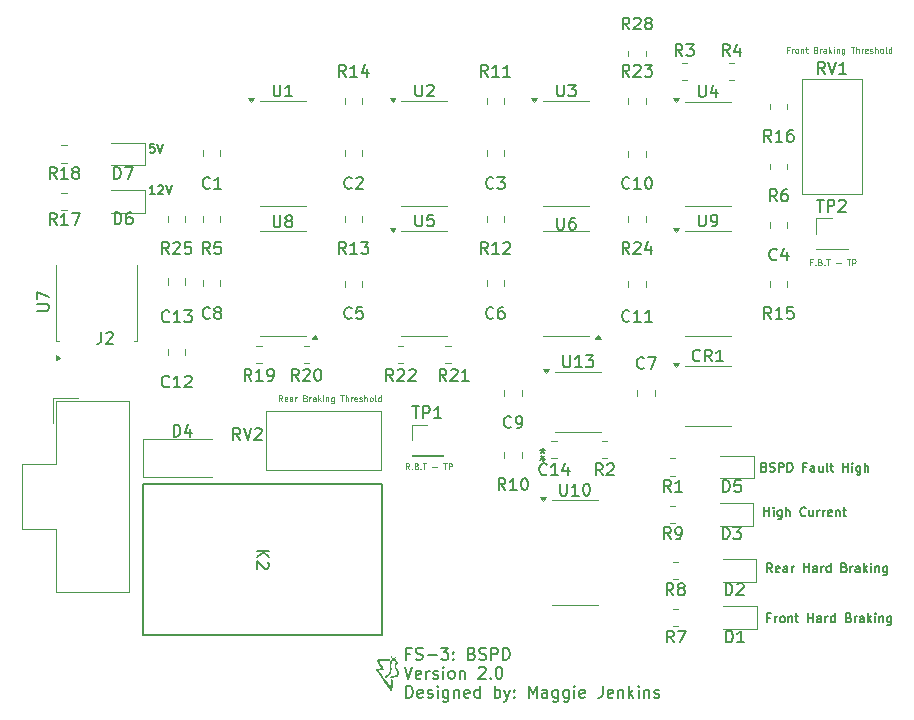
<source format=gbr>
%TF.GenerationSoftware,KiCad,Pcbnew,8.0.5*%
%TF.CreationDate,2025-02-24T01:44:01-08:00*%
%TF.ProjectId,BSPD,42535044-2e6b-4696-9361-645f70636258,rev?*%
%TF.SameCoordinates,Original*%
%TF.FileFunction,Legend,Top*%
%TF.FilePolarity,Positive*%
%FSLAX46Y46*%
G04 Gerber Fmt 4.6, Leading zero omitted, Abs format (unit mm)*
G04 Created by KiCad (PCBNEW 8.0.5) date 2025-02-24 01:44:01*
%MOMM*%
%LPD*%
G01*
G04 APERTURE LIST*
%ADD10C,0.200000*%
%ADD11C,0.100000*%
%ADD12C,0.150000*%
%ADD13C,0.120000*%
%ADD14C,0.000000*%
%ADD15C,0.152400*%
G04 APERTURE END LIST*
D10*
X70560426Y-78059921D02*
X70227093Y-78059921D01*
X70227093Y-78583731D02*
X70227093Y-77583731D01*
X70227093Y-77583731D02*
X70703283Y-77583731D01*
X71036617Y-78536112D02*
X71179474Y-78583731D01*
X71179474Y-78583731D02*
X71417569Y-78583731D01*
X71417569Y-78583731D02*
X71512807Y-78536112D01*
X71512807Y-78536112D02*
X71560426Y-78488492D01*
X71560426Y-78488492D02*
X71608045Y-78393254D01*
X71608045Y-78393254D02*
X71608045Y-78298016D01*
X71608045Y-78298016D02*
X71560426Y-78202778D01*
X71560426Y-78202778D02*
X71512807Y-78155159D01*
X71512807Y-78155159D02*
X71417569Y-78107540D01*
X71417569Y-78107540D02*
X71227093Y-78059921D01*
X71227093Y-78059921D02*
X71131855Y-78012302D01*
X71131855Y-78012302D02*
X71084236Y-77964683D01*
X71084236Y-77964683D02*
X71036617Y-77869445D01*
X71036617Y-77869445D02*
X71036617Y-77774207D01*
X71036617Y-77774207D02*
X71084236Y-77678969D01*
X71084236Y-77678969D02*
X71131855Y-77631350D01*
X71131855Y-77631350D02*
X71227093Y-77583731D01*
X71227093Y-77583731D02*
X71465188Y-77583731D01*
X71465188Y-77583731D02*
X71608045Y-77631350D01*
X72036617Y-78202778D02*
X72798522Y-78202778D01*
X73179474Y-77583731D02*
X73798521Y-77583731D01*
X73798521Y-77583731D02*
X73465188Y-77964683D01*
X73465188Y-77964683D02*
X73608045Y-77964683D01*
X73608045Y-77964683D02*
X73703283Y-78012302D01*
X73703283Y-78012302D02*
X73750902Y-78059921D01*
X73750902Y-78059921D02*
X73798521Y-78155159D01*
X73798521Y-78155159D02*
X73798521Y-78393254D01*
X73798521Y-78393254D02*
X73750902Y-78488492D01*
X73750902Y-78488492D02*
X73703283Y-78536112D01*
X73703283Y-78536112D02*
X73608045Y-78583731D01*
X73608045Y-78583731D02*
X73322331Y-78583731D01*
X73322331Y-78583731D02*
X73227093Y-78536112D01*
X73227093Y-78536112D02*
X73179474Y-78488492D01*
X74227093Y-78488492D02*
X74274712Y-78536112D01*
X74274712Y-78536112D02*
X74227093Y-78583731D01*
X74227093Y-78583731D02*
X74179474Y-78536112D01*
X74179474Y-78536112D02*
X74227093Y-78488492D01*
X74227093Y-78488492D02*
X74227093Y-78583731D01*
X74227093Y-77964683D02*
X74274712Y-78012302D01*
X74274712Y-78012302D02*
X74227093Y-78059921D01*
X74227093Y-78059921D02*
X74179474Y-78012302D01*
X74179474Y-78012302D02*
X74227093Y-77964683D01*
X74227093Y-77964683D02*
X74227093Y-78059921D01*
X75798521Y-78059921D02*
X75941378Y-78107540D01*
X75941378Y-78107540D02*
X75988997Y-78155159D01*
X75988997Y-78155159D02*
X76036616Y-78250397D01*
X76036616Y-78250397D02*
X76036616Y-78393254D01*
X76036616Y-78393254D02*
X75988997Y-78488492D01*
X75988997Y-78488492D02*
X75941378Y-78536112D01*
X75941378Y-78536112D02*
X75846140Y-78583731D01*
X75846140Y-78583731D02*
X75465188Y-78583731D01*
X75465188Y-78583731D02*
X75465188Y-77583731D01*
X75465188Y-77583731D02*
X75798521Y-77583731D01*
X75798521Y-77583731D02*
X75893759Y-77631350D01*
X75893759Y-77631350D02*
X75941378Y-77678969D01*
X75941378Y-77678969D02*
X75988997Y-77774207D01*
X75988997Y-77774207D02*
X75988997Y-77869445D01*
X75988997Y-77869445D02*
X75941378Y-77964683D01*
X75941378Y-77964683D02*
X75893759Y-78012302D01*
X75893759Y-78012302D02*
X75798521Y-78059921D01*
X75798521Y-78059921D02*
X75465188Y-78059921D01*
X76417569Y-78536112D02*
X76560426Y-78583731D01*
X76560426Y-78583731D02*
X76798521Y-78583731D01*
X76798521Y-78583731D02*
X76893759Y-78536112D01*
X76893759Y-78536112D02*
X76941378Y-78488492D01*
X76941378Y-78488492D02*
X76988997Y-78393254D01*
X76988997Y-78393254D02*
X76988997Y-78298016D01*
X76988997Y-78298016D02*
X76941378Y-78202778D01*
X76941378Y-78202778D02*
X76893759Y-78155159D01*
X76893759Y-78155159D02*
X76798521Y-78107540D01*
X76798521Y-78107540D02*
X76608045Y-78059921D01*
X76608045Y-78059921D02*
X76512807Y-78012302D01*
X76512807Y-78012302D02*
X76465188Y-77964683D01*
X76465188Y-77964683D02*
X76417569Y-77869445D01*
X76417569Y-77869445D02*
X76417569Y-77774207D01*
X76417569Y-77774207D02*
X76465188Y-77678969D01*
X76465188Y-77678969D02*
X76512807Y-77631350D01*
X76512807Y-77631350D02*
X76608045Y-77583731D01*
X76608045Y-77583731D02*
X76846140Y-77583731D01*
X76846140Y-77583731D02*
X76988997Y-77631350D01*
X77417569Y-78583731D02*
X77417569Y-77583731D01*
X77417569Y-77583731D02*
X77798521Y-77583731D01*
X77798521Y-77583731D02*
X77893759Y-77631350D01*
X77893759Y-77631350D02*
X77941378Y-77678969D01*
X77941378Y-77678969D02*
X77988997Y-77774207D01*
X77988997Y-77774207D02*
X77988997Y-77917064D01*
X77988997Y-77917064D02*
X77941378Y-78012302D01*
X77941378Y-78012302D02*
X77893759Y-78059921D01*
X77893759Y-78059921D02*
X77798521Y-78107540D01*
X77798521Y-78107540D02*
X77417569Y-78107540D01*
X78417569Y-78583731D02*
X78417569Y-77583731D01*
X78417569Y-77583731D02*
X78655664Y-77583731D01*
X78655664Y-77583731D02*
X78798521Y-77631350D01*
X78798521Y-77631350D02*
X78893759Y-77726588D01*
X78893759Y-77726588D02*
X78941378Y-77821826D01*
X78941378Y-77821826D02*
X78988997Y-78012302D01*
X78988997Y-78012302D02*
X78988997Y-78155159D01*
X78988997Y-78155159D02*
X78941378Y-78345635D01*
X78941378Y-78345635D02*
X78893759Y-78440873D01*
X78893759Y-78440873D02*
X78798521Y-78536112D01*
X78798521Y-78536112D02*
X78655664Y-78583731D01*
X78655664Y-78583731D02*
X78417569Y-78583731D01*
X70084236Y-79193675D02*
X70417569Y-80193675D01*
X70417569Y-80193675D02*
X70750902Y-79193675D01*
X71465188Y-80146056D02*
X71369950Y-80193675D01*
X71369950Y-80193675D02*
X71179474Y-80193675D01*
X71179474Y-80193675D02*
X71084236Y-80146056D01*
X71084236Y-80146056D02*
X71036617Y-80050817D01*
X71036617Y-80050817D02*
X71036617Y-79669865D01*
X71036617Y-79669865D02*
X71084236Y-79574627D01*
X71084236Y-79574627D02*
X71179474Y-79527008D01*
X71179474Y-79527008D02*
X71369950Y-79527008D01*
X71369950Y-79527008D02*
X71465188Y-79574627D01*
X71465188Y-79574627D02*
X71512807Y-79669865D01*
X71512807Y-79669865D02*
X71512807Y-79765103D01*
X71512807Y-79765103D02*
X71036617Y-79860341D01*
X71941379Y-80193675D02*
X71941379Y-79527008D01*
X71941379Y-79717484D02*
X71988998Y-79622246D01*
X71988998Y-79622246D02*
X72036617Y-79574627D01*
X72036617Y-79574627D02*
X72131855Y-79527008D01*
X72131855Y-79527008D02*
X72227093Y-79527008D01*
X72512808Y-80146056D02*
X72608046Y-80193675D01*
X72608046Y-80193675D02*
X72798522Y-80193675D01*
X72798522Y-80193675D02*
X72893760Y-80146056D01*
X72893760Y-80146056D02*
X72941379Y-80050817D01*
X72941379Y-80050817D02*
X72941379Y-80003198D01*
X72941379Y-80003198D02*
X72893760Y-79907960D01*
X72893760Y-79907960D02*
X72798522Y-79860341D01*
X72798522Y-79860341D02*
X72655665Y-79860341D01*
X72655665Y-79860341D02*
X72560427Y-79812722D01*
X72560427Y-79812722D02*
X72512808Y-79717484D01*
X72512808Y-79717484D02*
X72512808Y-79669865D01*
X72512808Y-79669865D02*
X72560427Y-79574627D01*
X72560427Y-79574627D02*
X72655665Y-79527008D01*
X72655665Y-79527008D02*
X72798522Y-79527008D01*
X72798522Y-79527008D02*
X72893760Y-79574627D01*
X73369951Y-80193675D02*
X73369951Y-79527008D01*
X73369951Y-79193675D02*
X73322332Y-79241294D01*
X73322332Y-79241294D02*
X73369951Y-79288913D01*
X73369951Y-79288913D02*
X73417570Y-79241294D01*
X73417570Y-79241294D02*
X73369951Y-79193675D01*
X73369951Y-79193675D02*
X73369951Y-79288913D01*
X73988998Y-80193675D02*
X73893760Y-80146056D01*
X73893760Y-80146056D02*
X73846141Y-80098436D01*
X73846141Y-80098436D02*
X73798522Y-80003198D01*
X73798522Y-80003198D02*
X73798522Y-79717484D01*
X73798522Y-79717484D02*
X73846141Y-79622246D01*
X73846141Y-79622246D02*
X73893760Y-79574627D01*
X73893760Y-79574627D02*
X73988998Y-79527008D01*
X73988998Y-79527008D02*
X74131855Y-79527008D01*
X74131855Y-79527008D02*
X74227093Y-79574627D01*
X74227093Y-79574627D02*
X74274712Y-79622246D01*
X74274712Y-79622246D02*
X74322331Y-79717484D01*
X74322331Y-79717484D02*
X74322331Y-80003198D01*
X74322331Y-80003198D02*
X74274712Y-80098436D01*
X74274712Y-80098436D02*
X74227093Y-80146056D01*
X74227093Y-80146056D02*
X74131855Y-80193675D01*
X74131855Y-80193675D02*
X73988998Y-80193675D01*
X74750903Y-79527008D02*
X74750903Y-80193675D01*
X74750903Y-79622246D02*
X74798522Y-79574627D01*
X74798522Y-79574627D02*
X74893760Y-79527008D01*
X74893760Y-79527008D02*
X75036617Y-79527008D01*
X75036617Y-79527008D02*
X75131855Y-79574627D01*
X75131855Y-79574627D02*
X75179474Y-79669865D01*
X75179474Y-79669865D02*
X75179474Y-80193675D01*
X76369951Y-79288913D02*
X76417570Y-79241294D01*
X76417570Y-79241294D02*
X76512808Y-79193675D01*
X76512808Y-79193675D02*
X76750903Y-79193675D01*
X76750903Y-79193675D02*
X76846141Y-79241294D01*
X76846141Y-79241294D02*
X76893760Y-79288913D01*
X76893760Y-79288913D02*
X76941379Y-79384151D01*
X76941379Y-79384151D02*
X76941379Y-79479389D01*
X76941379Y-79479389D02*
X76893760Y-79622246D01*
X76893760Y-79622246D02*
X76322332Y-80193675D01*
X76322332Y-80193675D02*
X76941379Y-80193675D01*
X77369951Y-80098436D02*
X77417570Y-80146056D01*
X77417570Y-80146056D02*
X77369951Y-80193675D01*
X77369951Y-80193675D02*
X77322332Y-80146056D01*
X77322332Y-80146056D02*
X77369951Y-80098436D01*
X77369951Y-80098436D02*
X77369951Y-80193675D01*
X78036617Y-79193675D02*
X78131855Y-79193675D01*
X78131855Y-79193675D02*
X78227093Y-79241294D01*
X78227093Y-79241294D02*
X78274712Y-79288913D01*
X78274712Y-79288913D02*
X78322331Y-79384151D01*
X78322331Y-79384151D02*
X78369950Y-79574627D01*
X78369950Y-79574627D02*
X78369950Y-79812722D01*
X78369950Y-79812722D02*
X78322331Y-80003198D01*
X78322331Y-80003198D02*
X78274712Y-80098436D01*
X78274712Y-80098436D02*
X78227093Y-80146056D01*
X78227093Y-80146056D02*
X78131855Y-80193675D01*
X78131855Y-80193675D02*
X78036617Y-80193675D01*
X78036617Y-80193675D02*
X77941379Y-80146056D01*
X77941379Y-80146056D02*
X77893760Y-80098436D01*
X77893760Y-80098436D02*
X77846141Y-80003198D01*
X77846141Y-80003198D02*
X77798522Y-79812722D01*
X77798522Y-79812722D02*
X77798522Y-79574627D01*
X77798522Y-79574627D02*
X77846141Y-79384151D01*
X77846141Y-79384151D02*
X77893760Y-79288913D01*
X77893760Y-79288913D02*
X77941379Y-79241294D01*
X77941379Y-79241294D02*
X78036617Y-79193675D01*
X70227093Y-81803619D02*
X70227093Y-80803619D01*
X70227093Y-80803619D02*
X70465188Y-80803619D01*
X70465188Y-80803619D02*
X70608045Y-80851238D01*
X70608045Y-80851238D02*
X70703283Y-80946476D01*
X70703283Y-80946476D02*
X70750902Y-81041714D01*
X70750902Y-81041714D02*
X70798521Y-81232190D01*
X70798521Y-81232190D02*
X70798521Y-81375047D01*
X70798521Y-81375047D02*
X70750902Y-81565523D01*
X70750902Y-81565523D02*
X70703283Y-81660761D01*
X70703283Y-81660761D02*
X70608045Y-81756000D01*
X70608045Y-81756000D02*
X70465188Y-81803619D01*
X70465188Y-81803619D02*
X70227093Y-81803619D01*
X71608045Y-81756000D02*
X71512807Y-81803619D01*
X71512807Y-81803619D02*
X71322331Y-81803619D01*
X71322331Y-81803619D02*
X71227093Y-81756000D01*
X71227093Y-81756000D02*
X71179474Y-81660761D01*
X71179474Y-81660761D02*
X71179474Y-81279809D01*
X71179474Y-81279809D02*
X71227093Y-81184571D01*
X71227093Y-81184571D02*
X71322331Y-81136952D01*
X71322331Y-81136952D02*
X71512807Y-81136952D01*
X71512807Y-81136952D02*
X71608045Y-81184571D01*
X71608045Y-81184571D02*
X71655664Y-81279809D01*
X71655664Y-81279809D02*
X71655664Y-81375047D01*
X71655664Y-81375047D02*
X71179474Y-81470285D01*
X72036617Y-81756000D02*
X72131855Y-81803619D01*
X72131855Y-81803619D02*
X72322331Y-81803619D01*
X72322331Y-81803619D02*
X72417569Y-81756000D01*
X72417569Y-81756000D02*
X72465188Y-81660761D01*
X72465188Y-81660761D02*
X72465188Y-81613142D01*
X72465188Y-81613142D02*
X72417569Y-81517904D01*
X72417569Y-81517904D02*
X72322331Y-81470285D01*
X72322331Y-81470285D02*
X72179474Y-81470285D01*
X72179474Y-81470285D02*
X72084236Y-81422666D01*
X72084236Y-81422666D02*
X72036617Y-81327428D01*
X72036617Y-81327428D02*
X72036617Y-81279809D01*
X72036617Y-81279809D02*
X72084236Y-81184571D01*
X72084236Y-81184571D02*
X72179474Y-81136952D01*
X72179474Y-81136952D02*
X72322331Y-81136952D01*
X72322331Y-81136952D02*
X72417569Y-81184571D01*
X72893760Y-81803619D02*
X72893760Y-81136952D01*
X72893760Y-80803619D02*
X72846141Y-80851238D01*
X72846141Y-80851238D02*
X72893760Y-80898857D01*
X72893760Y-80898857D02*
X72941379Y-80851238D01*
X72941379Y-80851238D02*
X72893760Y-80803619D01*
X72893760Y-80803619D02*
X72893760Y-80898857D01*
X73798521Y-81136952D02*
X73798521Y-81946476D01*
X73798521Y-81946476D02*
X73750902Y-82041714D01*
X73750902Y-82041714D02*
X73703283Y-82089333D01*
X73703283Y-82089333D02*
X73608045Y-82136952D01*
X73608045Y-82136952D02*
X73465188Y-82136952D01*
X73465188Y-82136952D02*
X73369950Y-82089333D01*
X73798521Y-81756000D02*
X73703283Y-81803619D01*
X73703283Y-81803619D02*
X73512807Y-81803619D01*
X73512807Y-81803619D02*
X73417569Y-81756000D01*
X73417569Y-81756000D02*
X73369950Y-81708380D01*
X73369950Y-81708380D02*
X73322331Y-81613142D01*
X73322331Y-81613142D02*
X73322331Y-81327428D01*
X73322331Y-81327428D02*
X73369950Y-81232190D01*
X73369950Y-81232190D02*
X73417569Y-81184571D01*
X73417569Y-81184571D02*
X73512807Y-81136952D01*
X73512807Y-81136952D02*
X73703283Y-81136952D01*
X73703283Y-81136952D02*
X73798521Y-81184571D01*
X74274712Y-81136952D02*
X74274712Y-81803619D01*
X74274712Y-81232190D02*
X74322331Y-81184571D01*
X74322331Y-81184571D02*
X74417569Y-81136952D01*
X74417569Y-81136952D02*
X74560426Y-81136952D01*
X74560426Y-81136952D02*
X74655664Y-81184571D01*
X74655664Y-81184571D02*
X74703283Y-81279809D01*
X74703283Y-81279809D02*
X74703283Y-81803619D01*
X75560426Y-81756000D02*
X75465188Y-81803619D01*
X75465188Y-81803619D02*
X75274712Y-81803619D01*
X75274712Y-81803619D02*
X75179474Y-81756000D01*
X75179474Y-81756000D02*
X75131855Y-81660761D01*
X75131855Y-81660761D02*
X75131855Y-81279809D01*
X75131855Y-81279809D02*
X75179474Y-81184571D01*
X75179474Y-81184571D02*
X75274712Y-81136952D01*
X75274712Y-81136952D02*
X75465188Y-81136952D01*
X75465188Y-81136952D02*
X75560426Y-81184571D01*
X75560426Y-81184571D02*
X75608045Y-81279809D01*
X75608045Y-81279809D02*
X75608045Y-81375047D01*
X75608045Y-81375047D02*
X75131855Y-81470285D01*
X76465188Y-81803619D02*
X76465188Y-80803619D01*
X76465188Y-81756000D02*
X76369950Y-81803619D01*
X76369950Y-81803619D02*
X76179474Y-81803619D01*
X76179474Y-81803619D02*
X76084236Y-81756000D01*
X76084236Y-81756000D02*
X76036617Y-81708380D01*
X76036617Y-81708380D02*
X75988998Y-81613142D01*
X75988998Y-81613142D02*
X75988998Y-81327428D01*
X75988998Y-81327428D02*
X76036617Y-81232190D01*
X76036617Y-81232190D02*
X76084236Y-81184571D01*
X76084236Y-81184571D02*
X76179474Y-81136952D01*
X76179474Y-81136952D02*
X76369950Y-81136952D01*
X76369950Y-81136952D02*
X76465188Y-81184571D01*
X77703284Y-81803619D02*
X77703284Y-80803619D01*
X77703284Y-81184571D02*
X77798522Y-81136952D01*
X77798522Y-81136952D02*
X77988998Y-81136952D01*
X77988998Y-81136952D02*
X78084236Y-81184571D01*
X78084236Y-81184571D02*
X78131855Y-81232190D01*
X78131855Y-81232190D02*
X78179474Y-81327428D01*
X78179474Y-81327428D02*
X78179474Y-81613142D01*
X78179474Y-81613142D02*
X78131855Y-81708380D01*
X78131855Y-81708380D02*
X78084236Y-81756000D01*
X78084236Y-81756000D02*
X77988998Y-81803619D01*
X77988998Y-81803619D02*
X77798522Y-81803619D01*
X77798522Y-81803619D02*
X77703284Y-81756000D01*
X78512808Y-81136952D02*
X78750903Y-81803619D01*
X78988998Y-81136952D02*
X78750903Y-81803619D01*
X78750903Y-81803619D02*
X78655665Y-82041714D01*
X78655665Y-82041714D02*
X78608046Y-82089333D01*
X78608046Y-82089333D02*
X78512808Y-82136952D01*
X79369951Y-81708380D02*
X79417570Y-81756000D01*
X79417570Y-81756000D02*
X79369951Y-81803619D01*
X79369951Y-81803619D02*
X79322332Y-81756000D01*
X79322332Y-81756000D02*
X79369951Y-81708380D01*
X79369951Y-81708380D02*
X79369951Y-81803619D01*
X79369951Y-81184571D02*
X79417570Y-81232190D01*
X79417570Y-81232190D02*
X79369951Y-81279809D01*
X79369951Y-81279809D02*
X79322332Y-81232190D01*
X79322332Y-81232190D02*
X79369951Y-81184571D01*
X79369951Y-81184571D02*
X79369951Y-81279809D01*
X80608046Y-81803619D02*
X80608046Y-80803619D01*
X80608046Y-80803619D02*
X80941379Y-81517904D01*
X80941379Y-81517904D02*
X81274712Y-80803619D01*
X81274712Y-80803619D02*
X81274712Y-81803619D01*
X82179474Y-81803619D02*
X82179474Y-81279809D01*
X82179474Y-81279809D02*
X82131855Y-81184571D01*
X82131855Y-81184571D02*
X82036617Y-81136952D01*
X82036617Y-81136952D02*
X81846141Y-81136952D01*
X81846141Y-81136952D02*
X81750903Y-81184571D01*
X82179474Y-81756000D02*
X82084236Y-81803619D01*
X82084236Y-81803619D02*
X81846141Y-81803619D01*
X81846141Y-81803619D02*
X81750903Y-81756000D01*
X81750903Y-81756000D02*
X81703284Y-81660761D01*
X81703284Y-81660761D02*
X81703284Y-81565523D01*
X81703284Y-81565523D02*
X81750903Y-81470285D01*
X81750903Y-81470285D02*
X81846141Y-81422666D01*
X81846141Y-81422666D02*
X82084236Y-81422666D01*
X82084236Y-81422666D02*
X82179474Y-81375047D01*
X83084236Y-81136952D02*
X83084236Y-81946476D01*
X83084236Y-81946476D02*
X83036617Y-82041714D01*
X83036617Y-82041714D02*
X82988998Y-82089333D01*
X82988998Y-82089333D02*
X82893760Y-82136952D01*
X82893760Y-82136952D02*
X82750903Y-82136952D01*
X82750903Y-82136952D02*
X82655665Y-82089333D01*
X83084236Y-81756000D02*
X82988998Y-81803619D01*
X82988998Y-81803619D02*
X82798522Y-81803619D01*
X82798522Y-81803619D02*
X82703284Y-81756000D01*
X82703284Y-81756000D02*
X82655665Y-81708380D01*
X82655665Y-81708380D02*
X82608046Y-81613142D01*
X82608046Y-81613142D02*
X82608046Y-81327428D01*
X82608046Y-81327428D02*
X82655665Y-81232190D01*
X82655665Y-81232190D02*
X82703284Y-81184571D01*
X82703284Y-81184571D02*
X82798522Y-81136952D01*
X82798522Y-81136952D02*
X82988998Y-81136952D01*
X82988998Y-81136952D02*
X83084236Y-81184571D01*
X83988998Y-81136952D02*
X83988998Y-81946476D01*
X83988998Y-81946476D02*
X83941379Y-82041714D01*
X83941379Y-82041714D02*
X83893760Y-82089333D01*
X83893760Y-82089333D02*
X83798522Y-82136952D01*
X83798522Y-82136952D02*
X83655665Y-82136952D01*
X83655665Y-82136952D02*
X83560427Y-82089333D01*
X83988998Y-81756000D02*
X83893760Y-81803619D01*
X83893760Y-81803619D02*
X83703284Y-81803619D01*
X83703284Y-81803619D02*
X83608046Y-81756000D01*
X83608046Y-81756000D02*
X83560427Y-81708380D01*
X83560427Y-81708380D02*
X83512808Y-81613142D01*
X83512808Y-81613142D02*
X83512808Y-81327428D01*
X83512808Y-81327428D02*
X83560427Y-81232190D01*
X83560427Y-81232190D02*
X83608046Y-81184571D01*
X83608046Y-81184571D02*
X83703284Y-81136952D01*
X83703284Y-81136952D02*
X83893760Y-81136952D01*
X83893760Y-81136952D02*
X83988998Y-81184571D01*
X84465189Y-81803619D02*
X84465189Y-81136952D01*
X84465189Y-80803619D02*
X84417570Y-80851238D01*
X84417570Y-80851238D02*
X84465189Y-80898857D01*
X84465189Y-80898857D02*
X84512808Y-80851238D01*
X84512808Y-80851238D02*
X84465189Y-80803619D01*
X84465189Y-80803619D02*
X84465189Y-80898857D01*
X85322331Y-81756000D02*
X85227093Y-81803619D01*
X85227093Y-81803619D02*
X85036617Y-81803619D01*
X85036617Y-81803619D02*
X84941379Y-81756000D01*
X84941379Y-81756000D02*
X84893760Y-81660761D01*
X84893760Y-81660761D02*
X84893760Y-81279809D01*
X84893760Y-81279809D02*
X84941379Y-81184571D01*
X84941379Y-81184571D02*
X85036617Y-81136952D01*
X85036617Y-81136952D02*
X85227093Y-81136952D01*
X85227093Y-81136952D02*
X85322331Y-81184571D01*
X85322331Y-81184571D02*
X85369950Y-81279809D01*
X85369950Y-81279809D02*
X85369950Y-81375047D01*
X85369950Y-81375047D02*
X84893760Y-81470285D01*
X86846141Y-80803619D02*
X86846141Y-81517904D01*
X86846141Y-81517904D02*
X86798522Y-81660761D01*
X86798522Y-81660761D02*
X86703284Y-81756000D01*
X86703284Y-81756000D02*
X86560427Y-81803619D01*
X86560427Y-81803619D02*
X86465189Y-81803619D01*
X87703284Y-81756000D02*
X87608046Y-81803619D01*
X87608046Y-81803619D02*
X87417570Y-81803619D01*
X87417570Y-81803619D02*
X87322332Y-81756000D01*
X87322332Y-81756000D02*
X87274713Y-81660761D01*
X87274713Y-81660761D02*
X87274713Y-81279809D01*
X87274713Y-81279809D02*
X87322332Y-81184571D01*
X87322332Y-81184571D02*
X87417570Y-81136952D01*
X87417570Y-81136952D02*
X87608046Y-81136952D01*
X87608046Y-81136952D02*
X87703284Y-81184571D01*
X87703284Y-81184571D02*
X87750903Y-81279809D01*
X87750903Y-81279809D02*
X87750903Y-81375047D01*
X87750903Y-81375047D02*
X87274713Y-81470285D01*
X88179475Y-81136952D02*
X88179475Y-81803619D01*
X88179475Y-81232190D02*
X88227094Y-81184571D01*
X88227094Y-81184571D02*
X88322332Y-81136952D01*
X88322332Y-81136952D02*
X88465189Y-81136952D01*
X88465189Y-81136952D02*
X88560427Y-81184571D01*
X88560427Y-81184571D02*
X88608046Y-81279809D01*
X88608046Y-81279809D02*
X88608046Y-81803619D01*
X89084237Y-81803619D02*
X89084237Y-80803619D01*
X89179475Y-81422666D02*
X89465189Y-81803619D01*
X89465189Y-81136952D02*
X89084237Y-81517904D01*
X89893761Y-81803619D02*
X89893761Y-81136952D01*
X89893761Y-80803619D02*
X89846142Y-80851238D01*
X89846142Y-80851238D02*
X89893761Y-80898857D01*
X89893761Y-80898857D02*
X89941380Y-80851238D01*
X89941380Y-80851238D02*
X89893761Y-80803619D01*
X89893761Y-80803619D02*
X89893761Y-80898857D01*
X90369951Y-81136952D02*
X90369951Y-81803619D01*
X90369951Y-81232190D02*
X90417570Y-81184571D01*
X90417570Y-81184571D02*
X90512808Y-81136952D01*
X90512808Y-81136952D02*
X90655665Y-81136952D01*
X90655665Y-81136952D02*
X90750903Y-81184571D01*
X90750903Y-81184571D02*
X90798522Y-81279809D01*
X90798522Y-81279809D02*
X90798522Y-81803619D01*
X91227094Y-81756000D02*
X91322332Y-81803619D01*
X91322332Y-81803619D02*
X91512808Y-81803619D01*
X91512808Y-81803619D02*
X91608046Y-81756000D01*
X91608046Y-81756000D02*
X91655665Y-81660761D01*
X91655665Y-81660761D02*
X91655665Y-81613142D01*
X91655665Y-81613142D02*
X91608046Y-81517904D01*
X91608046Y-81517904D02*
X91512808Y-81470285D01*
X91512808Y-81470285D02*
X91369951Y-81470285D01*
X91369951Y-81470285D02*
X91274713Y-81422666D01*
X91274713Y-81422666D02*
X91227094Y-81327428D01*
X91227094Y-81327428D02*
X91227094Y-81279809D01*
X91227094Y-81279809D02*
X91274713Y-81184571D01*
X91274713Y-81184571D02*
X91369951Y-81136952D01*
X91369951Y-81136952D02*
X91512808Y-81136952D01*
X91512808Y-81136952D02*
X91608046Y-81184571D01*
D11*
X70486124Y-62450064D02*
X70319458Y-62211969D01*
X70200410Y-62450064D02*
X70200410Y-61950064D01*
X70200410Y-61950064D02*
X70390886Y-61950064D01*
X70390886Y-61950064D02*
X70438505Y-61973874D01*
X70438505Y-61973874D02*
X70462315Y-61997683D01*
X70462315Y-61997683D02*
X70486124Y-62045302D01*
X70486124Y-62045302D02*
X70486124Y-62116731D01*
X70486124Y-62116731D02*
X70462315Y-62164350D01*
X70462315Y-62164350D02*
X70438505Y-62188159D01*
X70438505Y-62188159D02*
X70390886Y-62211969D01*
X70390886Y-62211969D02*
X70200410Y-62211969D01*
X70700410Y-62402445D02*
X70724220Y-62426255D01*
X70724220Y-62426255D02*
X70700410Y-62450064D01*
X70700410Y-62450064D02*
X70676601Y-62426255D01*
X70676601Y-62426255D02*
X70700410Y-62402445D01*
X70700410Y-62402445D02*
X70700410Y-62450064D01*
X71105172Y-62188159D02*
X71176600Y-62211969D01*
X71176600Y-62211969D02*
X71200410Y-62235778D01*
X71200410Y-62235778D02*
X71224219Y-62283397D01*
X71224219Y-62283397D02*
X71224219Y-62354826D01*
X71224219Y-62354826D02*
X71200410Y-62402445D01*
X71200410Y-62402445D02*
X71176600Y-62426255D01*
X71176600Y-62426255D02*
X71128981Y-62450064D01*
X71128981Y-62450064D02*
X70938505Y-62450064D01*
X70938505Y-62450064D02*
X70938505Y-61950064D01*
X70938505Y-61950064D02*
X71105172Y-61950064D01*
X71105172Y-61950064D02*
X71152791Y-61973874D01*
X71152791Y-61973874D02*
X71176600Y-61997683D01*
X71176600Y-61997683D02*
X71200410Y-62045302D01*
X71200410Y-62045302D02*
X71200410Y-62092921D01*
X71200410Y-62092921D02*
X71176600Y-62140540D01*
X71176600Y-62140540D02*
X71152791Y-62164350D01*
X71152791Y-62164350D02*
X71105172Y-62188159D01*
X71105172Y-62188159D02*
X70938505Y-62188159D01*
X71438505Y-62402445D02*
X71462315Y-62426255D01*
X71462315Y-62426255D02*
X71438505Y-62450064D01*
X71438505Y-62450064D02*
X71414696Y-62426255D01*
X71414696Y-62426255D02*
X71438505Y-62402445D01*
X71438505Y-62402445D02*
X71438505Y-62450064D01*
X71605172Y-61950064D02*
X71890886Y-61950064D01*
X71748029Y-62450064D02*
X71748029Y-61950064D01*
X72438504Y-62259588D02*
X72819457Y-62259588D01*
X73367076Y-61950064D02*
X73652790Y-61950064D01*
X73509933Y-62450064D02*
X73509933Y-61950064D01*
X73819456Y-62450064D02*
X73819456Y-61950064D01*
X73819456Y-61950064D02*
X74009932Y-61950064D01*
X74009932Y-61950064D02*
X74057551Y-61973874D01*
X74057551Y-61973874D02*
X74081361Y-61997683D01*
X74081361Y-61997683D02*
X74105170Y-62045302D01*
X74105170Y-62045302D02*
X74105170Y-62116731D01*
X74105170Y-62116731D02*
X74081361Y-62164350D01*
X74081361Y-62164350D02*
X74057551Y-62188159D01*
X74057551Y-62188159D02*
X74009932Y-62211969D01*
X74009932Y-62211969D02*
X73819456Y-62211969D01*
D12*
X101221400Y-71166869D02*
X100971400Y-70809726D01*
X100792829Y-71166869D02*
X100792829Y-70416869D01*
X100792829Y-70416869D02*
X101078543Y-70416869D01*
X101078543Y-70416869D02*
X101149972Y-70452583D01*
X101149972Y-70452583D02*
X101185686Y-70488297D01*
X101185686Y-70488297D02*
X101221400Y-70559726D01*
X101221400Y-70559726D02*
X101221400Y-70666869D01*
X101221400Y-70666869D02*
X101185686Y-70738297D01*
X101185686Y-70738297D02*
X101149972Y-70774012D01*
X101149972Y-70774012D02*
X101078543Y-70809726D01*
X101078543Y-70809726D02*
X100792829Y-70809726D01*
X101828543Y-71131155D02*
X101757115Y-71166869D01*
X101757115Y-71166869D02*
X101614258Y-71166869D01*
X101614258Y-71166869D02*
X101542829Y-71131155D01*
X101542829Y-71131155D02*
X101507115Y-71059726D01*
X101507115Y-71059726D02*
X101507115Y-70774012D01*
X101507115Y-70774012D02*
X101542829Y-70702583D01*
X101542829Y-70702583D02*
X101614258Y-70666869D01*
X101614258Y-70666869D02*
X101757115Y-70666869D01*
X101757115Y-70666869D02*
X101828543Y-70702583D01*
X101828543Y-70702583D02*
X101864258Y-70774012D01*
X101864258Y-70774012D02*
X101864258Y-70845440D01*
X101864258Y-70845440D02*
X101507115Y-70916869D01*
X102507115Y-71166869D02*
X102507115Y-70774012D01*
X102507115Y-70774012D02*
X102471400Y-70702583D01*
X102471400Y-70702583D02*
X102399972Y-70666869D01*
X102399972Y-70666869D02*
X102257115Y-70666869D01*
X102257115Y-70666869D02*
X102185686Y-70702583D01*
X102507115Y-71131155D02*
X102435686Y-71166869D01*
X102435686Y-71166869D02*
X102257115Y-71166869D01*
X102257115Y-71166869D02*
X102185686Y-71131155D01*
X102185686Y-71131155D02*
X102149972Y-71059726D01*
X102149972Y-71059726D02*
X102149972Y-70988297D01*
X102149972Y-70988297D02*
X102185686Y-70916869D01*
X102185686Y-70916869D02*
X102257115Y-70881155D01*
X102257115Y-70881155D02*
X102435686Y-70881155D01*
X102435686Y-70881155D02*
X102507115Y-70845440D01*
X102864257Y-71166869D02*
X102864257Y-70666869D01*
X102864257Y-70809726D02*
X102899971Y-70738297D01*
X102899971Y-70738297D02*
X102935686Y-70702583D01*
X102935686Y-70702583D02*
X103007114Y-70666869D01*
X103007114Y-70666869D02*
X103078543Y-70666869D01*
X103899972Y-71166869D02*
X103899972Y-70416869D01*
X103899972Y-70774012D02*
X104328543Y-70774012D01*
X104328543Y-71166869D02*
X104328543Y-70416869D01*
X105007115Y-71166869D02*
X105007115Y-70774012D01*
X105007115Y-70774012D02*
X104971400Y-70702583D01*
X104971400Y-70702583D02*
X104899972Y-70666869D01*
X104899972Y-70666869D02*
X104757115Y-70666869D01*
X104757115Y-70666869D02*
X104685686Y-70702583D01*
X105007115Y-71131155D02*
X104935686Y-71166869D01*
X104935686Y-71166869D02*
X104757115Y-71166869D01*
X104757115Y-71166869D02*
X104685686Y-71131155D01*
X104685686Y-71131155D02*
X104649972Y-71059726D01*
X104649972Y-71059726D02*
X104649972Y-70988297D01*
X104649972Y-70988297D02*
X104685686Y-70916869D01*
X104685686Y-70916869D02*
X104757115Y-70881155D01*
X104757115Y-70881155D02*
X104935686Y-70881155D01*
X104935686Y-70881155D02*
X105007115Y-70845440D01*
X105364257Y-71166869D02*
X105364257Y-70666869D01*
X105364257Y-70809726D02*
X105399971Y-70738297D01*
X105399971Y-70738297D02*
X105435686Y-70702583D01*
X105435686Y-70702583D02*
X105507114Y-70666869D01*
X105507114Y-70666869D02*
X105578543Y-70666869D01*
X106149972Y-71166869D02*
X106149972Y-70416869D01*
X106149972Y-71131155D02*
X106078543Y-71166869D01*
X106078543Y-71166869D02*
X105935686Y-71166869D01*
X105935686Y-71166869D02*
X105864257Y-71131155D01*
X105864257Y-71131155D02*
X105828543Y-71095440D01*
X105828543Y-71095440D02*
X105792829Y-71024012D01*
X105792829Y-71024012D02*
X105792829Y-70809726D01*
X105792829Y-70809726D02*
X105828543Y-70738297D01*
X105828543Y-70738297D02*
X105864257Y-70702583D01*
X105864257Y-70702583D02*
X105935686Y-70666869D01*
X105935686Y-70666869D02*
X106078543Y-70666869D01*
X106078543Y-70666869D02*
X106149972Y-70702583D01*
X107328543Y-70774012D02*
X107435686Y-70809726D01*
X107435686Y-70809726D02*
X107471400Y-70845440D01*
X107471400Y-70845440D02*
X107507114Y-70916869D01*
X107507114Y-70916869D02*
X107507114Y-71024012D01*
X107507114Y-71024012D02*
X107471400Y-71095440D01*
X107471400Y-71095440D02*
X107435686Y-71131155D01*
X107435686Y-71131155D02*
X107364257Y-71166869D01*
X107364257Y-71166869D02*
X107078543Y-71166869D01*
X107078543Y-71166869D02*
X107078543Y-70416869D01*
X107078543Y-70416869D02*
X107328543Y-70416869D01*
X107328543Y-70416869D02*
X107399972Y-70452583D01*
X107399972Y-70452583D02*
X107435686Y-70488297D01*
X107435686Y-70488297D02*
X107471400Y-70559726D01*
X107471400Y-70559726D02*
X107471400Y-70631155D01*
X107471400Y-70631155D02*
X107435686Y-70702583D01*
X107435686Y-70702583D02*
X107399972Y-70738297D01*
X107399972Y-70738297D02*
X107328543Y-70774012D01*
X107328543Y-70774012D02*
X107078543Y-70774012D01*
X107828543Y-71166869D02*
X107828543Y-70666869D01*
X107828543Y-70809726D02*
X107864257Y-70738297D01*
X107864257Y-70738297D02*
X107899972Y-70702583D01*
X107899972Y-70702583D02*
X107971400Y-70666869D01*
X107971400Y-70666869D02*
X108042829Y-70666869D01*
X108614258Y-71166869D02*
X108614258Y-70774012D01*
X108614258Y-70774012D02*
X108578543Y-70702583D01*
X108578543Y-70702583D02*
X108507115Y-70666869D01*
X108507115Y-70666869D02*
X108364258Y-70666869D01*
X108364258Y-70666869D02*
X108292829Y-70702583D01*
X108614258Y-71131155D02*
X108542829Y-71166869D01*
X108542829Y-71166869D02*
X108364258Y-71166869D01*
X108364258Y-71166869D02*
X108292829Y-71131155D01*
X108292829Y-71131155D02*
X108257115Y-71059726D01*
X108257115Y-71059726D02*
X108257115Y-70988297D01*
X108257115Y-70988297D02*
X108292829Y-70916869D01*
X108292829Y-70916869D02*
X108364258Y-70881155D01*
X108364258Y-70881155D02*
X108542829Y-70881155D01*
X108542829Y-70881155D02*
X108614258Y-70845440D01*
X108971400Y-71166869D02*
X108971400Y-70416869D01*
X109042829Y-70881155D02*
X109257114Y-71166869D01*
X109257114Y-70666869D02*
X108971400Y-70952583D01*
X109578543Y-71166869D02*
X109578543Y-70666869D01*
X109578543Y-70416869D02*
X109542829Y-70452583D01*
X109542829Y-70452583D02*
X109578543Y-70488297D01*
X109578543Y-70488297D02*
X109614257Y-70452583D01*
X109614257Y-70452583D02*
X109578543Y-70416869D01*
X109578543Y-70416869D02*
X109578543Y-70488297D01*
X109935686Y-70666869D02*
X109935686Y-71166869D01*
X109935686Y-70738297D02*
X109971400Y-70702583D01*
X109971400Y-70702583D02*
X110042829Y-70666869D01*
X110042829Y-70666869D02*
X110149972Y-70666869D01*
X110149972Y-70666869D02*
X110221400Y-70702583D01*
X110221400Y-70702583D02*
X110257115Y-70774012D01*
X110257115Y-70774012D02*
X110257115Y-71166869D01*
X110935686Y-70666869D02*
X110935686Y-71274012D01*
X110935686Y-71274012D02*
X110899971Y-71345440D01*
X110899971Y-71345440D02*
X110864257Y-71381155D01*
X110864257Y-71381155D02*
X110792828Y-71416869D01*
X110792828Y-71416869D02*
X110685686Y-71416869D01*
X110685686Y-71416869D02*
X110614257Y-71381155D01*
X110935686Y-71131155D02*
X110864257Y-71166869D01*
X110864257Y-71166869D02*
X110721400Y-71166869D01*
X110721400Y-71166869D02*
X110649971Y-71131155D01*
X110649971Y-71131155D02*
X110614257Y-71095440D01*
X110614257Y-71095440D02*
X110578543Y-71024012D01*
X110578543Y-71024012D02*
X110578543Y-70809726D01*
X110578543Y-70809726D02*
X110614257Y-70738297D01*
X110614257Y-70738297D02*
X110649971Y-70702583D01*
X110649971Y-70702583D02*
X110721400Y-70666869D01*
X110721400Y-70666869D02*
X110864257Y-70666869D01*
X110864257Y-70666869D02*
X110935686Y-70702583D01*
X100542829Y-62274012D02*
X100649972Y-62309726D01*
X100649972Y-62309726D02*
X100685686Y-62345440D01*
X100685686Y-62345440D02*
X100721400Y-62416869D01*
X100721400Y-62416869D02*
X100721400Y-62524012D01*
X100721400Y-62524012D02*
X100685686Y-62595440D01*
X100685686Y-62595440D02*
X100649972Y-62631155D01*
X100649972Y-62631155D02*
X100578543Y-62666869D01*
X100578543Y-62666869D02*
X100292829Y-62666869D01*
X100292829Y-62666869D02*
X100292829Y-61916869D01*
X100292829Y-61916869D02*
X100542829Y-61916869D01*
X100542829Y-61916869D02*
X100614258Y-61952583D01*
X100614258Y-61952583D02*
X100649972Y-61988297D01*
X100649972Y-61988297D02*
X100685686Y-62059726D01*
X100685686Y-62059726D02*
X100685686Y-62131155D01*
X100685686Y-62131155D02*
X100649972Y-62202583D01*
X100649972Y-62202583D02*
X100614258Y-62238297D01*
X100614258Y-62238297D02*
X100542829Y-62274012D01*
X100542829Y-62274012D02*
X100292829Y-62274012D01*
X101007115Y-62631155D02*
X101114258Y-62666869D01*
X101114258Y-62666869D02*
X101292829Y-62666869D01*
X101292829Y-62666869D02*
X101364258Y-62631155D01*
X101364258Y-62631155D02*
X101399972Y-62595440D01*
X101399972Y-62595440D02*
X101435686Y-62524012D01*
X101435686Y-62524012D02*
X101435686Y-62452583D01*
X101435686Y-62452583D02*
X101399972Y-62381155D01*
X101399972Y-62381155D02*
X101364258Y-62345440D01*
X101364258Y-62345440D02*
X101292829Y-62309726D01*
X101292829Y-62309726D02*
X101149972Y-62274012D01*
X101149972Y-62274012D02*
X101078543Y-62238297D01*
X101078543Y-62238297D02*
X101042829Y-62202583D01*
X101042829Y-62202583D02*
X101007115Y-62131155D01*
X101007115Y-62131155D02*
X101007115Y-62059726D01*
X101007115Y-62059726D02*
X101042829Y-61988297D01*
X101042829Y-61988297D02*
X101078543Y-61952583D01*
X101078543Y-61952583D02*
X101149972Y-61916869D01*
X101149972Y-61916869D02*
X101328543Y-61916869D01*
X101328543Y-61916869D02*
X101435686Y-61952583D01*
X101757115Y-62666869D02*
X101757115Y-61916869D01*
X101757115Y-61916869D02*
X102042829Y-61916869D01*
X102042829Y-61916869D02*
X102114258Y-61952583D01*
X102114258Y-61952583D02*
X102149972Y-61988297D01*
X102149972Y-61988297D02*
X102185686Y-62059726D01*
X102185686Y-62059726D02*
X102185686Y-62166869D01*
X102185686Y-62166869D02*
X102149972Y-62238297D01*
X102149972Y-62238297D02*
X102114258Y-62274012D01*
X102114258Y-62274012D02*
X102042829Y-62309726D01*
X102042829Y-62309726D02*
X101757115Y-62309726D01*
X102507115Y-62666869D02*
X102507115Y-61916869D01*
X102507115Y-61916869D02*
X102685686Y-61916869D01*
X102685686Y-61916869D02*
X102792829Y-61952583D01*
X102792829Y-61952583D02*
X102864258Y-62024012D01*
X102864258Y-62024012D02*
X102899972Y-62095440D01*
X102899972Y-62095440D02*
X102935686Y-62238297D01*
X102935686Y-62238297D02*
X102935686Y-62345440D01*
X102935686Y-62345440D02*
X102899972Y-62488297D01*
X102899972Y-62488297D02*
X102864258Y-62559726D01*
X102864258Y-62559726D02*
X102792829Y-62631155D01*
X102792829Y-62631155D02*
X102685686Y-62666869D01*
X102685686Y-62666869D02*
X102507115Y-62666869D01*
X104078544Y-62274012D02*
X103828544Y-62274012D01*
X103828544Y-62666869D02*
X103828544Y-61916869D01*
X103828544Y-61916869D02*
X104185687Y-61916869D01*
X104792830Y-62666869D02*
X104792830Y-62274012D01*
X104792830Y-62274012D02*
X104757115Y-62202583D01*
X104757115Y-62202583D02*
X104685687Y-62166869D01*
X104685687Y-62166869D02*
X104542830Y-62166869D01*
X104542830Y-62166869D02*
X104471401Y-62202583D01*
X104792830Y-62631155D02*
X104721401Y-62666869D01*
X104721401Y-62666869D02*
X104542830Y-62666869D01*
X104542830Y-62666869D02*
X104471401Y-62631155D01*
X104471401Y-62631155D02*
X104435687Y-62559726D01*
X104435687Y-62559726D02*
X104435687Y-62488297D01*
X104435687Y-62488297D02*
X104471401Y-62416869D01*
X104471401Y-62416869D02*
X104542830Y-62381155D01*
X104542830Y-62381155D02*
X104721401Y-62381155D01*
X104721401Y-62381155D02*
X104792830Y-62345440D01*
X105471401Y-62166869D02*
X105471401Y-62666869D01*
X105149972Y-62166869D02*
X105149972Y-62559726D01*
X105149972Y-62559726D02*
X105185686Y-62631155D01*
X105185686Y-62631155D02*
X105257115Y-62666869D01*
X105257115Y-62666869D02*
X105364258Y-62666869D01*
X105364258Y-62666869D02*
X105435686Y-62631155D01*
X105435686Y-62631155D02*
X105471401Y-62595440D01*
X105935686Y-62666869D02*
X105864257Y-62631155D01*
X105864257Y-62631155D02*
X105828543Y-62559726D01*
X105828543Y-62559726D02*
X105828543Y-61916869D01*
X106114257Y-62166869D02*
X106399971Y-62166869D01*
X106221400Y-61916869D02*
X106221400Y-62559726D01*
X106221400Y-62559726D02*
X106257114Y-62631155D01*
X106257114Y-62631155D02*
X106328543Y-62666869D01*
X106328543Y-62666869D02*
X106399971Y-62666869D01*
X107221400Y-62666869D02*
X107221400Y-61916869D01*
X107221400Y-62274012D02*
X107649971Y-62274012D01*
X107649971Y-62666869D02*
X107649971Y-61916869D01*
X108007114Y-62666869D02*
X108007114Y-62166869D01*
X108007114Y-61916869D02*
X107971400Y-61952583D01*
X107971400Y-61952583D02*
X108007114Y-61988297D01*
X108007114Y-61988297D02*
X108042828Y-61952583D01*
X108042828Y-61952583D02*
X108007114Y-61916869D01*
X108007114Y-61916869D02*
X108007114Y-61988297D01*
X108685686Y-62166869D02*
X108685686Y-62774012D01*
X108685686Y-62774012D02*
X108649971Y-62845440D01*
X108649971Y-62845440D02*
X108614257Y-62881155D01*
X108614257Y-62881155D02*
X108542828Y-62916869D01*
X108542828Y-62916869D02*
X108435686Y-62916869D01*
X108435686Y-62916869D02*
X108364257Y-62881155D01*
X108685686Y-62631155D02*
X108614257Y-62666869D01*
X108614257Y-62666869D02*
X108471400Y-62666869D01*
X108471400Y-62666869D02*
X108399971Y-62631155D01*
X108399971Y-62631155D02*
X108364257Y-62595440D01*
X108364257Y-62595440D02*
X108328543Y-62524012D01*
X108328543Y-62524012D02*
X108328543Y-62309726D01*
X108328543Y-62309726D02*
X108364257Y-62238297D01*
X108364257Y-62238297D02*
X108399971Y-62202583D01*
X108399971Y-62202583D02*
X108471400Y-62166869D01*
X108471400Y-62166869D02*
X108614257Y-62166869D01*
X108614257Y-62166869D02*
X108685686Y-62202583D01*
X109042828Y-62666869D02*
X109042828Y-61916869D01*
X109364257Y-62666869D02*
X109364257Y-62274012D01*
X109364257Y-62274012D02*
X109328542Y-62202583D01*
X109328542Y-62202583D02*
X109257114Y-62166869D01*
X109257114Y-62166869D02*
X109149971Y-62166869D01*
X109149971Y-62166869D02*
X109078542Y-62202583D01*
X109078542Y-62202583D02*
X109042828Y-62238297D01*
D11*
X104617077Y-44938159D02*
X104450410Y-44938159D01*
X104450410Y-45200064D02*
X104450410Y-44700064D01*
X104450410Y-44700064D02*
X104688505Y-44700064D01*
X104878981Y-45152445D02*
X104902791Y-45176255D01*
X104902791Y-45176255D02*
X104878981Y-45200064D01*
X104878981Y-45200064D02*
X104855172Y-45176255D01*
X104855172Y-45176255D02*
X104878981Y-45152445D01*
X104878981Y-45152445D02*
X104878981Y-45200064D01*
X105283743Y-44938159D02*
X105355171Y-44961969D01*
X105355171Y-44961969D02*
X105378981Y-44985778D01*
X105378981Y-44985778D02*
X105402790Y-45033397D01*
X105402790Y-45033397D02*
X105402790Y-45104826D01*
X105402790Y-45104826D02*
X105378981Y-45152445D01*
X105378981Y-45152445D02*
X105355171Y-45176255D01*
X105355171Y-45176255D02*
X105307552Y-45200064D01*
X105307552Y-45200064D02*
X105117076Y-45200064D01*
X105117076Y-45200064D02*
X105117076Y-44700064D01*
X105117076Y-44700064D02*
X105283743Y-44700064D01*
X105283743Y-44700064D02*
X105331362Y-44723874D01*
X105331362Y-44723874D02*
X105355171Y-44747683D01*
X105355171Y-44747683D02*
X105378981Y-44795302D01*
X105378981Y-44795302D02*
X105378981Y-44842921D01*
X105378981Y-44842921D02*
X105355171Y-44890540D01*
X105355171Y-44890540D02*
X105331362Y-44914350D01*
X105331362Y-44914350D02*
X105283743Y-44938159D01*
X105283743Y-44938159D02*
X105117076Y-44938159D01*
X105617076Y-45152445D02*
X105640886Y-45176255D01*
X105640886Y-45176255D02*
X105617076Y-45200064D01*
X105617076Y-45200064D02*
X105593267Y-45176255D01*
X105593267Y-45176255D02*
X105617076Y-45152445D01*
X105617076Y-45152445D02*
X105617076Y-45200064D01*
X105783743Y-44700064D02*
X106069457Y-44700064D01*
X105926600Y-45200064D02*
X105926600Y-44700064D01*
X106617075Y-45009588D02*
X106998028Y-45009588D01*
X107545647Y-44700064D02*
X107831361Y-44700064D01*
X107688504Y-45200064D02*
X107688504Y-44700064D01*
X107998027Y-45200064D02*
X107998027Y-44700064D01*
X107998027Y-44700064D02*
X108188503Y-44700064D01*
X108188503Y-44700064D02*
X108236122Y-44723874D01*
X108236122Y-44723874D02*
X108259932Y-44747683D01*
X108259932Y-44747683D02*
X108283741Y-44795302D01*
X108283741Y-44795302D02*
X108283741Y-44866731D01*
X108283741Y-44866731D02*
X108259932Y-44914350D01*
X108259932Y-44914350D02*
X108236122Y-44938159D01*
X108236122Y-44938159D02*
X108188503Y-44961969D01*
X108188503Y-44961969D02*
X107998027Y-44961969D01*
D12*
X48899972Y-34916869D02*
X48542829Y-34916869D01*
X48542829Y-34916869D02*
X48507115Y-35274012D01*
X48507115Y-35274012D02*
X48542829Y-35238297D01*
X48542829Y-35238297D02*
X48614258Y-35202583D01*
X48614258Y-35202583D02*
X48792829Y-35202583D01*
X48792829Y-35202583D02*
X48864258Y-35238297D01*
X48864258Y-35238297D02*
X48899972Y-35274012D01*
X48899972Y-35274012D02*
X48935686Y-35345440D01*
X48935686Y-35345440D02*
X48935686Y-35524012D01*
X48935686Y-35524012D02*
X48899972Y-35595440D01*
X48899972Y-35595440D02*
X48864258Y-35631155D01*
X48864258Y-35631155D02*
X48792829Y-35666869D01*
X48792829Y-35666869D02*
X48614258Y-35666869D01*
X48614258Y-35666869D02*
X48542829Y-35631155D01*
X48542829Y-35631155D02*
X48507115Y-35595440D01*
X49149972Y-34916869D02*
X49399972Y-35666869D01*
X49399972Y-35666869D02*
X49649972Y-34916869D01*
D11*
X59736124Y-56700064D02*
X59569458Y-56461969D01*
X59450410Y-56700064D02*
X59450410Y-56200064D01*
X59450410Y-56200064D02*
X59640886Y-56200064D01*
X59640886Y-56200064D02*
X59688505Y-56223874D01*
X59688505Y-56223874D02*
X59712315Y-56247683D01*
X59712315Y-56247683D02*
X59736124Y-56295302D01*
X59736124Y-56295302D02*
X59736124Y-56366731D01*
X59736124Y-56366731D02*
X59712315Y-56414350D01*
X59712315Y-56414350D02*
X59688505Y-56438159D01*
X59688505Y-56438159D02*
X59640886Y-56461969D01*
X59640886Y-56461969D02*
X59450410Y-56461969D01*
X60140886Y-56676255D02*
X60093267Y-56700064D01*
X60093267Y-56700064D02*
X59998029Y-56700064D01*
X59998029Y-56700064D02*
X59950410Y-56676255D01*
X59950410Y-56676255D02*
X59926601Y-56628635D01*
X59926601Y-56628635D02*
X59926601Y-56438159D01*
X59926601Y-56438159D02*
X59950410Y-56390540D01*
X59950410Y-56390540D02*
X59998029Y-56366731D01*
X59998029Y-56366731D02*
X60093267Y-56366731D01*
X60093267Y-56366731D02*
X60140886Y-56390540D01*
X60140886Y-56390540D02*
X60164696Y-56438159D01*
X60164696Y-56438159D02*
X60164696Y-56485778D01*
X60164696Y-56485778D02*
X59926601Y-56533397D01*
X60593267Y-56700064D02*
X60593267Y-56438159D01*
X60593267Y-56438159D02*
X60569457Y-56390540D01*
X60569457Y-56390540D02*
X60521838Y-56366731D01*
X60521838Y-56366731D02*
X60426600Y-56366731D01*
X60426600Y-56366731D02*
X60378981Y-56390540D01*
X60593267Y-56676255D02*
X60545648Y-56700064D01*
X60545648Y-56700064D02*
X60426600Y-56700064D01*
X60426600Y-56700064D02*
X60378981Y-56676255D01*
X60378981Y-56676255D02*
X60355172Y-56628635D01*
X60355172Y-56628635D02*
X60355172Y-56581016D01*
X60355172Y-56581016D02*
X60378981Y-56533397D01*
X60378981Y-56533397D02*
X60426600Y-56509588D01*
X60426600Y-56509588D02*
X60545648Y-56509588D01*
X60545648Y-56509588D02*
X60593267Y-56485778D01*
X60831362Y-56700064D02*
X60831362Y-56366731D01*
X60831362Y-56461969D02*
X60855172Y-56414350D01*
X60855172Y-56414350D02*
X60878981Y-56390540D01*
X60878981Y-56390540D02*
X60926600Y-56366731D01*
X60926600Y-56366731D02*
X60974219Y-56366731D01*
X61688505Y-56438159D02*
X61759933Y-56461969D01*
X61759933Y-56461969D02*
X61783743Y-56485778D01*
X61783743Y-56485778D02*
X61807552Y-56533397D01*
X61807552Y-56533397D02*
X61807552Y-56604826D01*
X61807552Y-56604826D02*
X61783743Y-56652445D01*
X61783743Y-56652445D02*
X61759933Y-56676255D01*
X61759933Y-56676255D02*
X61712314Y-56700064D01*
X61712314Y-56700064D02*
X61521838Y-56700064D01*
X61521838Y-56700064D02*
X61521838Y-56200064D01*
X61521838Y-56200064D02*
X61688505Y-56200064D01*
X61688505Y-56200064D02*
X61736124Y-56223874D01*
X61736124Y-56223874D02*
X61759933Y-56247683D01*
X61759933Y-56247683D02*
X61783743Y-56295302D01*
X61783743Y-56295302D02*
X61783743Y-56342921D01*
X61783743Y-56342921D02*
X61759933Y-56390540D01*
X61759933Y-56390540D02*
X61736124Y-56414350D01*
X61736124Y-56414350D02*
X61688505Y-56438159D01*
X61688505Y-56438159D02*
X61521838Y-56438159D01*
X62021838Y-56700064D02*
X62021838Y-56366731D01*
X62021838Y-56461969D02*
X62045648Y-56414350D01*
X62045648Y-56414350D02*
X62069457Y-56390540D01*
X62069457Y-56390540D02*
X62117076Y-56366731D01*
X62117076Y-56366731D02*
X62164695Y-56366731D01*
X62545648Y-56700064D02*
X62545648Y-56438159D01*
X62545648Y-56438159D02*
X62521838Y-56390540D01*
X62521838Y-56390540D02*
X62474219Y-56366731D01*
X62474219Y-56366731D02*
X62378981Y-56366731D01*
X62378981Y-56366731D02*
X62331362Y-56390540D01*
X62545648Y-56676255D02*
X62498029Y-56700064D01*
X62498029Y-56700064D02*
X62378981Y-56700064D01*
X62378981Y-56700064D02*
X62331362Y-56676255D01*
X62331362Y-56676255D02*
X62307553Y-56628635D01*
X62307553Y-56628635D02*
X62307553Y-56581016D01*
X62307553Y-56581016D02*
X62331362Y-56533397D01*
X62331362Y-56533397D02*
X62378981Y-56509588D01*
X62378981Y-56509588D02*
X62498029Y-56509588D01*
X62498029Y-56509588D02*
X62545648Y-56485778D01*
X62783743Y-56700064D02*
X62783743Y-56200064D01*
X62831362Y-56509588D02*
X62974219Y-56700064D01*
X62974219Y-56366731D02*
X62783743Y-56557207D01*
X63188505Y-56700064D02*
X63188505Y-56366731D01*
X63188505Y-56200064D02*
X63164696Y-56223874D01*
X63164696Y-56223874D02*
X63188505Y-56247683D01*
X63188505Y-56247683D02*
X63212315Y-56223874D01*
X63212315Y-56223874D02*
X63188505Y-56200064D01*
X63188505Y-56200064D02*
X63188505Y-56247683D01*
X63426600Y-56366731D02*
X63426600Y-56700064D01*
X63426600Y-56414350D02*
X63450410Y-56390540D01*
X63450410Y-56390540D02*
X63498029Y-56366731D01*
X63498029Y-56366731D02*
X63569457Y-56366731D01*
X63569457Y-56366731D02*
X63617076Y-56390540D01*
X63617076Y-56390540D02*
X63640886Y-56438159D01*
X63640886Y-56438159D02*
X63640886Y-56700064D01*
X64093267Y-56366731D02*
X64093267Y-56771493D01*
X64093267Y-56771493D02*
X64069457Y-56819112D01*
X64069457Y-56819112D02*
X64045648Y-56842921D01*
X64045648Y-56842921D02*
X63998029Y-56866731D01*
X63998029Y-56866731D02*
X63926600Y-56866731D01*
X63926600Y-56866731D02*
X63878981Y-56842921D01*
X64093267Y-56676255D02*
X64045648Y-56700064D01*
X64045648Y-56700064D02*
X63950410Y-56700064D01*
X63950410Y-56700064D02*
X63902791Y-56676255D01*
X63902791Y-56676255D02*
X63878981Y-56652445D01*
X63878981Y-56652445D02*
X63855172Y-56604826D01*
X63855172Y-56604826D02*
X63855172Y-56461969D01*
X63855172Y-56461969D02*
X63878981Y-56414350D01*
X63878981Y-56414350D02*
X63902791Y-56390540D01*
X63902791Y-56390540D02*
X63950410Y-56366731D01*
X63950410Y-56366731D02*
X64045648Y-56366731D01*
X64045648Y-56366731D02*
X64093267Y-56390540D01*
X64640886Y-56200064D02*
X64926600Y-56200064D01*
X64783743Y-56700064D02*
X64783743Y-56200064D01*
X65093266Y-56700064D02*
X65093266Y-56200064D01*
X65307552Y-56700064D02*
X65307552Y-56438159D01*
X65307552Y-56438159D02*
X65283742Y-56390540D01*
X65283742Y-56390540D02*
X65236123Y-56366731D01*
X65236123Y-56366731D02*
X65164695Y-56366731D01*
X65164695Y-56366731D02*
X65117076Y-56390540D01*
X65117076Y-56390540D02*
X65093266Y-56414350D01*
X65545647Y-56700064D02*
X65545647Y-56366731D01*
X65545647Y-56461969D02*
X65569457Y-56414350D01*
X65569457Y-56414350D02*
X65593266Y-56390540D01*
X65593266Y-56390540D02*
X65640885Y-56366731D01*
X65640885Y-56366731D02*
X65688504Y-56366731D01*
X66045647Y-56676255D02*
X65998028Y-56700064D01*
X65998028Y-56700064D02*
X65902790Y-56700064D01*
X65902790Y-56700064D02*
X65855171Y-56676255D01*
X65855171Y-56676255D02*
X65831362Y-56628635D01*
X65831362Y-56628635D02*
X65831362Y-56438159D01*
X65831362Y-56438159D02*
X65855171Y-56390540D01*
X65855171Y-56390540D02*
X65902790Y-56366731D01*
X65902790Y-56366731D02*
X65998028Y-56366731D01*
X65998028Y-56366731D02*
X66045647Y-56390540D01*
X66045647Y-56390540D02*
X66069457Y-56438159D01*
X66069457Y-56438159D02*
X66069457Y-56485778D01*
X66069457Y-56485778D02*
X65831362Y-56533397D01*
X66259933Y-56676255D02*
X66307552Y-56700064D01*
X66307552Y-56700064D02*
X66402790Y-56700064D01*
X66402790Y-56700064D02*
X66450409Y-56676255D01*
X66450409Y-56676255D02*
X66474218Y-56628635D01*
X66474218Y-56628635D02*
X66474218Y-56604826D01*
X66474218Y-56604826D02*
X66450409Y-56557207D01*
X66450409Y-56557207D02*
X66402790Y-56533397D01*
X66402790Y-56533397D02*
X66331361Y-56533397D01*
X66331361Y-56533397D02*
X66283742Y-56509588D01*
X66283742Y-56509588D02*
X66259933Y-56461969D01*
X66259933Y-56461969D02*
X66259933Y-56438159D01*
X66259933Y-56438159D02*
X66283742Y-56390540D01*
X66283742Y-56390540D02*
X66331361Y-56366731D01*
X66331361Y-56366731D02*
X66402790Y-56366731D01*
X66402790Y-56366731D02*
X66450409Y-56390540D01*
X66688504Y-56700064D02*
X66688504Y-56200064D01*
X66902790Y-56700064D02*
X66902790Y-56438159D01*
X66902790Y-56438159D02*
X66878980Y-56390540D01*
X66878980Y-56390540D02*
X66831361Y-56366731D01*
X66831361Y-56366731D02*
X66759933Y-56366731D01*
X66759933Y-56366731D02*
X66712314Y-56390540D01*
X66712314Y-56390540D02*
X66688504Y-56414350D01*
X67212314Y-56700064D02*
X67164695Y-56676255D01*
X67164695Y-56676255D02*
X67140885Y-56652445D01*
X67140885Y-56652445D02*
X67117076Y-56604826D01*
X67117076Y-56604826D02*
X67117076Y-56461969D01*
X67117076Y-56461969D02*
X67140885Y-56414350D01*
X67140885Y-56414350D02*
X67164695Y-56390540D01*
X67164695Y-56390540D02*
X67212314Y-56366731D01*
X67212314Y-56366731D02*
X67283742Y-56366731D01*
X67283742Y-56366731D02*
X67331361Y-56390540D01*
X67331361Y-56390540D02*
X67355171Y-56414350D01*
X67355171Y-56414350D02*
X67378980Y-56461969D01*
X67378980Y-56461969D02*
X67378980Y-56604826D01*
X67378980Y-56604826D02*
X67355171Y-56652445D01*
X67355171Y-56652445D02*
X67331361Y-56676255D01*
X67331361Y-56676255D02*
X67283742Y-56700064D01*
X67283742Y-56700064D02*
X67212314Y-56700064D01*
X67664695Y-56700064D02*
X67617076Y-56676255D01*
X67617076Y-56676255D02*
X67593266Y-56628635D01*
X67593266Y-56628635D02*
X67593266Y-56200064D01*
X68069457Y-56700064D02*
X68069457Y-56200064D01*
X68069457Y-56676255D02*
X68021838Y-56700064D01*
X68021838Y-56700064D02*
X67926600Y-56700064D01*
X67926600Y-56700064D02*
X67878981Y-56676255D01*
X67878981Y-56676255D02*
X67855171Y-56652445D01*
X67855171Y-56652445D02*
X67831362Y-56604826D01*
X67831362Y-56604826D02*
X67831362Y-56461969D01*
X67831362Y-56461969D02*
X67855171Y-56414350D01*
X67855171Y-56414350D02*
X67878981Y-56390540D01*
X67878981Y-56390540D02*
X67926600Y-56366731D01*
X67926600Y-56366731D02*
X68021838Y-56366731D01*
X68021838Y-56366731D02*
X68069457Y-56390540D01*
D12*
X100542829Y-66416869D02*
X100542829Y-65666869D01*
X100542829Y-66024012D02*
X100971400Y-66024012D01*
X100971400Y-66416869D02*
X100971400Y-65666869D01*
X101328543Y-66416869D02*
X101328543Y-65916869D01*
X101328543Y-65666869D02*
X101292829Y-65702583D01*
X101292829Y-65702583D02*
X101328543Y-65738297D01*
X101328543Y-65738297D02*
X101364257Y-65702583D01*
X101364257Y-65702583D02*
X101328543Y-65666869D01*
X101328543Y-65666869D02*
X101328543Y-65738297D01*
X102007115Y-65916869D02*
X102007115Y-66524012D01*
X102007115Y-66524012D02*
X101971400Y-66595440D01*
X101971400Y-66595440D02*
X101935686Y-66631155D01*
X101935686Y-66631155D02*
X101864257Y-66666869D01*
X101864257Y-66666869D02*
X101757115Y-66666869D01*
X101757115Y-66666869D02*
X101685686Y-66631155D01*
X102007115Y-66381155D02*
X101935686Y-66416869D01*
X101935686Y-66416869D02*
X101792829Y-66416869D01*
X101792829Y-66416869D02*
X101721400Y-66381155D01*
X101721400Y-66381155D02*
X101685686Y-66345440D01*
X101685686Y-66345440D02*
X101649972Y-66274012D01*
X101649972Y-66274012D02*
X101649972Y-66059726D01*
X101649972Y-66059726D02*
X101685686Y-65988297D01*
X101685686Y-65988297D02*
X101721400Y-65952583D01*
X101721400Y-65952583D02*
X101792829Y-65916869D01*
X101792829Y-65916869D02*
X101935686Y-65916869D01*
X101935686Y-65916869D02*
X102007115Y-65952583D01*
X102364257Y-66416869D02*
X102364257Y-65666869D01*
X102685686Y-66416869D02*
X102685686Y-66024012D01*
X102685686Y-66024012D02*
X102649971Y-65952583D01*
X102649971Y-65952583D02*
X102578543Y-65916869D01*
X102578543Y-65916869D02*
X102471400Y-65916869D01*
X102471400Y-65916869D02*
X102399971Y-65952583D01*
X102399971Y-65952583D02*
X102364257Y-65988297D01*
X104042828Y-66345440D02*
X104007114Y-66381155D01*
X104007114Y-66381155D02*
X103899971Y-66416869D01*
X103899971Y-66416869D02*
X103828543Y-66416869D01*
X103828543Y-66416869D02*
X103721400Y-66381155D01*
X103721400Y-66381155D02*
X103649971Y-66309726D01*
X103649971Y-66309726D02*
X103614257Y-66238297D01*
X103614257Y-66238297D02*
X103578543Y-66095440D01*
X103578543Y-66095440D02*
X103578543Y-65988297D01*
X103578543Y-65988297D02*
X103614257Y-65845440D01*
X103614257Y-65845440D02*
X103649971Y-65774012D01*
X103649971Y-65774012D02*
X103721400Y-65702583D01*
X103721400Y-65702583D02*
X103828543Y-65666869D01*
X103828543Y-65666869D02*
X103899971Y-65666869D01*
X103899971Y-65666869D02*
X104007114Y-65702583D01*
X104007114Y-65702583D02*
X104042828Y-65738297D01*
X104685686Y-65916869D02*
X104685686Y-66416869D01*
X104364257Y-65916869D02*
X104364257Y-66309726D01*
X104364257Y-66309726D02*
X104399971Y-66381155D01*
X104399971Y-66381155D02*
X104471400Y-66416869D01*
X104471400Y-66416869D02*
X104578543Y-66416869D01*
X104578543Y-66416869D02*
X104649971Y-66381155D01*
X104649971Y-66381155D02*
X104685686Y-66345440D01*
X105042828Y-66416869D02*
X105042828Y-65916869D01*
X105042828Y-66059726D02*
X105078542Y-65988297D01*
X105078542Y-65988297D02*
X105114257Y-65952583D01*
X105114257Y-65952583D02*
X105185685Y-65916869D01*
X105185685Y-65916869D02*
X105257114Y-65916869D01*
X105507114Y-66416869D02*
X105507114Y-65916869D01*
X105507114Y-66059726D02*
X105542828Y-65988297D01*
X105542828Y-65988297D02*
X105578543Y-65952583D01*
X105578543Y-65952583D02*
X105649971Y-65916869D01*
X105649971Y-65916869D02*
X105721400Y-65916869D01*
X106257114Y-66381155D02*
X106185686Y-66416869D01*
X106185686Y-66416869D02*
X106042829Y-66416869D01*
X106042829Y-66416869D02*
X105971400Y-66381155D01*
X105971400Y-66381155D02*
X105935686Y-66309726D01*
X105935686Y-66309726D02*
X105935686Y-66024012D01*
X105935686Y-66024012D02*
X105971400Y-65952583D01*
X105971400Y-65952583D02*
X106042829Y-65916869D01*
X106042829Y-65916869D02*
X106185686Y-65916869D01*
X106185686Y-65916869D02*
X106257114Y-65952583D01*
X106257114Y-65952583D02*
X106292829Y-66024012D01*
X106292829Y-66024012D02*
X106292829Y-66095440D01*
X106292829Y-66095440D02*
X105935686Y-66166869D01*
X106614257Y-65916869D02*
X106614257Y-66416869D01*
X106614257Y-65988297D02*
X106649971Y-65952583D01*
X106649971Y-65952583D02*
X106721400Y-65916869D01*
X106721400Y-65916869D02*
X106828543Y-65916869D01*
X106828543Y-65916869D02*
X106899971Y-65952583D01*
X106899971Y-65952583D02*
X106935686Y-66024012D01*
X106935686Y-66024012D02*
X106935686Y-66416869D01*
X107185685Y-65916869D02*
X107471399Y-65916869D01*
X107292828Y-65666869D02*
X107292828Y-66309726D01*
X107292828Y-66309726D02*
X107328542Y-66381155D01*
X107328542Y-66381155D02*
X107399971Y-66416869D01*
X107399971Y-66416869D02*
X107471399Y-66416869D01*
D11*
X102617077Y-26938159D02*
X102450410Y-26938159D01*
X102450410Y-27200064D02*
X102450410Y-26700064D01*
X102450410Y-26700064D02*
X102688505Y-26700064D01*
X102878981Y-27200064D02*
X102878981Y-26866731D01*
X102878981Y-26961969D02*
X102902791Y-26914350D01*
X102902791Y-26914350D02*
X102926600Y-26890540D01*
X102926600Y-26890540D02*
X102974219Y-26866731D01*
X102974219Y-26866731D02*
X103021838Y-26866731D01*
X103259934Y-27200064D02*
X103212315Y-27176255D01*
X103212315Y-27176255D02*
X103188505Y-27152445D01*
X103188505Y-27152445D02*
X103164696Y-27104826D01*
X103164696Y-27104826D02*
X103164696Y-26961969D01*
X103164696Y-26961969D02*
X103188505Y-26914350D01*
X103188505Y-26914350D02*
X103212315Y-26890540D01*
X103212315Y-26890540D02*
X103259934Y-26866731D01*
X103259934Y-26866731D02*
X103331362Y-26866731D01*
X103331362Y-26866731D02*
X103378981Y-26890540D01*
X103378981Y-26890540D02*
X103402791Y-26914350D01*
X103402791Y-26914350D02*
X103426600Y-26961969D01*
X103426600Y-26961969D02*
X103426600Y-27104826D01*
X103426600Y-27104826D02*
X103402791Y-27152445D01*
X103402791Y-27152445D02*
X103378981Y-27176255D01*
X103378981Y-27176255D02*
X103331362Y-27200064D01*
X103331362Y-27200064D02*
X103259934Y-27200064D01*
X103640886Y-26866731D02*
X103640886Y-27200064D01*
X103640886Y-26914350D02*
X103664696Y-26890540D01*
X103664696Y-26890540D02*
X103712315Y-26866731D01*
X103712315Y-26866731D02*
X103783743Y-26866731D01*
X103783743Y-26866731D02*
X103831362Y-26890540D01*
X103831362Y-26890540D02*
X103855172Y-26938159D01*
X103855172Y-26938159D02*
X103855172Y-27200064D01*
X104021839Y-26866731D02*
X104212315Y-26866731D01*
X104093267Y-26700064D02*
X104093267Y-27128635D01*
X104093267Y-27128635D02*
X104117077Y-27176255D01*
X104117077Y-27176255D02*
X104164696Y-27200064D01*
X104164696Y-27200064D02*
X104212315Y-27200064D01*
X104926600Y-26938159D02*
X104998028Y-26961969D01*
X104998028Y-26961969D02*
X105021838Y-26985778D01*
X105021838Y-26985778D02*
X105045647Y-27033397D01*
X105045647Y-27033397D02*
X105045647Y-27104826D01*
X105045647Y-27104826D02*
X105021838Y-27152445D01*
X105021838Y-27152445D02*
X104998028Y-27176255D01*
X104998028Y-27176255D02*
X104950409Y-27200064D01*
X104950409Y-27200064D02*
X104759933Y-27200064D01*
X104759933Y-27200064D02*
X104759933Y-26700064D01*
X104759933Y-26700064D02*
X104926600Y-26700064D01*
X104926600Y-26700064D02*
X104974219Y-26723874D01*
X104974219Y-26723874D02*
X104998028Y-26747683D01*
X104998028Y-26747683D02*
X105021838Y-26795302D01*
X105021838Y-26795302D02*
X105021838Y-26842921D01*
X105021838Y-26842921D02*
X104998028Y-26890540D01*
X104998028Y-26890540D02*
X104974219Y-26914350D01*
X104974219Y-26914350D02*
X104926600Y-26938159D01*
X104926600Y-26938159D02*
X104759933Y-26938159D01*
X105259933Y-27200064D02*
X105259933Y-26866731D01*
X105259933Y-26961969D02*
X105283743Y-26914350D01*
X105283743Y-26914350D02*
X105307552Y-26890540D01*
X105307552Y-26890540D02*
X105355171Y-26866731D01*
X105355171Y-26866731D02*
X105402790Y-26866731D01*
X105783743Y-27200064D02*
X105783743Y-26938159D01*
X105783743Y-26938159D02*
X105759933Y-26890540D01*
X105759933Y-26890540D02*
X105712314Y-26866731D01*
X105712314Y-26866731D02*
X105617076Y-26866731D01*
X105617076Y-26866731D02*
X105569457Y-26890540D01*
X105783743Y-27176255D02*
X105736124Y-27200064D01*
X105736124Y-27200064D02*
X105617076Y-27200064D01*
X105617076Y-27200064D02*
X105569457Y-27176255D01*
X105569457Y-27176255D02*
X105545648Y-27128635D01*
X105545648Y-27128635D02*
X105545648Y-27081016D01*
X105545648Y-27081016D02*
X105569457Y-27033397D01*
X105569457Y-27033397D02*
X105617076Y-27009588D01*
X105617076Y-27009588D02*
X105736124Y-27009588D01*
X105736124Y-27009588D02*
X105783743Y-26985778D01*
X106021838Y-27200064D02*
X106021838Y-26700064D01*
X106069457Y-27009588D02*
X106212314Y-27200064D01*
X106212314Y-26866731D02*
X106021838Y-27057207D01*
X106426600Y-27200064D02*
X106426600Y-26866731D01*
X106426600Y-26700064D02*
X106402791Y-26723874D01*
X106402791Y-26723874D02*
X106426600Y-26747683D01*
X106426600Y-26747683D02*
X106450410Y-26723874D01*
X106450410Y-26723874D02*
X106426600Y-26700064D01*
X106426600Y-26700064D02*
X106426600Y-26747683D01*
X106664695Y-26866731D02*
X106664695Y-27200064D01*
X106664695Y-26914350D02*
X106688505Y-26890540D01*
X106688505Y-26890540D02*
X106736124Y-26866731D01*
X106736124Y-26866731D02*
X106807552Y-26866731D01*
X106807552Y-26866731D02*
X106855171Y-26890540D01*
X106855171Y-26890540D02*
X106878981Y-26938159D01*
X106878981Y-26938159D02*
X106878981Y-27200064D01*
X107331362Y-26866731D02*
X107331362Y-27271493D01*
X107331362Y-27271493D02*
X107307552Y-27319112D01*
X107307552Y-27319112D02*
X107283743Y-27342921D01*
X107283743Y-27342921D02*
X107236124Y-27366731D01*
X107236124Y-27366731D02*
X107164695Y-27366731D01*
X107164695Y-27366731D02*
X107117076Y-27342921D01*
X107331362Y-27176255D02*
X107283743Y-27200064D01*
X107283743Y-27200064D02*
X107188505Y-27200064D01*
X107188505Y-27200064D02*
X107140886Y-27176255D01*
X107140886Y-27176255D02*
X107117076Y-27152445D01*
X107117076Y-27152445D02*
X107093267Y-27104826D01*
X107093267Y-27104826D02*
X107093267Y-26961969D01*
X107093267Y-26961969D02*
X107117076Y-26914350D01*
X107117076Y-26914350D02*
X107140886Y-26890540D01*
X107140886Y-26890540D02*
X107188505Y-26866731D01*
X107188505Y-26866731D02*
X107283743Y-26866731D01*
X107283743Y-26866731D02*
X107331362Y-26890540D01*
X107878981Y-26700064D02*
X108164695Y-26700064D01*
X108021838Y-27200064D02*
X108021838Y-26700064D01*
X108331361Y-27200064D02*
X108331361Y-26700064D01*
X108545647Y-27200064D02*
X108545647Y-26938159D01*
X108545647Y-26938159D02*
X108521837Y-26890540D01*
X108521837Y-26890540D02*
X108474218Y-26866731D01*
X108474218Y-26866731D02*
X108402790Y-26866731D01*
X108402790Y-26866731D02*
X108355171Y-26890540D01*
X108355171Y-26890540D02*
X108331361Y-26914350D01*
X108783742Y-27200064D02*
X108783742Y-26866731D01*
X108783742Y-26961969D02*
X108807552Y-26914350D01*
X108807552Y-26914350D02*
X108831361Y-26890540D01*
X108831361Y-26890540D02*
X108878980Y-26866731D01*
X108878980Y-26866731D02*
X108926599Y-26866731D01*
X109283742Y-27176255D02*
X109236123Y-27200064D01*
X109236123Y-27200064D02*
X109140885Y-27200064D01*
X109140885Y-27200064D02*
X109093266Y-27176255D01*
X109093266Y-27176255D02*
X109069457Y-27128635D01*
X109069457Y-27128635D02*
X109069457Y-26938159D01*
X109069457Y-26938159D02*
X109093266Y-26890540D01*
X109093266Y-26890540D02*
X109140885Y-26866731D01*
X109140885Y-26866731D02*
X109236123Y-26866731D01*
X109236123Y-26866731D02*
X109283742Y-26890540D01*
X109283742Y-26890540D02*
X109307552Y-26938159D01*
X109307552Y-26938159D02*
X109307552Y-26985778D01*
X109307552Y-26985778D02*
X109069457Y-27033397D01*
X109498028Y-27176255D02*
X109545647Y-27200064D01*
X109545647Y-27200064D02*
X109640885Y-27200064D01*
X109640885Y-27200064D02*
X109688504Y-27176255D01*
X109688504Y-27176255D02*
X109712313Y-27128635D01*
X109712313Y-27128635D02*
X109712313Y-27104826D01*
X109712313Y-27104826D02*
X109688504Y-27057207D01*
X109688504Y-27057207D02*
X109640885Y-27033397D01*
X109640885Y-27033397D02*
X109569456Y-27033397D01*
X109569456Y-27033397D02*
X109521837Y-27009588D01*
X109521837Y-27009588D02*
X109498028Y-26961969D01*
X109498028Y-26961969D02*
X109498028Y-26938159D01*
X109498028Y-26938159D02*
X109521837Y-26890540D01*
X109521837Y-26890540D02*
X109569456Y-26866731D01*
X109569456Y-26866731D02*
X109640885Y-26866731D01*
X109640885Y-26866731D02*
X109688504Y-26890540D01*
X109926599Y-27200064D02*
X109926599Y-26700064D01*
X110140885Y-27200064D02*
X110140885Y-26938159D01*
X110140885Y-26938159D02*
X110117075Y-26890540D01*
X110117075Y-26890540D02*
X110069456Y-26866731D01*
X110069456Y-26866731D02*
X109998028Y-26866731D01*
X109998028Y-26866731D02*
X109950409Y-26890540D01*
X109950409Y-26890540D02*
X109926599Y-26914350D01*
X110450409Y-27200064D02*
X110402790Y-27176255D01*
X110402790Y-27176255D02*
X110378980Y-27152445D01*
X110378980Y-27152445D02*
X110355171Y-27104826D01*
X110355171Y-27104826D02*
X110355171Y-26961969D01*
X110355171Y-26961969D02*
X110378980Y-26914350D01*
X110378980Y-26914350D02*
X110402790Y-26890540D01*
X110402790Y-26890540D02*
X110450409Y-26866731D01*
X110450409Y-26866731D02*
X110521837Y-26866731D01*
X110521837Y-26866731D02*
X110569456Y-26890540D01*
X110569456Y-26890540D02*
X110593266Y-26914350D01*
X110593266Y-26914350D02*
X110617075Y-26961969D01*
X110617075Y-26961969D02*
X110617075Y-27104826D01*
X110617075Y-27104826D02*
X110593266Y-27152445D01*
X110593266Y-27152445D02*
X110569456Y-27176255D01*
X110569456Y-27176255D02*
X110521837Y-27200064D01*
X110521837Y-27200064D02*
X110450409Y-27200064D01*
X110902790Y-27200064D02*
X110855171Y-27176255D01*
X110855171Y-27176255D02*
X110831361Y-27128635D01*
X110831361Y-27128635D02*
X110831361Y-26700064D01*
X111307552Y-27200064D02*
X111307552Y-26700064D01*
X111307552Y-27176255D02*
X111259933Y-27200064D01*
X111259933Y-27200064D02*
X111164695Y-27200064D01*
X111164695Y-27200064D02*
X111117076Y-27176255D01*
X111117076Y-27176255D02*
X111093266Y-27152445D01*
X111093266Y-27152445D02*
X111069457Y-27104826D01*
X111069457Y-27104826D02*
X111069457Y-26961969D01*
X111069457Y-26961969D02*
X111093266Y-26914350D01*
X111093266Y-26914350D02*
X111117076Y-26890540D01*
X111117076Y-26890540D02*
X111164695Y-26866731D01*
X111164695Y-26866731D02*
X111259933Y-26866731D01*
X111259933Y-26866731D02*
X111307552Y-26890540D01*
D12*
X101042829Y-75024012D02*
X100792829Y-75024012D01*
X100792829Y-75416869D02*
X100792829Y-74666869D01*
X100792829Y-74666869D02*
X101149972Y-74666869D01*
X101435686Y-75416869D02*
X101435686Y-74916869D01*
X101435686Y-75059726D02*
X101471400Y-74988297D01*
X101471400Y-74988297D02*
X101507115Y-74952583D01*
X101507115Y-74952583D02*
X101578543Y-74916869D01*
X101578543Y-74916869D02*
X101649972Y-74916869D01*
X102007115Y-75416869D02*
X101935686Y-75381155D01*
X101935686Y-75381155D02*
X101899972Y-75345440D01*
X101899972Y-75345440D02*
X101864258Y-75274012D01*
X101864258Y-75274012D02*
X101864258Y-75059726D01*
X101864258Y-75059726D02*
X101899972Y-74988297D01*
X101899972Y-74988297D02*
X101935686Y-74952583D01*
X101935686Y-74952583D02*
X102007115Y-74916869D01*
X102007115Y-74916869D02*
X102114258Y-74916869D01*
X102114258Y-74916869D02*
X102185686Y-74952583D01*
X102185686Y-74952583D02*
X102221401Y-74988297D01*
X102221401Y-74988297D02*
X102257115Y-75059726D01*
X102257115Y-75059726D02*
X102257115Y-75274012D01*
X102257115Y-75274012D02*
X102221401Y-75345440D01*
X102221401Y-75345440D02*
X102185686Y-75381155D01*
X102185686Y-75381155D02*
X102114258Y-75416869D01*
X102114258Y-75416869D02*
X102007115Y-75416869D01*
X102578543Y-74916869D02*
X102578543Y-75416869D01*
X102578543Y-74988297D02*
X102614257Y-74952583D01*
X102614257Y-74952583D02*
X102685686Y-74916869D01*
X102685686Y-74916869D02*
X102792829Y-74916869D01*
X102792829Y-74916869D02*
X102864257Y-74952583D01*
X102864257Y-74952583D02*
X102899972Y-75024012D01*
X102899972Y-75024012D02*
X102899972Y-75416869D01*
X103149971Y-74916869D02*
X103435685Y-74916869D01*
X103257114Y-74666869D02*
X103257114Y-75309726D01*
X103257114Y-75309726D02*
X103292828Y-75381155D01*
X103292828Y-75381155D02*
X103364257Y-75416869D01*
X103364257Y-75416869D02*
X103435685Y-75416869D01*
X104257114Y-75416869D02*
X104257114Y-74666869D01*
X104257114Y-75024012D02*
X104685685Y-75024012D01*
X104685685Y-75416869D02*
X104685685Y-74666869D01*
X105364257Y-75416869D02*
X105364257Y-75024012D01*
X105364257Y-75024012D02*
X105328542Y-74952583D01*
X105328542Y-74952583D02*
X105257114Y-74916869D01*
X105257114Y-74916869D02*
X105114257Y-74916869D01*
X105114257Y-74916869D02*
X105042828Y-74952583D01*
X105364257Y-75381155D02*
X105292828Y-75416869D01*
X105292828Y-75416869D02*
X105114257Y-75416869D01*
X105114257Y-75416869D02*
X105042828Y-75381155D01*
X105042828Y-75381155D02*
X105007114Y-75309726D01*
X105007114Y-75309726D02*
X105007114Y-75238297D01*
X105007114Y-75238297D02*
X105042828Y-75166869D01*
X105042828Y-75166869D02*
X105114257Y-75131155D01*
X105114257Y-75131155D02*
X105292828Y-75131155D01*
X105292828Y-75131155D02*
X105364257Y-75095440D01*
X105721399Y-75416869D02*
X105721399Y-74916869D01*
X105721399Y-75059726D02*
X105757113Y-74988297D01*
X105757113Y-74988297D02*
X105792828Y-74952583D01*
X105792828Y-74952583D02*
X105864256Y-74916869D01*
X105864256Y-74916869D02*
X105935685Y-74916869D01*
X106507114Y-75416869D02*
X106507114Y-74666869D01*
X106507114Y-75381155D02*
X106435685Y-75416869D01*
X106435685Y-75416869D02*
X106292828Y-75416869D01*
X106292828Y-75416869D02*
X106221399Y-75381155D01*
X106221399Y-75381155D02*
X106185685Y-75345440D01*
X106185685Y-75345440D02*
X106149971Y-75274012D01*
X106149971Y-75274012D02*
X106149971Y-75059726D01*
X106149971Y-75059726D02*
X106185685Y-74988297D01*
X106185685Y-74988297D02*
X106221399Y-74952583D01*
X106221399Y-74952583D02*
X106292828Y-74916869D01*
X106292828Y-74916869D02*
X106435685Y-74916869D01*
X106435685Y-74916869D02*
X106507114Y-74952583D01*
X107685685Y-75024012D02*
X107792828Y-75059726D01*
X107792828Y-75059726D02*
X107828542Y-75095440D01*
X107828542Y-75095440D02*
X107864256Y-75166869D01*
X107864256Y-75166869D02*
X107864256Y-75274012D01*
X107864256Y-75274012D02*
X107828542Y-75345440D01*
X107828542Y-75345440D02*
X107792828Y-75381155D01*
X107792828Y-75381155D02*
X107721399Y-75416869D01*
X107721399Y-75416869D02*
X107435685Y-75416869D01*
X107435685Y-75416869D02*
X107435685Y-74666869D01*
X107435685Y-74666869D02*
X107685685Y-74666869D01*
X107685685Y-74666869D02*
X107757114Y-74702583D01*
X107757114Y-74702583D02*
X107792828Y-74738297D01*
X107792828Y-74738297D02*
X107828542Y-74809726D01*
X107828542Y-74809726D02*
X107828542Y-74881155D01*
X107828542Y-74881155D02*
X107792828Y-74952583D01*
X107792828Y-74952583D02*
X107757114Y-74988297D01*
X107757114Y-74988297D02*
X107685685Y-75024012D01*
X107685685Y-75024012D02*
X107435685Y-75024012D01*
X108185685Y-75416869D02*
X108185685Y-74916869D01*
X108185685Y-75059726D02*
X108221399Y-74988297D01*
X108221399Y-74988297D02*
X108257114Y-74952583D01*
X108257114Y-74952583D02*
X108328542Y-74916869D01*
X108328542Y-74916869D02*
X108399971Y-74916869D01*
X108971400Y-75416869D02*
X108971400Y-75024012D01*
X108971400Y-75024012D02*
X108935685Y-74952583D01*
X108935685Y-74952583D02*
X108864257Y-74916869D01*
X108864257Y-74916869D02*
X108721400Y-74916869D01*
X108721400Y-74916869D02*
X108649971Y-74952583D01*
X108971400Y-75381155D02*
X108899971Y-75416869D01*
X108899971Y-75416869D02*
X108721400Y-75416869D01*
X108721400Y-75416869D02*
X108649971Y-75381155D01*
X108649971Y-75381155D02*
X108614257Y-75309726D01*
X108614257Y-75309726D02*
X108614257Y-75238297D01*
X108614257Y-75238297D02*
X108649971Y-75166869D01*
X108649971Y-75166869D02*
X108721400Y-75131155D01*
X108721400Y-75131155D02*
X108899971Y-75131155D01*
X108899971Y-75131155D02*
X108971400Y-75095440D01*
X109328542Y-75416869D02*
X109328542Y-74666869D01*
X109399971Y-75131155D02*
X109614256Y-75416869D01*
X109614256Y-74916869D02*
X109328542Y-75202583D01*
X109935685Y-75416869D02*
X109935685Y-74916869D01*
X109935685Y-74666869D02*
X109899971Y-74702583D01*
X109899971Y-74702583D02*
X109935685Y-74738297D01*
X109935685Y-74738297D02*
X109971399Y-74702583D01*
X109971399Y-74702583D02*
X109935685Y-74666869D01*
X109935685Y-74666869D02*
X109935685Y-74738297D01*
X110292828Y-74916869D02*
X110292828Y-75416869D01*
X110292828Y-74988297D02*
X110328542Y-74952583D01*
X110328542Y-74952583D02*
X110399971Y-74916869D01*
X110399971Y-74916869D02*
X110507114Y-74916869D01*
X110507114Y-74916869D02*
X110578542Y-74952583D01*
X110578542Y-74952583D02*
X110614257Y-75024012D01*
X110614257Y-75024012D02*
X110614257Y-75416869D01*
X111292828Y-74916869D02*
X111292828Y-75524012D01*
X111292828Y-75524012D02*
X111257113Y-75595440D01*
X111257113Y-75595440D02*
X111221399Y-75631155D01*
X111221399Y-75631155D02*
X111149970Y-75666869D01*
X111149970Y-75666869D02*
X111042828Y-75666869D01*
X111042828Y-75666869D02*
X110971399Y-75631155D01*
X111292828Y-75381155D02*
X111221399Y-75416869D01*
X111221399Y-75416869D02*
X111078542Y-75416869D01*
X111078542Y-75416869D02*
X111007113Y-75381155D01*
X111007113Y-75381155D02*
X110971399Y-75345440D01*
X110971399Y-75345440D02*
X110935685Y-75274012D01*
X110935685Y-75274012D02*
X110935685Y-75059726D01*
X110935685Y-75059726D02*
X110971399Y-74988297D01*
X110971399Y-74988297D02*
X111007113Y-74952583D01*
X111007113Y-74952583D02*
X111078542Y-74916869D01*
X111078542Y-74916869D02*
X111221399Y-74916869D01*
X111221399Y-74916869D02*
X111292828Y-74952583D01*
X48935686Y-39166869D02*
X48507115Y-39166869D01*
X48721400Y-39166869D02*
X48721400Y-38416869D01*
X48721400Y-38416869D02*
X48649972Y-38524012D01*
X48649972Y-38524012D02*
X48578543Y-38595440D01*
X48578543Y-38595440D02*
X48507115Y-38631155D01*
X49221401Y-38488297D02*
X49257115Y-38452583D01*
X49257115Y-38452583D02*
X49328544Y-38416869D01*
X49328544Y-38416869D02*
X49507115Y-38416869D01*
X49507115Y-38416869D02*
X49578544Y-38452583D01*
X49578544Y-38452583D02*
X49614258Y-38488297D01*
X49614258Y-38488297D02*
X49649972Y-38559726D01*
X49649972Y-38559726D02*
X49649972Y-38631155D01*
X49649972Y-38631155D02*
X49614258Y-38738297D01*
X49614258Y-38738297D02*
X49185686Y-39166869D01*
X49185686Y-39166869D02*
X49649972Y-39166869D01*
X49864258Y-38416869D02*
X50114258Y-39166869D01*
X50114258Y-39166869D02*
X50364258Y-38416869D01*
X89122716Y-38626035D02*
X89075097Y-38673655D01*
X89075097Y-38673655D02*
X88932240Y-38721274D01*
X88932240Y-38721274D02*
X88837002Y-38721274D01*
X88837002Y-38721274D02*
X88694145Y-38673655D01*
X88694145Y-38673655D02*
X88598907Y-38578416D01*
X88598907Y-38578416D02*
X88551288Y-38483178D01*
X88551288Y-38483178D02*
X88503669Y-38292702D01*
X88503669Y-38292702D02*
X88503669Y-38149845D01*
X88503669Y-38149845D02*
X88551288Y-37959369D01*
X88551288Y-37959369D02*
X88598907Y-37864131D01*
X88598907Y-37864131D02*
X88694145Y-37768893D01*
X88694145Y-37768893D02*
X88837002Y-37721274D01*
X88837002Y-37721274D02*
X88932240Y-37721274D01*
X88932240Y-37721274D02*
X89075097Y-37768893D01*
X89075097Y-37768893D02*
X89122716Y-37816512D01*
X90075097Y-38721274D02*
X89503669Y-38721274D01*
X89789383Y-38721274D02*
X89789383Y-37721274D01*
X89789383Y-37721274D02*
X89694145Y-37864131D01*
X89694145Y-37864131D02*
X89598907Y-37959369D01*
X89598907Y-37959369D02*
X89503669Y-38006988D01*
X90694145Y-37721274D02*
X90789383Y-37721274D01*
X90789383Y-37721274D02*
X90884621Y-37768893D01*
X90884621Y-37768893D02*
X90932240Y-37816512D01*
X90932240Y-37816512D02*
X90979859Y-37911750D01*
X90979859Y-37911750D02*
X91027478Y-38102226D01*
X91027478Y-38102226D02*
X91027478Y-38340321D01*
X91027478Y-38340321D02*
X90979859Y-38530797D01*
X90979859Y-38530797D02*
X90932240Y-38626035D01*
X90932240Y-38626035D02*
X90884621Y-38673655D01*
X90884621Y-38673655D02*
X90789383Y-38721274D01*
X90789383Y-38721274D02*
X90694145Y-38721274D01*
X90694145Y-38721274D02*
X90598907Y-38673655D01*
X90598907Y-38673655D02*
X90551288Y-38626035D01*
X90551288Y-38626035D02*
X90503669Y-38530797D01*
X90503669Y-38530797D02*
X90456050Y-38340321D01*
X90456050Y-38340321D02*
X90456050Y-38102226D01*
X90456050Y-38102226D02*
X90503669Y-37911750D01*
X90503669Y-37911750D02*
X90551288Y-37816512D01*
X90551288Y-37816512D02*
X90598907Y-37768893D01*
X90598907Y-37768893D02*
X90694145Y-37721274D01*
X71003669Y-40891274D02*
X71003669Y-41700797D01*
X71003669Y-41700797D02*
X71051288Y-41796035D01*
X71051288Y-41796035D02*
X71098907Y-41843655D01*
X71098907Y-41843655D02*
X71194145Y-41891274D01*
X71194145Y-41891274D02*
X71384621Y-41891274D01*
X71384621Y-41891274D02*
X71479859Y-41843655D01*
X71479859Y-41843655D02*
X71527478Y-41796035D01*
X71527478Y-41796035D02*
X71575097Y-41700797D01*
X71575097Y-41700797D02*
X71575097Y-40891274D01*
X72527478Y-40891274D02*
X72051288Y-40891274D01*
X72051288Y-40891274D02*
X72003669Y-41367464D01*
X72003669Y-41367464D02*
X72051288Y-41319845D01*
X72051288Y-41319845D02*
X72146526Y-41272226D01*
X72146526Y-41272226D02*
X72384621Y-41272226D01*
X72384621Y-41272226D02*
X72479859Y-41319845D01*
X72479859Y-41319845D02*
X72527478Y-41367464D01*
X72527478Y-41367464D02*
X72575097Y-41462702D01*
X72575097Y-41462702D02*
X72575097Y-41700797D01*
X72575097Y-41700797D02*
X72527478Y-41796035D01*
X72527478Y-41796035D02*
X72479859Y-41843655D01*
X72479859Y-41843655D02*
X72384621Y-41891274D01*
X72384621Y-41891274D02*
X72146526Y-41891274D01*
X72146526Y-41891274D02*
X72051288Y-41843655D01*
X72051288Y-41843655D02*
X72003669Y-41796035D01*
X53598907Y-44221274D02*
X53265574Y-43745083D01*
X53027479Y-44221274D02*
X53027479Y-43221274D01*
X53027479Y-43221274D02*
X53408431Y-43221274D01*
X53408431Y-43221274D02*
X53503669Y-43268893D01*
X53503669Y-43268893D02*
X53551288Y-43316512D01*
X53551288Y-43316512D02*
X53598907Y-43411750D01*
X53598907Y-43411750D02*
X53598907Y-43554607D01*
X53598907Y-43554607D02*
X53551288Y-43649845D01*
X53551288Y-43649845D02*
X53503669Y-43697464D01*
X53503669Y-43697464D02*
X53408431Y-43745083D01*
X53408431Y-43745083D02*
X53027479Y-43745083D01*
X54503669Y-43221274D02*
X54027479Y-43221274D01*
X54027479Y-43221274D02*
X53979860Y-43697464D01*
X53979860Y-43697464D02*
X54027479Y-43649845D01*
X54027479Y-43649845D02*
X54122717Y-43602226D01*
X54122717Y-43602226D02*
X54360812Y-43602226D01*
X54360812Y-43602226D02*
X54456050Y-43649845D01*
X54456050Y-43649845D02*
X54503669Y-43697464D01*
X54503669Y-43697464D02*
X54551288Y-43792702D01*
X54551288Y-43792702D02*
X54551288Y-44030797D01*
X54551288Y-44030797D02*
X54503669Y-44126035D01*
X54503669Y-44126035D02*
X54456050Y-44173655D01*
X54456050Y-44173655D02*
X54360812Y-44221274D01*
X54360812Y-44221274D02*
X54122717Y-44221274D01*
X54122717Y-44221274D02*
X54027479Y-44173655D01*
X54027479Y-44173655D02*
X53979860Y-44126035D01*
X59003669Y-29891274D02*
X59003669Y-30700797D01*
X59003669Y-30700797D02*
X59051288Y-30796035D01*
X59051288Y-30796035D02*
X59098907Y-30843655D01*
X59098907Y-30843655D02*
X59194145Y-30891274D01*
X59194145Y-30891274D02*
X59384621Y-30891274D01*
X59384621Y-30891274D02*
X59479859Y-30843655D01*
X59479859Y-30843655D02*
X59527478Y-30796035D01*
X59527478Y-30796035D02*
X59575097Y-30700797D01*
X59575097Y-30700797D02*
X59575097Y-29891274D01*
X60575097Y-30891274D02*
X60003669Y-30891274D01*
X60289383Y-30891274D02*
X60289383Y-29891274D01*
X60289383Y-29891274D02*
X60194145Y-30034131D01*
X60194145Y-30034131D02*
X60098907Y-30129369D01*
X60098907Y-30129369D02*
X60003669Y-30176988D01*
X50527479Y-59691274D02*
X50527479Y-58691274D01*
X50527479Y-58691274D02*
X50765574Y-58691274D01*
X50765574Y-58691274D02*
X50908431Y-58738893D01*
X50908431Y-58738893D02*
X51003669Y-58834131D01*
X51003669Y-58834131D02*
X51051288Y-58929369D01*
X51051288Y-58929369D02*
X51098907Y-59119845D01*
X51098907Y-59119845D02*
X51098907Y-59262702D01*
X51098907Y-59262702D02*
X51051288Y-59453178D01*
X51051288Y-59453178D02*
X51003669Y-59548416D01*
X51003669Y-59548416D02*
X50908431Y-59643655D01*
X50908431Y-59643655D02*
X50765574Y-59691274D01*
X50765574Y-59691274D02*
X50527479Y-59691274D01*
X51956050Y-59024607D02*
X51956050Y-59691274D01*
X51717955Y-58643655D02*
X51479860Y-59357940D01*
X51479860Y-59357940D02*
X52098907Y-59357940D01*
X50158966Y-55432285D02*
X50111347Y-55479905D01*
X50111347Y-55479905D02*
X49968490Y-55527524D01*
X49968490Y-55527524D02*
X49873252Y-55527524D01*
X49873252Y-55527524D02*
X49730395Y-55479905D01*
X49730395Y-55479905D02*
X49635157Y-55384666D01*
X49635157Y-55384666D02*
X49587538Y-55289428D01*
X49587538Y-55289428D02*
X49539919Y-55098952D01*
X49539919Y-55098952D02*
X49539919Y-54956095D01*
X49539919Y-54956095D02*
X49587538Y-54765619D01*
X49587538Y-54765619D02*
X49635157Y-54670381D01*
X49635157Y-54670381D02*
X49730395Y-54575143D01*
X49730395Y-54575143D02*
X49873252Y-54527524D01*
X49873252Y-54527524D02*
X49968490Y-54527524D01*
X49968490Y-54527524D02*
X50111347Y-54575143D01*
X50111347Y-54575143D02*
X50158966Y-54622762D01*
X51111347Y-55527524D02*
X50539919Y-55527524D01*
X50825633Y-55527524D02*
X50825633Y-54527524D01*
X50825633Y-54527524D02*
X50730395Y-54670381D01*
X50730395Y-54670381D02*
X50635157Y-54765619D01*
X50635157Y-54765619D02*
X50539919Y-54813238D01*
X51492300Y-54622762D02*
X51539919Y-54575143D01*
X51539919Y-54575143D02*
X51635157Y-54527524D01*
X51635157Y-54527524D02*
X51873252Y-54527524D01*
X51873252Y-54527524D02*
X51968490Y-54575143D01*
X51968490Y-54575143D02*
X52016109Y-54622762D01*
X52016109Y-54622762D02*
X52063728Y-54718000D01*
X52063728Y-54718000D02*
X52063728Y-54813238D01*
X52063728Y-54813238D02*
X52016109Y-54956095D01*
X52016109Y-54956095D02*
X51444681Y-55527524D01*
X51444681Y-55527524D02*
X52063728Y-55527524D01*
X44398490Y-50845024D02*
X44398490Y-51559309D01*
X44398490Y-51559309D02*
X44350871Y-51702166D01*
X44350871Y-51702166D02*
X44255633Y-51797405D01*
X44255633Y-51797405D02*
X44112776Y-51845024D01*
X44112776Y-51845024D02*
X44017538Y-51845024D01*
X44827062Y-50940262D02*
X44874681Y-50892643D01*
X44874681Y-50892643D02*
X44969919Y-50845024D01*
X44969919Y-50845024D02*
X45208014Y-50845024D01*
X45208014Y-50845024D02*
X45303252Y-50892643D01*
X45303252Y-50892643D02*
X45350871Y-50940262D01*
X45350871Y-50940262D02*
X45398490Y-51035500D01*
X45398490Y-51035500D02*
X45398490Y-51130738D01*
X45398490Y-51130738D02*
X45350871Y-51273595D01*
X45350871Y-51273595D02*
X44779443Y-51845024D01*
X44779443Y-51845024D02*
X45398490Y-51845024D01*
X77598907Y-38626035D02*
X77551288Y-38673655D01*
X77551288Y-38673655D02*
X77408431Y-38721274D01*
X77408431Y-38721274D02*
X77313193Y-38721274D01*
X77313193Y-38721274D02*
X77170336Y-38673655D01*
X77170336Y-38673655D02*
X77075098Y-38578416D01*
X77075098Y-38578416D02*
X77027479Y-38483178D01*
X77027479Y-38483178D02*
X76979860Y-38292702D01*
X76979860Y-38292702D02*
X76979860Y-38149845D01*
X76979860Y-38149845D02*
X77027479Y-37959369D01*
X77027479Y-37959369D02*
X77075098Y-37864131D01*
X77075098Y-37864131D02*
X77170336Y-37768893D01*
X77170336Y-37768893D02*
X77313193Y-37721274D01*
X77313193Y-37721274D02*
X77408431Y-37721274D01*
X77408431Y-37721274D02*
X77551288Y-37768893D01*
X77551288Y-37768893D02*
X77598907Y-37816512D01*
X77932241Y-37721274D02*
X78551288Y-37721274D01*
X78551288Y-37721274D02*
X78217955Y-38102226D01*
X78217955Y-38102226D02*
X78360812Y-38102226D01*
X78360812Y-38102226D02*
X78456050Y-38149845D01*
X78456050Y-38149845D02*
X78503669Y-38197464D01*
X78503669Y-38197464D02*
X78551288Y-38292702D01*
X78551288Y-38292702D02*
X78551288Y-38530797D01*
X78551288Y-38530797D02*
X78503669Y-38626035D01*
X78503669Y-38626035D02*
X78456050Y-38673655D01*
X78456050Y-38673655D02*
X78360812Y-38721274D01*
X78360812Y-38721274D02*
X78075098Y-38721274D01*
X78075098Y-38721274D02*
X77979860Y-38673655D01*
X77979860Y-38673655D02*
X77932241Y-38626035D01*
X97302479Y-77121274D02*
X97302479Y-76121274D01*
X97302479Y-76121274D02*
X97540574Y-76121274D01*
X97540574Y-76121274D02*
X97683431Y-76168893D01*
X97683431Y-76168893D02*
X97778669Y-76264131D01*
X97778669Y-76264131D02*
X97826288Y-76359369D01*
X97826288Y-76359369D02*
X97873907Y-76549845D01*
X97873907Y-76549845D02*
X97873907Y-76692702D01*
X97873907Y-76692702D02*
X97826288Y-76883178D01*
X97826288Y-76883178D02*
X97778669Y-76978416D01*
X97778669Y-76978416D02*
X97683431Y-77073655D01*
X97683431Y-77073655D02*
X97540574Y-77121274D01*
X97540574Y-77121274D02*
X97302479Y-77121274D01*
X98826288Y-77121274D02*
X98254860Y-77121274D01*
X98540574Y-77121274D02*
X98540574Y-76121274D01*
X98540574Y-76121274D02*
X98445336Y-76264131D01*
X98445336Y-76264131D02*
X98350098Y-76359369D01*
X98350098Y-76359369D02*
X98254860Y-76406988D01*
X65598907Y-49626035D02*
X65551288Y-49673655D01*
X65551288Y-49673655D02*
X65408431Y-49721274D01*
X65408431Y-49721274D02*
X65313193Y-49721274D01*
X65313193Y-49721274D02*
X65170336Y-49673655D01*
X65170336Y-49673655D02*
X65075098Y-49578416D01*
X65075098Y-49578416D02*
X65027479Y-49483178D01*
X65027479Y-49483178D02*
X64979860Y-49292702D01*
X64979860Y-49292702D02*
X64979860Y-49149845D01*
X64979860Y-49149845D02*
X65027479Y-48959369D01*
X65027479Y-48959369D02*
X65075098Y-48864131D01*
X65075098Y-48864131D02*
X65170336Y-48768893D01*
X65170336Y-48768893D02*
X65313193Y-48721274D01*
X65313193Y-48721274D02*
X65408431Y-48721274D01*
X65408431Y-48721274D02*
X65551288Y-48768893D01*
X65551288Y-48768893D02*
X65598907Y-48816512D01*
X66503669Y-48721274D02*
X66027479Y-48721274D01*
X66027479Y-48721274D02*
X65979860Y-49197464D01*
X65979860Y-49197464D02*
X66027479Y-49149845D01*
X66027479Y-49149845D02*
X66122717Y-49102226D01*
X66122717Y-49102226D02*
X66360812Y-49102226D01*
X66360812Y-49102226D02*
X66456050Y-49149845D01*
X66456050Y-49149845D02*
X66503669Y-49197464D01*
X66503669Y-49197464D02*
X66551288Y-49292702D01*
X66551288Y-49292702D02*
X66551288Y-49530797D01*
X66551288Y-49530797D02*
X66503669Y-49626035D01*
X66503669Y-49626035D02*
X66456050Y-49673655D01*
X66456050Y-49673655D02*
X66360812Y-49721274D01*
X66360812Y-49721274D02*
X66122717Y-49721274D01*
X66122717Y-49721274D02*
X66027479Y-49673655D01*
X66027479Y-49673655D02*
X65979860Y-49626035D01*
X101122716Y-34721274D02*
X100789383Y-34245083D01*
X100551288Y-34721274D02*
X100551288Y-33721274D01*
X100551288Y-33721274D02*
X100932240Y-33721274D01*
X100932240Y-33721274D02*
X101027478Y-33768893D01*
X101027478Y-33768893D02*
X101075097Y-33816512D01*
X101075097Y-33816512D02*
X101122716Y-33911750D01*
X101122716Y-33911750D02*
X101122716Y-34054607D01*
X101122716Y-34054607D02*
X101075097Y-34149845D01*
X101075097Y-34149845D02*
X101027478Y-34197464D01*
X101027478Y-34197464D02*
X100932240Y-34245083D01*
X100932240Y-34245083D02*
X100551288Y-34245083D01*
X102075097Y-34721274D02*
X101503669Y-34721274D01*
X101789383Y-34721274D02*
X101789383Y-33721274D01*
X101789383Y-33721274D02*
X101694145Y-33864131D01*
X101694145Y-33864131D02*
X101598907Y-33959369D01*
X101598907Y-33959369D02*
X101503669Y-34006988D01*
X102932240Y-33721274D02*
X102741764Y-33721274D01*
X102741764Y-33721274D02*
X102646526Y-33768893D01*
X102646526Y-33768893D02*
X102598907Y-33816512D01*
X102598907Y-33816512D02*
X102503669Y-33959369D01*
X102503669Y-33959369D02*
X102456050Y-34149845D01*
X102456050Y-34149845D02*
X102456050Y-34530797D01*
X102456050Y-34530797D02*
X102503669Y-34626035D01*
X102503669Y-34626035D02*
X102551288Y-34673655D01*
X102551288Y-34673655D02*
X102646526Y-34721274D01*
X102646526Y-34721274D02*
X102837002Y-34721274D01*
X102837002Y-34721274D02*
X102932240Y-34673655D01*
X102932240Y-34673655D02*
X102979859Y-34626035D01*
X102979859Y-34626035D02*
X103027478Y-34530797D01*
X103027478Y-34530797D02*
X103027478Y-34292702D01*
X103027478Y-34292702D02*
X102979859Y-34197464D01*
X102979859Y-34197464D02*
X102932240Y-34149845D01*
X102932240Y-34149845D02*
X102837002Y-34102226D01*
X102837002Y-34102226D02*
X102646526Y-34102226D01*
X102646526Y-34102226D02*
X102551288Y-34149845D01*
X102551288Y-34149845D02*
X102503669Y-34197464D01*
X102503669Y-34197464D02*
X102456050Y-34292702D01*
X56170335Y-59971274D02*
X55837002Y-59495083D01*
X55598907Y-59971274D02*
X55598907Y-58971274D01*
X55598907Y-58971274D02*
X55979859Y-58971274D01*
X55979859Y-58971274D02*
X56075097Y-59018893D01*
X56075097Y-59018893D02*
X56122716Y-59066512D01*
X56122716Y-59066512D02*
X56170335Y-59161750D01*
X56170335Y-59161750D02*
X56170335Y-59304607D01*
X56170335Y-59304607D02*
X56122716Y-59399845D01*
X56122716Y-59399845D02*
X56075097Y-59447464D01*
X56075097Y-59447464D02*
X55979859Y-59495083D01*
X55979859Y-59495083D02*
X55598907Y-59495083D01*
X56456050Y-58971274D02*
X56789383Y-59971274D01*
X56789383Y-59971274D02*
X57122716Y-58971274D01*
X57408431Y-59066512D02*
X57456050Y-59018893D01*
X57456050Y-59018893D02*
X57551288Y-58971274D01*
X57551288Y-58971274D02*
X57789383Y-58971274D01*
X57789383Y-58971274D02*
X57884621Y-59018893D01*
X57884621Y-59018893D02*
X57932240Y-59066512D01*
X57932240Y-59066512D02*
X57979859Y-59161750D01*
X57979859Y-59161750D02*
X57979859Y-59256988D01*
X57979859Y-59256988D02*
X57932240Y-59399845D01*
X57932240Y-59399845D02*
X57360812Y-59971274D01*
X57360812Y-59971274D02*
X57979859Y-59971274D01*
X65122716Y-44221274D02*
X64789383Y-43745083D01*
X64551288Y-44221274D02*
X64551288Y-43221274D01*
X64551288Y-43221274D02*
X64932240Y-43221274D01*
X64932240Y-43221274D02*
X65027478Y-43268893D01*
X65027478Y-43268893D02*
X65075097Y-43316512D01*
X65075097Y-43316512D02*
X65122716Y-43411750D01*
X65122716Y-43411750D02*
X65122716Y-43554607D01*
X65122716Y-43554607D02*
X65075097Y-43649845D01*
X65075097Y-43649845D02*
X65027478Y-43697464D01*
X65027478Y-43697464D02*
X64932240Y-43745083D01*
X64932240Y-43745083D02*
X64551288Y-43745083D01*
X66075097Y-44221274D02*
X65503669Y-44221274D01*
X65789383Y-44221274D02*
X65789383Y-43221274D01*
X65789383Y-43221274D02*
X65694145Y-43364131D01*
X65694145Y-43364131D02*
X65598907Y-43459369D01*
X65598907Y-43459369D02*
X65503669Y-43506988D01*
X66408431Y-43221274D02*
X67027478Y-43221274D01*
X67027478Y-43221274D02*
X66694145Y-43602226D01*
X66694145Y-43602226D02*
X66837002Y-43602226D01*
X66837002Y-43602226D02*
X66932240Y-43649845D01*
X66932240Y-43649845D02*
X66979859Y-43697464D01*
X66979859Y-43697464D02*
X67027478Y-43792702D01*
X67027478Y-43792702D02*
X67027478Y-44030797D01*
X67027478Y-44030797D02*
X66979859Y-44126035D01*
X66979859Y-44126035D02*
X66932240Y-44173655D01*
X66932240Y-44173655D02*
X66837002Y-44221274D01*
X66837002Y-44221274D02*
X66551288Y-44221274D01*
X66551288Y-44221274D02*
X66456050Y-44173655D01*
X66456050Y-44173655D02*
X66408431Y-44126035D01*
X38976643Y-49032109D02*
X39786166Y-49032109D01*
X39786166Y-49032109D02*
X39881404Y-48984490D01*
X39881404Y-48984490D02*
X39929024Y-48936871D01*
X39929024Y-48936871D02*
X39976643Y-48841633D01*
X39976643Y-48841633D02*
X39976643Y-48651157D01*
X39976643Y-48651157D02*
X39929024Y-48555919D01*
X39929024Y-48555919D02*
X39881404Y-48508300D01*
X39881404Y-48508300D02*
X39786166Y-48460681D01*
X39786166Y-48460681D02*
X38976643Y-48460681D01*
X38976643Y-48079728D02*
X38976643Y-47413062D01*
X38976643Y-47413062D02*
X39976643Y-47841633D01*
X92623907Y-64371274D02*
X92290574Y-63895083D01*
X92052479Y-64371274D02*
X92052479Y-63371274D01*
X92052479Y-63371274D02*
X92433431Y-63371274D01*
X92433431Y-63371274D02*
X92528669Y-63418893D01*
X92528669Y-63418893D02*
X92576288Y-63466512D01*
X92576288Y-63466512D02*
X92623907Y-63561750D01*
X92623907Y-63561750D02*
X92623907Y-63704607D01*
X92623907Y-63704607D02*
X92576288Y-63799845D01*
X92576288Y-63799845D02*
X92528669Y-63847464D01*
X92528669Y-63847464D02*
X92433431Y-63895083D01*
X92433431Y-63895083D02*
X92052479Y-63895083D01*
X93576288Y-64371274D02*
X93004860Y-64371274D01*
X93290574Y-64371274D02*
X93290574Y-63371274D01*
X93290574Y-63371274D02*
X93195336Y-63514131D01*
X93195336Y-63514131D02*
X93100098Y-63609369D01*
X93100098Y-63609369D02*
X93004860Y-63656988D01*
X105670335Y-28971274D02*
X105337002Y-28495083D01*
X105098907Y-28971274D02*
X105098907Y-27971274D01*
X105098907Y-27971274D02*
X105479859Y-27971274D01*
X105479859Y-27971274D02*
X105575097Y-28018893D01*
X105575097Y-28018893D02*
X105622716Y-28066512D01*
X105622716Y-28066512D02*
X105670335Y-28161750D01*
X105670335Y-28161750D02*
X105670335Y-28304607D01*
X105670335Y-28304607D02*
X105622716Y-28399845D01*
X105622716Y-28399845D02*
X105575097Y-28447464D01*
X105575097Y-28447464D02*
X105479859Y-28495083D01*
X105479859Y-28495083D02*
X105098907Y-28495083D01*
X105956050Y-27971274D02*
X106289383Y-28971274D01*
X106289383Y-28971274D02*
X106622716Y-27971274D01*
X107479859Y-28971274D02*
X106908431Y-28971274D01*
X107194145Y-28971274D02*
X107194145Y-27971274D01*
X107194145Y-27971274D02*
X107098907Y-28114131D01*
X107098907Y-28114131D02*
X107003669Y-28209369D01*
X107003669Y-28209369D02*
X106908431Y-28256988D01*
X97598907Y-27471274D02*
X97265574Y-26995083D01*
X97027479Y-27471274D02*
X97027479Y-26471274D01*
X97027479Y-26471274D02*
X97408431Y-26471274D01*
X97408431Y-26471274D02*
X97503669Y-26518893D01*
X97503669Y-26518893D02*
X97551288Y-26566512D01*
X97551288Y-26566512D02*
X97598907Y-26661750D01*
X97598907Y-26661750D02*
X97598907Y-26804607D01*
X97598907Y-26804607D02*
X97551288Y-26899845D01*
X97551288Y-26899845D02*
X97503669Y-26947464D01*
X97503669Y-26947464D02*
X97408431Y-26995083D01*
X97408431Y-26995083D02*
X97027479Y-26995083D01*
X98456050Y-26804607D02*
X98456050Y-27471274D01*
X98217955Y-26423655D02*
X97979860Y-27137940D01*
X97979860Y-27137940D02*
X98598907Y-27137940D01*
X77598907Y-49626035D02*
X77551288Y-49673655D01*
X77551288Y-49673655D02*
X77408431Y-49721274D01*
X77408431Y-49721274D02*
X77313193Y-49721274D01*
X77313193Y-49721274D02*
X77170336Y-49673655D01*
X77170336Y-49673655D02*
X77075098Y-49578416D01*
X77075098Y-49578416D02*
X77027479Y-49483178D01*
X77027479Y-49483178D02*
X76979860Y-49292702D01*
X76979860Y-49292702D02*
X76979860Y-49149845D01*
X76979860Y-49149845D02*
X77027479Y-48959369D01*
X77027479Y-48959369D02*
X77075098Y-48864131D01*
X77075098Y-48864131D02*
X77170336Y-48768893D01*
X77170336Y-48768893D02*
X77313193Y-48721274D01*
X77313193Y-48721274D02*
X77408431Y-48721274D01*
X77408431Y-48721274D02*
X77551288Y-48768893D01*
X77551288Y-48768893D02*
X77598907Y-48816512D01*
X78456050Y-48721274D02*
X78265574Y-48721274D01*
X78265574Y-48721274D02*
X78170336Y-48768893D01*
X78170336Y-48768893D02*
X78122717Y-48816512D01*
X78122717Y-48816512D02*
X78027479Y-48959369D01*
X78027479Y-48959369D02*
X77979860Y-49149845D01*
X77979860Y-49149845D02*
X77979860Y-49530797D01*
X77979860Y-49530797D02*
X78027479Y-49626035D01*
X78027479Y-49626035D02*
X78075098Y-49673655D01*
X78075098Y-49673655D02*
X78170336Y-49721274D01*
X78170336Y-49721274D02*
X78360812Y-49721274D01*
X78360812Y-49721274D02*
X78456050Y-49673655D01*
X78456050Y-49673655D02*
X78503669Y-49626035D01*
X78503669Y-49626035D02*
X78551288Y-49530797D01*
X78551288Y-49530797D02*
X78551288Y-49292702D01*
X78551288Y-49292702D02*
X78503669Y-49197464D01*
X78503669Y-49197464D02*
X78456050Y-49149845D01*
X78456050Y-49149845D02*
X78360812Y-49102226D01*
X78360812Y-49102226D02*
X78170336Y-49102226D01*
X78170336Y-49102226D02*
X78075098Y-49149845D01*
X78075098Y-49149845D02*
X78027479Y-49197464D01*
X78027479Y-49197464D02*
X77979860Y-49292702D01*
X105003669Y-39641274D02*
X105575097Y-39641274D01*
X105289383Y-40641274D02*
X105289383Y-39641274D01*
X105908431Y-40641274D02*
X105908431Y-39641274D01*
X105908431Y-39641274D02*
X106289383Y-39641274D01*
X106289383Y-39641274D02*
X106384621Y-39688893D01*
X106384621Y-39688893D02*
X106432240Y-39736512D01*
X106432240Y-39736512D02*
X106479859Y-39831750D01*
X106479859Y-39831750D02*
X106479859Y-39974607D01*
X106479859Y-39974607D02*
X106432240Y-40069845D01*
X106432240Y-40069845D02*
X106384621Y-40117464D01*
X106384621Y-40117464D02*
X106289383Y-40165083D01*
X106289383Y-40165083D02*
X105908431Y-40165083D01*
X106860812Y-39736512D02*
X106908431Y-39688893D01*
X106908431Y-39688893D02*
X107003669Y-39641274D01*
X107003669Y-39641274D02*
X107241764Y-39641274D01*
X107241764Y-39641274D02*
X107337002Y-39688893D01*
X107337002Y-39688893D02*
X107384621Y-39736512D01*
X107384621Y-39736512D02*
X107432240Y-39831750D01*
X107432240Y-39831750D02*
X107432240Y-39926988D01*
X107432240Y-39926988D02*
X107384621Y-40069845D01*
X107384621Y-40069845D02*
X106813193Y-40641274D01*
X106813193Y-40641274D02*
X107432240Y-40641274D01*
X77122716Y-29221274D02*
X76789383Y-28745083D01*
X76551288Y-29221274D02*
X76551288Y-28221274D01*
X76551288Y-28221274D02*
X76932240Y-28221274D01*
X76932240Y-28221274D02*
X77027478Y-28268893D01*
X77027478Y-28268893D02*
X77075097Y-28316512D01*
X77075097Y-28316512D02*
X77122716Y-28411750D01*
X77122716Y-28411750D02*
X77122716Y-28554607D01*
X77122716Y-28554607D02*
X77075097Y-28649845D01*
X77075097Y-28649845D02*
X77027478Y-28697464D01*
X77027478Y-28697464D02*
X76932240Y-28745083D01*
X76932240Y-28745083D02*
X76551288Y-28745083D01*
X78075097Y-29221274D02*
X77503669Y-29221274D01*
X77789383Y-29221274D02*
X77789383Y-28221274D01*
X77789383Y-28221274D02*
X77694145Y-28364131D01*
X77694145Y-28364131D02*
X77598907Y-28459369D01*
X77598907Y-28459369D02*
X77503669Y-28506988D01*
X79027478Y-29221274D02*
X78456050Y-29221274D01*
X78741764Y-29221274D02*
X78741764Y-28221274D01*
X78741764Y-28221274D02*
X78646526Y-28364131D01*
X78646526Y-28364131D02*
X78551288Y-28459369D01*
X78551288Y-28459369D02*
X78456050Y-28506988D01*
X45527479Y-41721274D02*
X45527479Y-40721274D01*
X45527479Y-40721274D02*
X45765574Y-40721274D01*
X45765574Y-40721274D02*
X45908431Y-40768893D01*
X45908431Y-40768893D02*
X46003669Y-40864131D01*
X46003669Y-40864131D02*
X46051288Y-40959369D01*
X46051288Y-40959369D02*
X46098907Y-41149845D01*
X46098907Y-41149845D02*
X46098907Y-41292702D01*
X46098907Y-41292702D02*
X46051288Y-41483178D01*
X46051288Y-41483178D02*
X46003669Y-41578416D01*
X46003669Y-41578416D02*
X45908431Y-41673655D01*
X45908431Y-41673655D02*
X45765574Y-41721274D01*
X45765574Y-41721274D02*
X45527479Y-41721274D01*
X46956050Y-40721274D02*
X46765574Y-40721274D01*
X46765574Y-40721274D02*
X46670336Y-40768893D01*
X46670336Y-40768893D02*
X46622717Y-40816512D01*
X46622717Y-40816512D02*
X46527479Y-40959369D01*
X46527479Y-40959369D02*
X46479860Y-41149845D01*
X46479860Y-41149845D02*
X46479860Y-41530797D01*
X46479860Y-41530797D02*
X46527479Y-41626035D01*
X46527479Y-41626035D02*
X46575098Y-41673655D01*
X46575098Y-41673655D02*
X46670336Y-41721274D01*
X46670336Y-41721274D02*
X46860812Y-41721274D01*
X46860812Y-41721274D02*
X46956050Y-41673655D01*
X46956050Y-41673655D02*
X47003669Y-41626035D01*
X47003669Y-41626035D02*
X47051288Y-41530797D01*
X47051288Y-41530797D02*
X47051288Y-41292702D01*
X47051288Y-41292702D02*
X47003669Y-41197464D01*
X47003669Y-41197464D02*
X46956050Y-41149845D01*
X46956050Y-41149845D02*
X46860812Y-41102226D01*
X46860812Y-41102226D02*
X46670336Y-41102226D01*
X46670336Y-41102226D02*
X46575098Y-41149845D01*
X46575098Y-41149845D02*
X46527479Y-41197464D01*
X46527479Y-41197464D02*
X46479860Y-41292702D01*
X83003669Y-29891274D02*
X83003669Y-30700797D01*
X83003669Y-30700797D02*
X83051288Y-30796035D01*
X83051288Y-30796035D02*
X83098907Y-30843655D01*
X83098907Y-30843655D02*
X83194145Y-30891274D01*
X83194145Y-30891274D02*
X83384621Y-30891274D01*
X83384621Y-30891274D02*
X83479859Y-30843655D01*
X83479859Y-30843655D02*
X83527478Y-30796035D01*
X83527478Y-30796035D02*
X83575097Y-30700797D01*
X83575097Y-30700797D02*
X83575097Y-29891274D01*
X83956050Y-29891274D02*
X84575097Y-29891274D01*
X84575097Y-29891274D02*
X84241764Y-30272226D01*
X84241764Y-30272226D02*
X84384621Y-30272226D01*
X84384621Y-30272226D02*
X84479859Y-30319845D01*
X84479859Y-30319845D02*
X84527478Y-30367464D01*
X84527478Y-30367464D02*
X84575097Y-30462702D01*
X84575097Y-30462702D02*
X84575097Y-30700797D01*
X84575097Y-30700797D02*
X84527478Y-30796035D01*
X84527478Y-30796035D02*
X84479859Y-30843655D01*
X84479859Y-30843655D02*
X84384621Y-30891274D01*
X84384621Y-30891274D02*
X84098907Y-30891274D01*
X84098907Y-30891274D02*
X84003669Y-30843655D01*
X84003669Y-30843655D02*
X83956050Y-30796035D01*
X101122716Y-49721274D02*
X100789383Y-49245083D01*
X100551288Y-49721274D02*
X100551288Y-48721274D01*
X100551288Y-48721274D02*
X100932240Y-48721274D01*
X100932240Y-48721274D02*
X101027478Y-48768893D01*
X101027478Y-48768893D02*
X101075097Y-48816512D01*
X101075097Y-48816512D02*
X101122716Y-48911750D01*
X101122716Y-48911750D02*
X101122716Y-49054607D01*
X101122716Y-49054607D02*
X101075097Y-49149845D01*
X101075097Y-49149845D02*
X101027478Y-49197464D01*
X101027478Y-49197464D02*
X100932240Y-49245083D01*
X100932240Y-49245083D02*
X100551288Y-49245083D01*
X102075097Y-49721274D02*
X101503669Y-49721274D01*
X101789383Y-49721274D02*
X101789383Y-48721274D01*
X101789383Y-48721274D02*
X101694145Y-48864131D01*
X101694145Y-48864131D02*
X101598907Y-48959369D01*
X101598907Y-48959369D02*
X101503669Y-49006988D01*
X102979859Y-48721274D02*
X102503669Y-48721274D01*
X102503669Y-48721274D02*
X102456050Y-49197464D01*
X102456050Y-49197464D02*
X102503669Y-49149845D01*
X102503669Y-49149845D02*
X102598907Y-49102226D01*
X102598907Y-49102226D02*
X102837002Y-49102226D01*
X102837002Y-49102226D02*
X102932240Y-49149845D01*
X102932240Y-49149845D02*
X102979859Y-49197464D01*
X102979859Y-49197464D02*
X103027478Y-49292702D01*
X103027478Y-49292702D02*
X103027478Y-49530797D01*
X103027478Y-49530797D02*
X102979859Y-49626035D01*
X102979859Y-49626035D02*
X102932240Y-49673655D01*
X102932240Y-49673655D02*
X102837002Y-49721274D01*
X102837002Y-49721274D02*
X102598907Y-49721274D01*
X102598907Y-49721274D02*
X102503669Y-49673655D01*
X102503669Y-49673655D02*
X102456050Y-49626035D01*
X83252479Y-63691274D02*
X83252479Y-64500797D01*
X83252479Y-64500797D02*
X83300098Y-64596035D01*
X83300098Y-64596035D02*
X83347717Y-64643655D01*
X83347717Y-64643655D02*
X83442955Y-64691274D01*
X83442955Y-64691274D02*
X83633431Y-64691274D01*
X83633431Y-64691274D02*
X83728669Y-64643655D01*
X83728669Y-64643655D02*
X83776288Y-64596035D01*
X83776288Y-64596035D02*
X83823907Y-64500797D01*
X83823907Y-64500797D02*
X83823907Y-63691274D01*
X84823907Y-64691274D02*
X84252479Y-64691274D01*
X84538193Y-64691274D02*
X84538193Y-63691274D01*
X84538193Y-63691274D02*
X84442955Y-63834131D01*
X84442955Y-63834131D02*
X84347717Y-63929369D01*
X84347717Y-63929369D02*
X84252479Y-63976988D01*
X85442955Y-63691274D02*
X85538193Y-63691274D01*
X85538193Y-63691274D02*
X85633431Y-63738893D01*
X85633431Y-63738893D02*
X85681050Y-63786512D01*
X85681050Y-63786512D02*
X85728669Y-63881750D01*
X85728669Y-63881750D02*
X85776288Y-64072226D01*
X85776288Y-64072226D02*
X85776288Y-64310321D01*
X85776288Y-64310321D02*
X85728669Y-64500797D01*
X85728669Y-64500797D02*
X85681050Y-64596035D01*
X85681050Y-64596035D02*
X85633431Y-64643655D01*
X85633431Y-64643655D02*
X85538193Y-64691274D01*
X85538193Y-64691274D02*
X85442955Y-64691274D01*
X85442955Y-64691274D02*
X85347717Y-64643655D01*
X85347717Y-64643655D02*
X85300098Y-64596035D01*
X85300098Y-64596035D02*
X85252479Y-64500797D01*
X85252479Y-64500797D02*
X85204860Y-64310321D01*
X85204860Y-64310321D02*
X85204860Y-64072226D01*
X85204860Y-64072226D02*
X85252479Y-63881750D01*
X85252479Y-63881750D02*
X85300098Y-63786512D01*
X85300098Y-63786512D02*
X85347717Y-63738893D01*
X85347717Y-63738893D02*
X85442955Y-63691274D01*
X77122716Y-44221274D02*
X76789383Y-43745083D01*
X76551288Y-44221274D02*
X76551288Y-43221274D01*
X76551288Y-43221274D02*
X76932240Y-43221274D01*
X76932240Y-43221274D02*
X77027478Y-43268893D01*
X77027478Y-43268893D02*
X77075097Y-43316512D01*
X77075097Y-43316512D02*
X77122716Y-43411750D01*
X77122716Y-43411750D02*
X77122716Y-43554607D01*
X77122716Y-43554607D02*
X77075097Y-43649845D01*
X77075097Y-43649845D02*
X77027478Y-43697464D01*
X77027478Y-43697464D02*
X76932240Y-43745083D01*
X76932240Y-43745083D02*
X76551288Y-43745083D01*
X78075097Y-44221274D02*
X77503669Y-44221274D01*
X77789383Y-44221274D02*
X77789383Y-43221274D01*
X77789383Y-43221274D02*
X77694145Y-43364131D01*
X77694145Y-43364131D02*
X77598907Y-43459369D01*
X77598907Y-43459369D02*
X77503669Y-43506988D01*
X78456050Y-43316512D02*
X78503669Y-43268893D01*
X78503669Y-43268893D02*
X78598907Y-43221274D01*
X78598907Y-43221274D02*
X78837002Y-43221274D01*
X78837002Y-43221274D02*
X78932240Y-43268893D01*
X78932240Y-43268893D02*
X78979859Y-43316512D01*
X78979859Y-43316512D02*
X79027478Y-43411750D01*
X79027478Y-43411750D02*
X79027478Y-43506988D01*
X79027478Y-43506988D02*
X78979859Y-43649845D01*
X78979859Y-43649845D02*
X78408431Y-44221274D01*
X78408431Y-44221274D02*
X79027478Y-44221274D01*
X78622716Y-64221274D02*
X78289383Y-63745083D01*
X78051288Y-64221274D02*
X78051288Y-63221274D01*
X78051288Y-63221274D02*
X78432240Y-63221274D01*
X78432240Y-63221274D02*
X78527478Y-63268893D01*
X78527478Y-63268893D02*
X78575097Y-63316512D01*
X78575097Y-63316512D02*
X78622716Y-63411750D01*
X78622716Y-63411750D02*
X78622716Y-63554607D01*
X78622716Y-63554607D02*
X78575097Y-63649845D01*
X78575097Y-63649845D02*
X78527478Y-63697464D01*
X78527478Y-63697464D02*
X78432240Y-63745083D01*
X78432240Y-63745083D02*
X78051288Y-63745083D01*
X79575097Y-64221274D02*
X79003669Y-64221274D01*
X79289383Y-64221274D02*
X79289383Y-63221274D01*
X79289383Y-63221274D02*
X79194145Y-63364131D01*
X79194145Y-63364131D02*
X79098907Y-63459369D01*
X79098907Y-63459369D02*
X79003669Y-63506988D01*
X80194145Y-63221274D02*
X80289383Y-63221274D01*
X80289383Y-63221274D02*
X80384621Y-63268893D01*
X80384621Y-63268893D02*
X80432240Y-63316512D01*
X80432240Y-63316512D02*
X80479859Y-63411750D01*
X80479859Y-63411750D02*
X80527478Y-63602226D01*
X80527478Y-63602226D02*
X80527478Y-63840321D01*
X80527478Y-63840321D02*
X80479859Y-64030797D01*
X80479859Y-64030797D02*
X80432240Y-64126035D01*
X80432240Y-64126035D02*
X80384621Y-64173655D01*
X80384621Y-64173655D02*
X80289383Y-64221274D01*
X80289383Y-64221274D02*
X80194145Y-64221274D01*
X80194145Y-64221274D02*
X80098907Y-64173655D01*
X80098907Y-64173655D02*
X80051288Y-64126035D01*
X80051288Y-64126035D02*
X80003669Y-64030797D01*
X80003669Y-64030797D02*
X79956050Y-63840321D01*
X79956050Y-63840321D02*
X79956050Y-63602226D01*
X79956050Y-63602226D02*
X80003669Y-63411750D01*
X80003669Y-63411750D02*
X80051288Y-63316512D01*
X80051288Y-63316512D02*
X80098907Y-63268893D01*
X80098907Y-63268893D02*
X80194145Y-63221274D01*
X50122716Y-44221274D02*
X49789383Y-43745083D01*
X49551288Y-44221274D02*
X49551288Y-43221274D01*
X49551288Y-43221274D02*
X49932240Y-43221274D01*
X49932240Y-43221274D02*
X50027478Y-43268893D01*
X50027478Y-43268893D02*
X50075097Y-43316512D01*
X50075097Y-43316512D02*
X50122716Y-43411750D01*
X50122716Y-43411750D02*
X50122716Y-43554607D01*
X50122716Y-43554607D02*
X50075097Y-43649845D01*
X50075097Y-43649845D02*
X50027478Y-43697464D01*
X50027478Y-43697464D02*
X49932240Y-43745083D01*
X49932240Y-43745083D02*
X49551288Y-43745083D01*
X50503669Y-43316512D02*
X50551288Y-43268893D01*
X50551288Y-43268893D02*
X50646526Y-43221274D01*
X50646526Y-43221274D02*
X50884621Y-43221274D01*
X50884621Y-43221274D02*
X50979859Y-43268893D01*
X50979859Y-43268893D02*
X51027478Y-43316512D01*
X51027478Y-43316512D02*
X51075097Y-43411750D01*
X51075097Y-43411750D02*
X51075097Y-43506988D01*
X51075097Y-43506988D02*
X51027478Y-43649845D01*
X51027478Y-43649845D02*
X50456050Y-44221274D01*
X50456050Y-44221274D02*
X51075097Y-44221274D01*
X51979859Y-43221274D02*
X51503669Y-43221274D01*
X51503669Y-43221274D02*
X51456050Y-43697464D01*
X51456050Y-43697464D02*
X51503669Y-43649845D01*
X51503669Y-43649845D02*
X51598907Y-43602226D01*
X51598907Y-43602226D02*
X51837002Y-43602226D01*
X51837002Y-43602226D02*
X51932240Y-43649845D01*
X51932240Y-43649845D02*
X51979859Y-43697464D01*
X51979859Y-43697464D02*
X52027478Y-43792702D01*
X52027478Y-43792702D02*
X52027478Y-44030797D01*
X52027478Y-44030797D02*
X51979859Y-44126035D01*
X51979859Y-44126035D02*
X51932240Y-44173655D01*
X51932240Y-44173655D02*
X51837002Y-44221274D01*
X51837002Y-44221274D02*
X51598907Y-44221274D01*
X51598907Y-44221274D02*
X51503669Y-44173655D01*
X51503669Y-44173655D02*
X51456050Y-44126035D01*
X50158966Y-49919785D02*
X50111347Y-49967405D01*
X50111347Y-49967405D02*
X49968490Y-50015024D01*
X49968490Y-50015024D02*
X49873252Y-50015024D01*
X49873252Y-50015024D02*
X49730395Y-49967405D01*
X49730395Y-49967405D02*
X49635157Y-49872166D01*
X49635157Y-49872166D02*
X49587538Y-49776928D01*
X49587538Y-49776928D02*
X49539919Y-49586452D01*
X49539919Y-49586452D02*
X49539919Y-49443595D01*
X49539919Y-49443595D02*
X49587538Y-49253119D01*
X49587538Y-49253119D02*
X49635157Y-49157881D01*
X49635157Y-49157881D02*
X49730395Y-49062643D01*
X49730395Y-49062643D02*
X49873252Y-49015024D01*
X49873252Y-49015024D02*
X49968490Y-49015024D01*
X49968490Y-49015024D02*
X50111347Y-49062643D01*
X50111347Y-49062643D02*
X50158966Y-49110262D01*
X51111347Y-50015024D02*
X50539919Y-50015024D01*
X50825633Y-50015024D02*
X50825633Y-49015024D01*
X50825633Y-49015024D02*
X50730395Y-49157881D01*
X50730395Y-49157881D02*
X50635157Y-49253119D01*
X50635157Y-49253119D02*
X50539919Y-49300738D01*
X51444681Y-49015024D02*
X52063728Y-49015024D01*
X52063728Y-49015024D02*
X51730395Y-49395976D01*
X51730395Y-49395976D02*
X51873252Y-49395976D01*
X51873252Y-49395976D02*
X51968490Y-49443595D01*
X51968490Y-49443595D02*
X52016109Y-49491214D01*
X52016109Y-49491214D02*
X52063728Y-49586452D01*
X52063728Y-49586452D02*
X52063728Y-49824547D01*
X52063728Y-49824547D02*
X52016109Y-49919785D01*
X52016109Y-49919785D02*
X51968490Y-49967405D01*
X51968490Y-49967405D02*
X51873252Y-50015024D01*
X51873252Y-50015024D02*
X51587538Y-50015024D01*
X51587538Y-50015024D02*
X51492300Y-49967405D01*
X51492300Y-49967405D02*
X51444681Y-49919785D01*
X97277479Y-73121274D02*
X97277479Y-72121274D01*
X97277479Y-72121274D02*
X97515574Y-72121274D01*
X97515574Y-72121274D02*
X97658431Y-72168893D01*
X97658431Y-72168893D02*
X97753669Y-72264131D01*
X97753669Y-72264131D02*
X97801288Y-72359369D01*
X97801288Y-72359369D02*
X97848907Y-72549845D01*
X97848907Y-72549845D02*
X97848907Y-72692702D01*
X97848907Y-72692702D02*
X97801288Y-72883178D01*
X97801288Y-72883178D02*
X97753669Y-72978416D01*
X97753669Y-72978416D02*
X97658431Y-73073655D01*
X97658431Y-73073655D02*
X97515574Y-73121274D01*
X97515574Y-73121274D02*
X97277479Y-73121274D01*
X98229860Y-72216512D02*
X98277479Y-72168893D01*
X98277479Y-72168893D02*
X98372717Y-72121274D01*
X98372717Y-72121274D02*
X98610812Y-72121274D01*
X98610812Y-72121274D02*
X98706050Y-72168893D01*
X98706050Y-72168893D02*
X98753669Y-72216512D01*
X98753669Y-72216512D02*
X98801288Y-72311750D01*
X98801288Y-72311750D02*
X98801288Y-72406988D01*
X98801288Y-72406988D02*
X98753669Y-72549845D01*
X98753669Y-72549845D02*
X98182241Y-73121274D01*
X98182241Y-73121274D02*
X98801288Y-73121274D01*
X89122716Y-25221274D02*
X88789383Y-24745083D01*
X88551288Y-25221274D02*
X88551288Y-24221274D01*
X88551288Y-24221274D02*
X88932240Y-24221274D01*
X88932240Y-24221274D02*
X89027478Y-24268893D01*
X89027478Y-24268893D02*
X89075097Y-24316512D01*
X89075097Y-24316512D02*
X89122716Y-24411750D01*
X89122716Y-24411750D02*
X89122716Y-24554607D01*
X89122716Y-24554607D02*
X89075097Y-24649845D01*
X89075097Y-24649845D02*
X89027478Y-24697464D01*
X89027478Y-24697464D02*
X88932240Y-24745083D01*
X88932240Y-24745083D02*
X88551288Y-24745083D01*
X89503669Y-24316512D02*
X89551288Y-24268893D01*
X89551288Y-24268893D02*
X89646526Y-24221274D01*
X89646526Y-24221274D02*
X89884621Y-24221274D01*
X89884621Y-24221274D02*
X89979859Y-24268893D01*
X89979859Y-24268893D02*
X90027478Y-24316512D01*
X90027478Y-24316512D02*
X90075097Y-24411750D01*
X90075097Y-24411750D02*
X90075097Y-24506988D01*
X90075097Y-24506988D02*
X90027478Y-24649845D01*
X90027478Y-24649845D02*
X89456050Y-25221274D01*
X89456050Y-25221274D02*
X90075097Y-25221274D01*
X90646526Y-24649845D02*
X90551288Y-24602226D01*
X90551288Y-24602226D02*
X90503669Y-24554607D01*
X90503669Y-24554607D02*
X90456050Y-24459369D01*
X90456050Y-24459369D02*
X90456050Y-24411750D01*
X90456050Y-24411750D02*
X90503669Y-24316512D01*
X90503669Y-24316512D02*
X90551288Y-24268893D01*
X90551288Y-24268893D02*
X90646526Y-24221274D01*
X90646526Y-24221274D02*
X90837002Y-24221274D01*
X90837002Y-24221274D02*
X90932240Y-24268893D01*
X90932240Y-24268893D02*
X90979859Y-24316512D01*
X90979859Y-24316512D02*
X91027478Y-24411750D01*
X91027478Y-24411750D02*
X91027478Y-24459369D01*
X91027478Y-24459369D02*
X90979859Y-24554607D01*
X90979859Y-24554607D02*
X90932240Y-24602226D01*
X90932240Y-24602226D02*
X90837002Y-24649845D01*
X90837002Y-24649845D02*
X90646526Y-24649845D01*
X90646526Y-24649845D02*
X90551288Y-24697464D01*
X90551288Y-24697464D02*
X90503669Y-24745083D01*
X90503669Y-24745083D02*
X90456050Y-24840321D01*
X90456050Y-24840321D02*
X90456050Y-25030797D01*
X90456050Y-25030797D02*
X90503669Y-25126035D01*
X90503669Y-25126035D02*
X90551288Y-25173655D01*
X90551288Y-25173655D02*
X90646526Y-25221274D01*
X90646526Y-25221274D02*
X90837002Y-25221274D01*
X90837002Y-25221274D02*
X90932240Y-25173655D01*
X90932240Y-25173655D02*
X90979859Y-25126035D01*
X90979859Y-25126035D02*
X91027478Y-25030797D01*
X91027478Y-25030797D02*
X91027478Y-24840321D01*
X91027478Y-24840321D02*
X90979859Y-24745083D01*
X90979859Y-24745083D02*
X90932240Y-24697464D01*
X90932240Y-24697464D02*
X90837002Y-24649845D01*
X70753669Y-57141274D02*
X71325097Y-57141274D01*
X71039383Y-58141274D02*
X71039383Y-57141274D01*
X71658431Y-58141274D02*
X71658431Y-57141274D01*
X71658431Y-57141274D02*
X72039383Y-57141274D01*
X72039383Y-57141274D02*
X72134621Y-57188893D01*
X72134621Y-57188893D02*
X72182240Y-57236512D01*
X72182240Y-57236512D02*
X72229859Y-57331750D01*
X72229859Y-57331750D02*
X72229859Y-57474607D01*
X72229859Y-57474607D02*
X72182240Y-57569845D01*
X72182240Y-57569845D02*
X72134621Y-57617464D01*
X72134621Y-57617464D02*
X72039383Y-57665083D01*
X72039383Y-57665083D02*
X71658431Y-57665083D01*
X73182240Y-58141274D02*
X72610812Y-58141274D01*
X72896526Y-58141274D02*
X72896526Y-57141274D01*
X72896526Y-57141274D02*
X72801288Y-57284131D01*
X72801288Y-57284131D02*
X72706050Y-57379369D01*
X72706050Y-57379369D02*
X72610812Y-57426988D01*
X89122716Y-44221274D02*
X88789383Y-43745083D01*
X88551288Y-44221274D02*
X88551288Y-43221274D01*
X88551288Y-43221274D02*
X88932240Y-43221274D01*
X88932240Y-43221274D02*
X89027478Y-43268893D01*
X89027478Y-43268893D02*
X89075097Y-43316512D01*
X89075097Y-43316512D02*
X89122716Y-43411750D01*
X89122716Y-43411750D02*
X89122716Y-43554607D01*
X89122716Y-43554607D02*
X89075097Y-43649845D01*
X89075097Y-43649845D02*
X89027478Y-43697464D01*
X89027478Y-43697464D02*
X88932240Y-43745083D01*
X88932240Y-43745083D02*
X88551288Y-43745083D01*
X89503669Y-43316512D02*
X89551288Y-43268893D01*
X89551288Y-43268893D02*
X89646526Y-43221274D01*
X89646526Y-43221274D02*
X89884621Y-43221274D01*
X89884621Y-43221274D02*
X89979859Y-43268893D01*
X89979859Y-43268893D02*
X90027478Y-43316512D01*
X90027478Y-43316512D02*
X90075097Y-43411750D01*
X90075097Y-43411750D02*
X90075097Y-43506988D01*
X90075097Y-43506988D02*
X90027478Y-43649845D01*
X90027478Y-43649845D02*
X89456050Y-44221274D01*
X89456050Y-44221274D02*
X90075097Y-44221274D01*
X90932240Y-43554607D02*
X90932240Y-44221274D01*
X90694145Y-43173655D02*
X90456050Y-43887940D01*
X90456050Y-43887940D02*
X91075097Y-43887940D01*
X89122716Y-49876035D02*
X89075097Y-49923655D01*
X89075097Y-49923655D02*
X88932240Y-49971274D01*
X88932240Y-49971274D02*
X88837002Y-49971274D01*
X88837002Y-49971274D02*
X88694145Y-49923655D01*
X88694145Y-49923655D02*
X88598907Y-49828416D01*
X88598907Y-49828416D02*
X88551288Y-49733178D01*
X88551288Y-49733178D02*
X88503669Y-49542702D01*
X88503669Y-49542702D02*
X88503669Y-49399845D01*
X88503669Y-49399845D02*
X88551288Y-49209369D01*
X88551288Y-49209369D02*
X88598907Y-49114131D01*
X88598907Y-49114131D02*
X88694145Y-49018893D01*
X88694145Y-49018893D02*
X88837002Y-48971274D01*
X88837002Y-48971274D02*
X88932240Y-48971274D01*
X88932240Y-48971274D02*
X89075097Y-49018893D01*
X89075097Y-49018893D02*
X89122716Y-49066512D01*
X90075097Y-49971274D02*
X89503669Y-49971274D01*
X89789383Y-49971274D02*
X89789383Y-48971274D01*
X89789383Y-48971274D02*
X89694145Y-49114131D01*
X89694145Y-49114131D02*
X89598907Y-49209369D01*
X89598907Y-49209369D02*
X89503669Y-49256988D01*
X91027478Y-49971274D02*
X90456050Y-49971274D01*
X90741764Y-49971274D02*
X90741764Y-48971274D01*
X90741764Y-48971274D02*
X90646526Y-49114131D01*
X90646526Y-49114131D02*
X90551288Y-49209369D01*
X90551288Y-49209369D02*
X90456050Y-49256988D01*
X89122716Y-29221274D02*
X88789383Y-28745083D01*
X88551288Y-29221274D02*
X88551288Y-28221274D01*
X88551288Y-28221274D02*
X88932240Y-28221274D01*
X88932240Y-28221274D02*
X89027478Y-28268893D01*
X89027478Y-28268893D02*
X89075097Y-28316512D01*
X89075097Y-28316512D02*
X89122716Y-28411750D01*
X89122716Y-28411750D02*
X89122716Y-28554607D01*
X89122716Y-28554607D02*
X89075097Y-28649845D01*
X89075097Y-28649845D02*
X89027478Y-28697464D01*
X89027478Y-28697464D02*
X88932240Y-28745083D01*
X88932240Y-28745083D02*
X88551288Y-28745083D01*
X89503669Y-28316512D02*
X89551288Y-28268893D01*
X89551288Y-28268893D02*
X89646526Y-28221274D01*
X89646526Y-28221274D02*
X89884621Y-28221274D01*
X89884621Y-28221274D02*
X89979859Y-28268893D01*
X89979859Y-28268893D02*
X90027478Y-28316512D01*
X90027478Y-28316512D02*
X90075097Y-28411750D01*
X90075097Y-28411750D02*
X90075097Y-28506988D01*
X90075097Y-28506988D02*
X90027478Y-28649845D01*
X90027478Y-28649845D02*
X89456050Y-29221274D01*
X89456050Y-29221274D02*
X90075097Y-29221274D01*
X90408431Y-28221274D02*
X91027478Y-28221274D01*
X91027478Y-28221274D02*
X90694145Y-28602226D01*
X90694145Y-28602226D02*
X90837002Y-28602226D01*
X90837002Y-28602226D02*
X90932240Y-28649845D01*
X90932240Y-28649845D02*
X90979859Y-28697464D01*
X90979859Y-28697464D02*
X91027478Y-28792702D01*
X91027478Y-28792702D02*
X91027478Y-29030797D01*
X91027478Y-29030797D02*
X90979859Y-29126035D01*
X90979859Y-29126035D02*
X90932240Y-29173655D01*
X90932240Y-29173655D02*
X90837002Y-29221274D01*
X90837002Y-29221274D02*
X90551288Y-29221274D01*
X90551288Y-29221274D02*
X90456050Y-29173655D01*
X90456050Y-29173655D02*
X90408431Y-29126035D01*
X40622716Y-37871274D02*
X40289383Y-37395083D01*
X40051288Y-37871274D02*
X40051288Y-36871274D01*
X40051288Y-36871274D02*
X40432240Y-36871274D01*
X40432240Y-36871274D02*
X40527478Y-36918893D01*
X40527478Y-36918893D02*
X40575097Y-36966512D01*
X40575097Y-36966512D02*
X40622716Y-37061750D01*
X40622716Y-37061750D02*
X40622716Y-37204607D01*
X40622716Y-37204607D02*
X40575097Y-37299845D01*
X40575097Y-37299845D02*
X40527478Y-37347464D01*
X40527478Y-37347464D02*
X40432240Y-37395083D01*
X40432240Y-37395083D02*
X40051288Y-37395083D01*
X41575097Y-37871274D02*
X41003669Y-37871274D01*
X41289383Y-37871274D02*
X41289383Y-36871274D01*
X41289383Y-36871274D02*
X41194145Y-37014131D01*
X41194145Y-37014131D02*
X41098907Y-37109369D01*
X41098907Y-37109369D02*
X41003669Y-37156988D01*
X42146526Y-37299845D02*
X42051288Y-37252226D01*
X42051288Y-37252226D02*
X42003669Y-37204607D01*
X42003669Y-37204607D02*
X41956050Y-37109369D01*
X41956050Y-37109369D02*
X41956050Y-37061750D01*
X41956050Y-37061750D02*
X42003669Y-36966512D01*
X42003669Y-36966512D02*
X42051288Y-36918893D01*
X42051288Y-36918893D02*
X42146526Y-36871274D01*
X42146526Y-36871274D02*
X42337002Y-36871274D01*
X42337002Y-36871274D02*
X42432240Y-36918893D01*
X42432240Y-36918893D02*
X42479859Y-36966512D01*
X42479859Y-36966512D02*
X42527478Y-37061750D01*
X42527478Y-37061750D02*
X42527478Y-37109369D01*
X42527478Y-37109369D02*
X42479859Y-37204607D01*
X42479859Y-37204607D02*
X42432240Y-37252226D01*
X42432240Y-37252226D02*
X42337002Y-37299845D01*
X42337002Y-37299845D02*
X42146526Y-37299845D01*
X42146526Y-37299845D02*
X42051288Y-37347464D01*
X42051288Y-37347464D02*
X42003669Y-37395083D01*
X42003669Y-37395083D02*
X41956050Y-37490321D01*
X41956050Y-37490321D02*
X41956050Y-37680797D01*
X41956050Y-37680797D02*
X42003669Y-37776035D01*
X42003669Y-37776035D02*
X42051288Y-37823655D01*
X42051288Y-37823655D02*
X42146526Y-37871274D01*
X42146526Y-37871274D02*
X42337002Y-37871274D01*
X42337002Y-37871274D02*
X42432240Y-37823655D01*
X42432240Y-37823655D02*
X42479859Y-37776035D01*
X42479859Y-37776035D02*
X42527478Y-37680797D01*
X42527478Y-37680797D02*
X42527478Y-37490321D01*
X42527478Y-37490321D02*
X42479859Y-37395083D01*
X42479859Y-37395083D02*
X42432240Y-37347464D01*
X42432240Y-37347464D02*
X42337002Y-37299845D01*
X61122716Y-54971274D02*
X60789383Y-54495083D01*
X60551288Y-54971274D02*
X60551288Y-53971274D01*
X60551288Y-53971274D02*
X60932240Y-53971274D01*
X60932240Y-53971274D02*
X61027478Y-54018893D01*
X61027478Y-54018893D02*
X61075097Y-54066512D01*
X61075097Y-54066512D02*
X61122716Y-54161750D01*
X61122716Y-54161750D02*
X61122716Y-54304607D01*
X61122716Y-54304607D02*
X61075097Y-54399845D01*
X61075097Y-54399845D02*
X61027478Y-54447464D01*
X61027478Y-54447464D02*
X60932240Y-54495083D01*
X60932240Y-54495083D02*
X60551288Y-54495083D01*
X61503669Y-54066512D02*
X61551288Y-54018893D01*
X61551288Y-54018893D02*
X61646526Y-53971274D01*
X61646526Y-53971274D02*
X61884621Y-53971274D01*
X61884621Y-53971274D02*
X61979859Y-54018893D01*
X61979859Y-54018893D02*
X62027478Y-54066512D01*
X62027478Y-54066512D02*
X62075097Y-54161750D01*
X62075097Y-54161750D02*
X62075097Y-54256988D01*
X62075097Y-54256988D02*
X62027478Y-54399845D01*
X62027478Y-54399845D02*
X61456050Y-54971274D01*
X61456050Y-54971274D02*
X62075097Y-54971274D01*
X62694145Y-53971274D02*
X62789383Y-53971274D01*
X62789383Y-53971274D02*
X62884621Y-54018893D01*
X62884621Y-54018893D02*
X62932240Y-54066512D01*
X62932240Y-54066512D02*
X62979859Y-54161750D01*
X62979859Y-54161750D02*
X63027478Y-54352226D01*
X63027478Y-54352226D02*
X63027478Y-54590321D01*
X63027478Y-54590321D02*
X62979859Y-54780797D01*
X62979859Y-54780797D02*
X62932240Y-54876035D01*
X62932240Y-54876035D02*
X62884621Y-54923655D01*
X62884621Y-54923655D02*
X62789383Y-54971274D01*
X62789383Y-54971274D02*
X62694145Y-54971274D01*
X62694145Y-54971274D02*
X62598907Y-54923655D01*
X62598907Y-54923655D02*
X62551288Y-54876035D01*
X62551288Y-54876035D02*
X62503669Y-54780797D01*
X62503669Y-54780797D02*
X62456050Y-54590321D01*
X62456050Y-54590321D02*
X62456050Y-54352226D01*
X62456050Y-54352226D02*
X62503669Y-54161750D01*
X62503669Y-54161750D02*
X62551288Y-54066512D01*
X62551288Y-54066512D02*
X62598907Y-54018893D01*
X62598907Y-54018893D02*
X62694145Y-53971274D01*
X97027479Y-68371274D02*
X97027479Y-67371274D01*
X97027479Y-67371274D02*
X97265574Y-67371274D01*
X97265574Y-67371274D02*
X97408431Y-67418893D01*
X97408431Y-67418893D02*
X97503669Y-67514131D01*
X97503669Y-67514131D02*
X97551288Y-67609369D01*
X97551288Y-67609369D02*
X97598907Y-67799845D01*
X97598907Y-67799845D02*
X97598907Y-67942702D01*
X97598907Y-67942702D02*
X97551288Y-68133178D01*
X97551288Y-68133178D02*
X97503669Y-68228416D01*
X97503669Y-68228416D02*
X97408431Y-68323655D01*
X97408431Y-68323655D02*
X97265574Y-68371274D01*
X97265574Y-68371274D02*
X97027479Y-68371274D01*
X97932241Y-67371274D02*
X98551288Y-67371274D01*
X98551288Y-67371274D02*
X98217955Y-67752226D01*
X98217955Y-67752226D02*
X98360812Y-67752226D01*
X98360812Y-67752226D02*
X98456050Y-67799845D01*
X98456050Y-67799845D02*
X98503669Y-67847464D01*
X98503669Y-67847464D02*
X98551288Y-67942702D01*
X98551288Y-67942702D02*
X98551288Y-68180797D01*
X98551288Y-68180797D02*
X98503669Y-68276035D01*
X98503669Y-68276035D02*
X98456050Y-68323655D01*
X98456050Y-68323655D02*
X98360812Y-68371274D01*
X98360812Y-68371274D02*
X98075098Y-68371274D01*
X98075098Y-68371274D02*
X97979860Y-68323655D01*
X97979860Y-68323655D02*
X97932241Y-68276035D01*
X82122716Y-62876035D02*
X82075097Y-62923655D01*
X82075097Y-62923655D02*
X81932240Y-62971274D01*
X81932240Y-62971274D02*
X81837002Y-62971274D01*
X81837002Y-62971274D02*
X81694145Y-62923655D01*
X81694145Y-62923655D02*
X81598907Y-62828416D01*
X81598907Y-62828416D02*
X81551288Y-62733178D01*
X81551288Y-62733178D02*
X81503669Y-62542702D01*
X81503669Y-62542702D02*
X81503669Y-62399845D01*
X81503669Y-62399845D02*
X81551288Y-62209369D01*
X81551288Y-62209369D02*
X81598907Y-62114131D01*
X81598907Y-62114131D02*
X81694145Y-62018893D01*
X81694145Y-62018893D02*
X81837002Y-61971274D01*
X81837002Y-61971274D02*
X81932240Y-61971274D01*
X81932240Y-61971274D02*
X82075097Y-62018893D01*
X82075097Y-62018893D02*
X82122716Y-62066512D01*
X83075097Y-62971274D02*
X82503669Y-62971274D01*
X82789383Y-62971274D02*
X82789383Y-61971274D01*
X82789383Y-61971274D02*
X82694145Y-62114131D01*
X82694145Y-62114131D02*
X82598907Y-62209369D01*
X82598907Y-62209369D02*
X82503669Y-62256988D01*
X83932240Y-62304607D02*
X83932240Y-62971274D01*
X83694145Y-61923655D02*
X83456050Y-62637940D01*
X83456050Y-62637940D02*
X84075097Y-62637940D01*
X45502479Y-37871274D02*
X45502479Y-36871274D01*
X45502479Y-36871274D02*
X45740574Y-36871274D01*
X45740574Y-36871274D02*
X45883431Y-36918893D01*
X45883431Y-36918893D02*
X45978669Y-37014131D01*
X45978669Y-37014131D02*
X46026288Y-37109369D01*
X46026288Y-37109369D02*
X46073907Y-37299845D01*
X46073907Y-37299845D02*
X46073907Y-37442702D01*
X46073907Y-37442702D02*
X46026288Y-37633178D01*
X46026288Y-37633178D02*
X45978669Y-37728416D01*
X45978669Y-37728416D02*
X45883431Y-37823655D01*
X45883431Y-37823655D02*
X45740574Y-37871274D01*
X45740574Y-37871274D02*
X45502479Y-37871274D01*
X46407241Y-36871274D02*
X47073907Y-36871274D01*
X47073907Y-36871274D02*
X46645336Y-37871274D01*
X92848907Y-73121274D02*
X92515574Y-72645083D01*
X92277479Y-73121274D02*
X92277479Y-72121274D01*
X92277479Y-72121274D02*
X92658431Y-72121274D01*
X92658431Y-72121274D02*
X92753669Y-72168893D01*
X92753669Y-72168893D02*
X92801288Y-72216512D01*
X92801288Y-72216512D02*
X92848907Y-72311750D01*
X92848907Y-72311750D02*
X92848907Y-72454607D01*
X92848907Y-72454607D02*
X92801288Y-72549845D01*
X92801288Y-72549845D02*
X92753669Y-72597464D01*
X92753669Y-72597464D02*
X92658431Y-72645083D01*
X92658431Y-72645083D02*
X92277479Y-72645083D01*
X93420336Y-72549845D02*
X93325098Y-72502226D01*
X93325098Y-72502226D02*
X93277479Y-72454607D01*
X93277479Y-72454607D02*
X93229860Y-72359369D01*
X93229860Y-72359369D02*
X93229860Y-72311750D01*
X93229860Y-72311750D02*
X93277479Y-72216512D01*
X93277479Y-72216512D02*
X93325098Y-72168893D01*
X93325098Y-72168893D02*
X93420336Y-72121274D01*
X93420336Y-72121274D02*
X93610812Y-72121274D01*
X93610812Y-72121274D02*
X93706050Y-72168893D01*
X93706050Y-72168893D02*
X93753669Y-72216512D01*
X93753669Y-72216512D02*
X93801288Y-72311750D01*
X93801288Y-72311750D02*
X93801288Y-72359369D01*
X93801288Y-72359369D02*
X93753669Y-72454607D01*
X93753669Y-72454607D02*
X93706050Y-72502226D01*
X93706050Y-72502226D02*
X93610812Y-72549845D01*
X93610812Y-72549845D02*
X93420336Y-72549845D01*
X93420336Y-72549845D02*
X93325098Y-72597464D01*
X93325098Y-72597464D02*
X93277479Y-72645083D01*
X93277479Y-72645083D02*
X93229860Y-72740321D01*
X93229860Y-72740321D02*
X93229860Y-72930797D01*
X93229860Y-72930797D02*
X93277479Y-73026035D01*
X93277479Y-73026035D02*
X93325098Y-73073655D01*
X93325098Y-73073655D02*
X93420336Y-73121274D01*
X93420336Y-73121274D02*
X93610812Y-73121274D01*
X93610812Y-73121274D02*
X93706050Y-73073655D01*
X93706050Y-73073655D02*
X93753669Y-73026035D01*
X93753669Y-73026035D02*
X93801288Y-72930797D01*
X93801288Y-72930797D02*
X93801288Y-72740321D01*
X93801288Y-72740321D02*
X93753669Y-72645083D01*
X93753669Y-72645083D02*
X93706050Y-72597464D01*
X93706050Y-72597464D02*
X93610812Y-72549845D01*
X40622716Y-41776274D02*
X40289383Y-41300083D01*
X40051288Y-41776274D02*
X40051288Y-40776274D01*
X40051288Y-40776274D02*
X40432240Y-40776274D01*
X40432240Y-40776274D02*
X40527478Y-40823893D01*
X40527478Y-40823893D02*
X40575097Y-40871512D01*
X40575097Y-40871512D02*
X40622716Y-40966750D01*
X40622716Y-40966750D02*
X40622716Y-41109607D01*
X40622716Y-41109607D02*
X40575097Y-41204845D01*
X40575097Y-41204845D02*
X40527478Y-41252464D01*
X40527478Y-41252464D02*
X40432240Y-41300083D01*
X40432240Y-41300083D02*
X40051288Y-41300083D01*
X41575097Y-41776274D02*
X41003669Y-41776274D01*
X41289383Y-41776274D02*
X41289383Y-40776274D01*
X41289383Y-40776274D02*
X41194145Y-40919131D01*
X41194145Y-40919131D02*
X41098907Y-41014369D01*
X41098907Y-41014369D02*
X41003669Y-41061988D01*
X41908431Y-40776274D02*
X42575097Y-40776274D01*
X42575097Y-40776274D02*
X42146526Y-41776274D01*
X65122716Y-29221274D02*
X64789383Y-28745083D01*
X64551288Y-29221274D02*
X64551288Y-28221274D01*
X64551288Y-28221274D02*
X64932240Y-28221274D01*
X64932240Y-28221274D02*
X65027478Y-28268893D01*
X65027478Y-28268893D02*
X65075097Y-28316512D01*
X65075097Y-28316512D02*
X65122716Y-28411750D01*
X65122716Y-28411750D02*
X65122716Y-28554607D01*
X65122716Y-28554607D02*
X65075097Y-28649845D01*
X65075097Y-28649845D02*
X65027478Y-28697464D01*
X65027478Y-28697464D02*
X64932240Y-28745083D01*
X64932240Y-28745083D02*
X64551288Y-28745083D01*
X66075097Y-29221274D02*
X65503669Y-29221274D01*
X65789383Y-29221274D02*
X65789383Y-28221274D01*
X65789383Y-28221274D02*
X65694145Y-28364131D01*
X65694145Y-28364131D02*
X65598907Y-28459369D01*
X65598907Y-28459369D02*
X65503669Y-28506988D01*
X66932240Y-28554607D02*
X66932240Y-29221274D01*
X66694145Y-28173655D02*
X66456050Y-28887940D01*
X66456050Y-28887940D02*
X67075097Y-28887940D01*
X57593454Y-69358360D02*
X58593454Y-69358360D01*
X57593454Y-69929788D02*
X58164883Y-69501217D01*
X58593454Y-69929788D02*
X58022026Y-69358360D01*
X58498216Y-70310741D02*
X58545835Y-70358360D01*
X58545835Y-70358360D02*
X58593454Y-70453598D01*
X58593454Y-70453598D02*
X58593454Y-70691693D01*
X58593454Y-70691693D02*
X58545835Y-70786931D01*
X58545835Y-70786931D02*
X58498216Y-70834550D01*
X58498216Y-70834550D02*
X58402978Y-70882169D01*
X58402978Y-70882169D02*
X58307740Y-70882169D01*
X58307740Y-70882169D02*
X58164883Y-70834550D01*
X58164883Y-70834550D02*
X57593454Y-70263122D01*
X57593454Y-70263122D02*
X57593454Y-70882169D01*
X81765573Y-61785167D02*
X81765573Y-61547072D01*
X82003668Y-61642310D02*
X81765573Y-61547072D01*
X81765573Y-61547072D02*
X81527478Y-61642310D01*
X81908430Y-61356596D02*
X81765573Y-61547072D01*
X81765573Y-61547072D02*
X81622716Y-61356596D01*
X81765574Y-60694806D02*
X81765574Y-60932901D01*
X81527479Y-60837663D02*
X81765574Y-60932901D01*
X81765574Y-60932901D02*
X82003669Y-60837663D01*
X81622717Y-61123377D02*
X81765574Y-60932901D01*
X81765574Y-60932901D02*
X81908431Y-61123377D01*
X59003669Y-40971274D02*
X59003669Y-41780797D01*
X59003669Y-41780797D02*
X59051288Y-41876035D01*
X59051288Y-41876035D02*
X59098907Y-41923655D01*
X59098907Y-41923655D02*
X59194145Y-41971274D01*
X59194145Y-41971274D02*
X59384621Y-41971274D01*
X59384621Y-41971274D02*
X59479859Y-41923655D01*
X59479859Y-41923655D02*
X59527478Y-41876035D01*
X59527478Y-41876035D02*
X59575097Y-41780797D01*
X59575097Y-41780797D02*
X59575097Y-40971274D01*
X60194145Y-41399845D02*
X60098907Y-41352226D01*
X60098907Y-41352226D02*
X60051288Y-41304607D01*
X60051288Y-41304607D02*
X60003669Y-41209369D01*
X60003669Y-41209369D02*
X60003669Y-41161750D01*
X60003669Y-41161750D02*
X60051288Y-41066512D01*
X60051288Y-41066512D02*
X60098907Y-41018893D01*
X60098907Y-41018893D02*
X60194145Y-40971274D01*
X60194145Y-40971274D02*
X60384621Y-40971274D01*
X60384621Y-40971274D02*
X60479859Y-41018893D01*
X60479859Y-41018893D02*
X60527478Y-41066512D01*
X60527478Y-41066512D02*
X60575097Y-41161750D01*
X60575097Y-41161750D02*
X60575097Y-41209369D01*
X60575097Y-41209369D02*
X60527478Y-41304607D01*
X60527478Y-41304607D02*
X60479859Y-41352226D01*
X60479859Y-41352226D02*
X60384621Y-41399845D01*
X60384621Y-41399845D02*
X60194145Y-41399845D01*
X60194145Y-41399845D02*
X60098907Y-41447464D01*
X60098907Y-41447464D02*
X60051288Y-41495083D01*
X60051288Y-41495083D02*
X60003669Y-41590321D01*
X60003669Y-41590321D02*
X60003669Y-41780797D01*
X60003669Y-41780797D02*
X60051288Y-41876035D01*
X60051288Y-41876035D02*
X60098907Y-41923655D01*
X60098907Y-41923655D02*
X60194145Y-41971274D01*
X60194145Y-41971274D02*
X60384621Y-41971274D01*
X60384621Y-41971274D02*
X60479859Y-41923655D01*
X60479859Y-41923655D02*
X60527478Y-41876035D01*
X60527478Y-41876035D02*
X60575097Y-41780797D01*
X60575097Y-41780797D02*
X60575097Y-41590321D01*
X60575097Y-41590321D02*
X60527478Y-41495083D01*
X60527478Y-41495083D02*
X60479859Y-41447464D01*
X60479859Y-41447464D02*
X60384621Y-41399845D01*
X79098907Y-58876035D02*
X79051288Y-58923655D01*
X79051288Y-58923655D02*
X78908431Y-58971274D01*
X78908431Y-58971274D02*
X78813193Y-58971274D01*
X78813193Y-58971274D02*
X78670336Y-58923655D01*
X78670336Y-58923655D02*
X78575098Y-58828416D01*
X78575098Y-58828416D02*
X78527479Y-58733178D01*
X78527479Y-58733178D02*
X78479860Y-58542702D01*
X78479860Y-58542702D02*
X78479860Y-58399845D01*
X78479860Y-58399845D02*
X78527479Y-58209369D01*
X78527479Y-58209369D02*
X78575098Y-58114131D01*
X78575098Y-58114131D02*
X78670336Y-58018893D01*
X78670336Y-58018893D02*
X78813193Y-57971274D01*
X78813193Y-57971274D02*
X78908431Y-57971274D01*
X78908431Y-57971274D02*
X79051288Y-58018893D01*
X79051288Y-58018893D02*
X79098907Y-58066512D01*
X79575098Y-58971274D02*
X79765574Y-58971274D01*
X79765574Y-58971274D02*
X79860812Y-58923655D01*
X79860812Y-58923655D02*
X79908431Y-58876035D01*
X79908431Y-58876035D02*
X80003669Y-58733178D01*
X80003669Y-58733178D02*
X80051288Y-58542702D01*
X80051288Y-58542702D02*
X80051288Y-58161750D01*
X80051288Y-58161750D02*
X80003669Y-58066512D01*
X80003669Y-58066512D02*
X79956050Y-58018893D01*
X79956050Y-58018893D02*
X79860812Y-57971274D01*
X79860812Y-57971274D02*
X79670336Y-57971274D01*
X79670336Y-57971274D02*
X79575098Y-58018893D01*
X79575098Y-58018893D02*
X79527479Y-58066512D01*
X79527479Y-58066512D02*
X79479860Y-58161750D01*
X79479860Y-58161750D02*
X79479860Y-58399845D01*
X79479860Y-58399845D02*
X79527479Y-58495083D01*
X79527479Y-58495083D02*
X79575098Y-58542702D01*
X79575098Y-58542702D02*
X79670336Y-58590321D01*
X79670336Y-58590321D02*
X79860812Y-58590321D01*
X79860812Y-58590321D02*
X79956050Y-58542702D01*
X79956050Y-58542702D02*
X80003669Y-58495083D01*
X80003669Y-58495083D02*
X80051288Y-58399845D01*
X101598907Y-39771274D02*
X101265574Y-39295083D01*
X101027479Y-39771274D02*
X101027479Y-38771274D01*
X101027479Y-38771274D02*
X101408431Y-38771274D01*
X101408431Y-38771274D02*
X101503669Y-38818893D01*
X101503669Y-38818893D02*
X101551288Y-38866512D01*
X101551288Y-38866512D02*
X101598907Y-38961750D01*
X101598907Y-38961750D02*
X101598907Y-39104607D01*
X101598907Y-39104607D02*
X101551288Y-39199845D01*
X101551288Y-39199845D02*
X101503669Y-39247464D01*
X101503669Y-39247464D02*
X101408431Y-39295083D01*
X101408431Y-39295083D02*
X101027479Y-39295083D01*
X102456050Y-38771274D02*
X102265574Y-38771274D01*
X102265574Y-38771274D02*
X102170336Y-38818893D01*
X102170336Y-38818893D02*
X102122717Y-38866512D01*
X102122717Y-38866512D02*
X102027479Y-39009369D01*
X102027479Y-39009369D02*
X101979860Y-39199845D01*
X101979860Y-39199845D02*
X101979860Y-39580797D01*
X101979860Y-39580797D02*
X102027479Y-39676035D01*
X102027479Y-39676035D02*
X102075098Y-39723655D01*
X102075098Y-39723655D02*
X102170336Y-39771274D01*
X102170336Y-39771274D02*
X102360812Y-39771274D01*
X102360812Y-39771274D02*
X102456050Y-39723655D01*
X102456050Y-39723655D02*
X102503669Y-39676035D01*
X102503669Y-39676035D02*
X102551288Y-39580797D01*
X102551288Y-39580797D02*
X102551288Y-39342702D01*
X102551288Y-39342702D02*
X102503669Y-39247464D01*
X102503669Y-39247464D02*
X102456050Y-39199845D01*
X102456050Y-39199845D02*
X102360812Y-39152226D01*
X102360812Y-39152226D02*
X102170336Y-39152226D01*
X102170336Y-39152226D02*
X102075098Y-39199845D01*
X102075098Y-39199845D02*
X102027479Y-39247464D01*
X102027479Y-39247464D02*
X101979860Y-39342702D01*
X69122716Y-54971274D02*
X68789383Y-54495083D01*
X68551288Y-54971274D02*
X68551288Y-53971274D01*
X68551288Y-53971274D02*
X68932240Y-53971274D01*
X68932240Y-53971274D02*
X69027478Y-54018893D01*
X69027478Y-54018893D02*
X69075097Y-54066512D01*
X69075097Y-54066512D02*
X69122716Y-54161750D01*
X69122716Y-54161750D02*
X69122716Y-54304607D01*
X69122716Y-54304607D02*
X69075097Y-54399845D01*
X69075097Y-54399845D02*
X69027478Y-54447464D01*
X69027478Y-54447464D02*
X68932240Y-54495083D01*
X68932240Y-54495083D02*
X68551288Y-54495083D01*
X69503669Y-54066512D02*
X69551288Y-54018893D01*
X69551288Y-54018893D02*
X69646526Y-53971274D01*
X69646526Y-53971274D02*
X69884621Y-53971274D01*
X69884621Y-53971274D02*
X69979859Y-54018893D01*
X69979859Y-54018893D02*
X70027478Y-54066512D01*
X70027478Y-54066512D02*
X70075097Y-54161750D01*
X70075097Y-54161750D02*
X70075097Y-54256988D01*
X70075097Y-54256988D02*
X70027478Y-54399845D01*
X70027478Y-54399845D02*
X69456050Y-54971274D01*
X69456050Y-54971274D02*
X70075097Y-54971274D01*
X70456050Y-54066512D02*
X70503669Y-54018893D01*
X70503669Y-54018893D02*
X70598907Y-53971274D01*
X70598907Y-53971274D02*
X70837002Y-53971274D01*
X70837002Y-53971274D02*
X70932240Y-54018893D01*
X70932240Y-54018893D02*
X70979859Y-54066512D01*
X70979859Y-54066512D02*
X71027478Y-54161750D01*
X71027478Y-54161750D02*
X71027478Y-54256988D01*
X71027478Y-54256988D02*
X70979859Y-54399845D01*
X70979859Y-54399845D02*
X70408431Y-54971274D01*
X70408431Y-54971274D02*
X71027478Y-54971274D01*
X83003669Y-41171274D02*
X83003669Y-41980797D01*
X83003669Y-41980797D02*
X83051288Y-42076035D01*
X83051288Y-42076035D02*
X83098907Y-42123655D01*
X83098907Y-42123655D02*
X83194145Y-42171274D01*
X83194145Y-42171274D02*
X83384621Y-42171274D01*
X83384621Y-42171274D02*
X83479859Y-42123655D01*
X83479859Y-42123655D02*
X83527478Y-42076035D01*
X83527478Y-42076035D02*
X83575097Y-41980797D01*
X83575097Y-41980797D02*
X83575097Y-41171274D01*
X84479859Y-41171274D02*
X84289383Y-41171274D01*
X84289383Y-41171274D02*
X84194145Y-41218893D01*
X84194145Y-41218893D02*
X84146526Y-41266512D01*
X84146526Y-41266512D02*
X84051288Y-41409369D01*
X84051288Y-41409369D02*
X84003669Y-41599845D01*
X84003669Y-41599845D02*
X84003669Y-41980797D01*
X84003669Y-41980797D02*
X84051288Y-42076035D01*
X84051288Y-42076035D02*
X84098907Y-42123655D01*
X84098907Y-42123655D02*
X84194145Y-42171274D01*
X84194145Y-42171274D02*
X84384621Y-42171274D01*
X84384621Y-42171274D02*
X84479859Y-42123655D01*
X84479859Y-42123655D02*
X84527478Y-42076035D01*
X84527478Y-42076035D02*
X84575097Y-41980797D01*
X84575097Y-41980797D02*
X84575097Y-41742702D01*
X84575097Y-41742702D02*
X84527478Y-41647464D01*
X84527478Y-41647464D02*
X84479859Y-41599845D01*
X84479859Y-41599845D02*
X84384621Y-41552226D01*
X84384621Y-41552226D02*
X84194145Y-41552226D01*
X84194145Y-41552226D02*
X84098907Y-41599845D01*
X84098907Y-41599845D02*
X84051288Y-41647464D01*
X84051288Y-41647464D02*
X84003669Y-41742702D01*
X95003669Y-40891274D02*
X95003669Y-41700797D01*
X95003669Y-41700797D02*
X95051288Y-41796035D01*
X95051288Y-41796035D02*
X95098907Y-41843655D01*
X95098907Y-41843655D02*
X95194145Y-41891274D01*
X95194145Y-41891274D02*
X95384621Y-41891274D01*
X95384621Y-41891274D02*
X95479859Y-41843655D01*
X95479859Y-41843655D02*
X95527478Y-41796035D01*
X95527478Y-41796035D02*
X95575097Y-41700797D01*
X95575097Y-41700797D02*
X95575097Y-40891274D01*
X96098907Y-41891274D02*
X96289383Y-41891274D01*
X96289383Y-41891274D02*
X96384621Y-41843655D01*
X96384621Y-41843655D02*
X96432240Y-41796035D01*
X96432240Y-41796035D02*
X96527478Y-41653178D01*
X96527478Y-41653178D02*
X96575097Y-41462702D01*
X96575097Y-41462702D02*
X96575097Y-41081750D01*
X96575097Y-41081750D02*
X96527478Y-40986512D01*
X96527478Y-40986512D02*
X96479859Y-40938893D01*
X96479859Y-40938893D02*
X96384621Y-40891274D01*
X96384621Y-40891274D02*
X96194145Y-40891274D01*
X96194145Y-40891274D02*
X96098907Y-40938893D01*
X96098907Y-40938893D02*
X96051288Y-40986512D01*
X96051288Y-40986512D02*
X96003669Y-41081750D01*
X96003669Y-41081750D02*
X96003669Y-41319845D01*
X96003669Y-41319845D02*
X96051288Y-41415083D01*
X96051288Y-41415083D02*
X96098907Y-41462702D01*
X96098907Y-41462702D02*
X96194145Y-41510321D01*
X96194145Y-41510321D02*
X96384621Y-41510321D01*
X96384621Y-41510321D02*
X96479859Y-41462702D01*
X96479859Y-41462702D02*
X96527478Y-41415083D01*
X96527478Y-41415083D02*
X96575097Y-41319845D01*
X101598907Y-44676035D02*
X101551288Y-44723655D01*
X101551288Y-44723655D02*
X101408431Y-44771274D01*
X101408431Y-44771274D02*
X101313193Y-44771274D01*
X101313193Y-44771274D02*
X101170336Y-44723655D01*
X101170336Y-44723655D02*
X101075098Y-44628416D01*
X101075098Y-44628416D02*
X101027479Y-44533178D01*
X101027479Y-44533178D02*
X100979860Y-44342702D01*
X100979860Y-44342702D02*
X100979860Y-44199845D01*
X100979860Y-44199845D02*
X101027479Y-44009369D01*
X101027479Y-44009369D02*
X101075098Y-43914131D01*
X101075098Y-43914131D02*
X101170336Y-43818893D01*
X101170336Y-43818893D02*
X101313193Y-43771274D01*
X101313193Y-43771274D02*
X101408431Y-43771274D01*
X101408431Y-43771274D02*
X101551288Y-43818893D01*
X101551288Y-43818893D02*
X101598907Y-43866512D01*
X102456050Y-44104607D02*
X102456050Y-44771274D01*
X102217955Y-43723655D02*
X101979860Y-44437940D01*
X101979860Y-44437940D02*
X102598907Y-44437940D01*
X86848907Y-62971274D02*
X86515574Y-62495083D01*
X86277479Y-62971274D02*
X86277479Y-61971274D01*
X86277479Y-61971274D02*
X86658431Y-61971274D01*
X86658431Y-61971274D02*
X86753669Y-62018893D01*
X86753669Y-62018893D02*
X86801288Y-62066512D01*
X86801288Y-62066512D02*
X86848907Y-62161750D01*
X86848907Y-62161750D02*
X86848907Y-62304607D01*
X86848907Y-62304607D02*
X86801288Y-62399845D01*
X86801288Y-62399845D02*
X86753669Y-62447464D01*
X86753669Y-62447464D02*
X86658431Y-62495083D01*
X86658431Y-62495083D02*
X86277479Y-62495083D01*
X87229860Y-62066512D02*
X87277479Y-62018893D01*
X87277479Y-62018893D02*
X87372717Y-61971274D01*
X87372717Y-61971274D02*
X87610812Y-61971274D01*
X87610812Y-61971274D02*
X87706050Y-62018893D01*
X87706050Y-62018893D02*
X87753669Y-62066512D01*
X87753669Y-62066512D02*
X87801288Y-62161750D01*
X87801288Y-62161750D02*
X87801288Y-62256988D01*
X87801288Y-62256988D02*
X87753669Y-62399845D01*
X87753669Y-62399845D02*
X87182241Y-62971274D01*
X87182241Y-62971274D02*
X87801288Y-62971274D01*
X92873907Y-77121274D02*
X92540574Y-76645083D01*
X92302479Y-77121274D02*
X92302479Y-76121274D01*
X92302479Y-76121274D02*
X92683431Y-76121274D01*
X92683431Y-76121274D02*
X92778669Y-76168893D01*
X92778669Y-76168893D02*
X92826288Y-76216512D01*
X92826288Y-76216512D02*
X92873907Y-76311750D01*
X92873907Y-76311750D02*
X92873907Y-76454607D01*
X92873907Y-76454607D02*
X92826288Y-76549845D01*
X92826288Y-76549845D02*
X92778669Y-76597464D01*
X92778669Y-76597464D02*
X92683431Y-76645083D01*
X92683431Y-76645083D02*
X92302479Y-76645083D01*
X93207241Y-76121274D02*
X93873907Y-76121274D01*
X93873907Y-76121274D02*
X93445336Y-77121274D01*
X53598907Y-49626035D02*
X53551288Y-49673655D01*
X53551288Y-49673655D02*
X53408431Y-49721274D01*
X53408431Y-49721274D02*
X53313193Y-49721274D01*
X53313193Y-49721274D02*
X53170336Y-49673655D01*
X53170336Y-49673655D02*
X53075098Y-49578416D01*
X53075098Y-49578416D02*
X53027479Y-49483178D01*
X53027479Y-49483178D02*
X52979860Y-49292702D01*
X52979860Y-49292702D02*
X52979860Y-49149845D01*
X52979860Y-49149845D02*
X53027479Y-48959369D01*
X53027479Y-48959369D02*
X53075098Y-48864131D01*
X53075098Y-48864131D02*
X53170336Y-48768893D01*
X53170336Y-48768893D02*
X53313193Y-48721274D01*
X53313193Y-48721274D02*
X53408431Y-48721274D01*
X53408431Y-48721274D02*
X53551288Y-48768893D01*
X53551288Y-48768893D02*
X53598907Y-48816512D01*
X54170336Y-49149845D02*
X54075098Y-49102226D01*
X54075098Y-49102226D02*
X54027479Y-49054607D01*
X54027479Y-49054607D02*
X53979860Y-48959369D01*
X53979860Y-48959369D02*
X53979860Y-48911750D01*
X53979860Y-48911750D02*
X54027479Y-48816512D01*
X54027479Y-48816512D02*
X54075098Y-48768893D01*
X54075098Y-48768893D02*
X54170336Y-48721274D01*
X54170336Y-48721274D02*
X54360812Y-48721274D01*
X54360812Y-48721274D02*
X54456050Y-48768893D01*
X54456050Y-48768893D02*
X54503669Y-48816512D01*
X54503669Y-48816512D02*
X54551288Y-48911750D01*
X54551288Y-48911750D02*
X54551288Y-48959369D01*
X54551288Y-48959369D02*
X54503669Y-49054607D01*
X54503669Y-49054607D02*
X54456050Y-49102226D01*
X54456050Y-49102226D02*
X54360812Y-49149845D01*
X54360812Y-49149845D02*
X54170336Y-49149845D01*
X54170336Y-49149845D02*
X54075098Y-49197464D01*
X54075098Y-49197464D02*
X54027479Y-49245083D01*
X54027479Y-49245083D02*
X53979860Y-49340321D01*
X53979860Y-49340321D02*
X53979860Y-49530797D01*
X53979860Y-49530797D02*
X54027479Y-49626035D01*
X54027479Y-49626035D02*
X54075098Y-49673655D01*
X54075098Y-49673655D02*
X54170336Y-49721274D01*
X54170336Y-49721274D02*
X54360812Y-49721274D01*
X54360812Y-49721274D02*
X54456050Y-49673655D01*
X54456050Y-49673655D02*
X54503669Y-49626035D01*
X54503669Y-49626035D02*
X54551288Y-49530797D01*
X54551288Y-49530797D02*
X54551288Y-49340321D01*
X54551288Y-49340321D02*
X54503669Y-49245083D01*
X54503669Y-49245083D02*
X54456050Y-49197464D01*
X54456050Y-49197464D02*
X54360812Y-49149845D01*
X93598907Y-27471274D02*
X93265574Y-26995083D01*
X93027479Y-27471274D02*
X93027479Y-26471274D01*
X93027479Y-26471274D02*
X93408431Y-26471274D01*
X93408431Y-26471274D02*
X93503669Y-26518893D01*
X93503669Y-26518893D02*
X93551288Y-26566512D01*
X93551288Y-26566512D02*
X93598907Y-26661750D01*
X93598907Y-26661750D02*
X93598907Y-26804607D01*
X93598907Y-26804607D02*
X93551288Y-26899845D01*
X93551288Y-26899845D02*
X93503669Y-26947464D01*
X93503669Y-26947464D02*
X93408431Y-26995083D01*
X93408431Y-26995083D02*
X93027479Y-26995083D01*
X93932241Y-26471274D02*
X94551288Y-26471274D01*
X94551288Y-26471274D02*
X94217955Y-26852226D01*
X94217955Y-26852226D02*
X94360812Y-26852226D01*
X94360812Y-26852226D02*
X94456050Y-26899845D01*
X94456050Y-26899845D02*
X94503669Y-26947464D01*
X94503669Y-26947464D02*
X94551288Y-27042702D01*
X94551288Y-27042702D02*
X94551288Y-27280797D01*
X94551288Y-27280797D02*
X94503669Y-27376035D01*
X94503669Y-27376035D02*
X94456050Y-27423655D01*
X94456050Y-27423655D02*
X94360812Y-27471274D01*
X94360812Y-27471274D02*
X94075098Y-27471274D01*
X94075098Y-27471274D02*
X93979860Y-27423655D01*
X93979860Y-27423655D02*
X93932241Y-27376035D01*
X83527479Y-52821274D02*
X83527479Y-53630797D01*
X83527479Y-53630797D02*
X83575098Y-53726035D01*
X83575098Y-53726035D02*
X83622717Y-53773655D01*
X83622717Y-53773655D02*
X83717955Y-53821274D01*
X83717955Y-53821274D02*
X83908431Y-53821274D01*
X83908431Y-53821274D02*
X84003669Y-53773655D01*
X84003669Y-53773655D02*
X84051288Y-53726035D01*
X84051288Y-53726035D02*
X84098907Y-53630797D01*
X84098907Y-53630797D02*
X84098907Y-52821274D01*
X85098907Y-53821274D02*
X84527479Y-53821274D01*
X84813193Y-53821274D02*
X84813193Y-52821274D01*
X84813193Y-52821274D02*
X84717955Y-52964131D01*
X84717955Y-52964131D02*
X84622717Y-53059369D01*
X84622717Y-53059369D02*
X84527479Y-53106988D01*
X85432241Y-52821274D02*
X86051288Y-52821274D01*
X86051288Y-52821274D02*
X85717955Y-53202226D01*
X85717955Y-53202226D02*
X85860812Y-53202226D01*
X85860812Y-53202226D02*
X85956050Y-53249845D01*
X85956050Y-53249845D02*
X86003669Y-53297464D01*
X86003669Y-53297464D02*
X86051288Y-53392702D01*
X86051288Y-53392702D02*
X86051288Y-53630797D01*
X86051288Y-53630797D02*
X86003669Y-53726035D01*
X86003669Y-53726035D02*
X85956050Y-53773655D01*
X85956050Y-53773655D02*
X85860812Y-53821274D01*
X85860812Y-53821274D02*
X85575098Y-53821274D01*
X85575098Y-53821274D02*
X85479860Y-53773655D01*
X85479860Y-53773655D02*
X85432241Y-53726035D01*
X95098907Y-53226035D02*
X95051288Y-53273655D01*
X95051288Y-53273655D02*
X94908431Y-53321274D01*
X94908431Y-53321274D02*
X94813193Y-53321274D01*
X94813193Y-53321274D02*
X94670336Y-53273655D01*
X94670336Y-53273655D02*
X94575098Y-53178416D01*
X94575098Y-53178416D02*
X94527479Y-53083178D01*
X94527479Y-53083178D02*
X94479860Y-52892702D01*
X94479860Y-52892702D02*
X94479860Y-52749845D01*
X94479860Y-52749845D02*
X94527479Y-52559369D01*
X94527479Y-52559369D02*
X94575098Y-52464131D01*
X94575098Y-52464131D02*
X94670336Y-52368893D01*
X94670336Y-52368893D02*
X94813193Y-52321274D01*
X94813193Y-52321274D02*
X94908431Y-52321274D01*
X94908431Y-52321274D02*
X95051288Y-52368893D01*
X95051288Y-52368893D02*
X95098907Y-52416512D01*
X96098907Y-53321274D02*
X95765574Y-52845083D01*
X95527479Y-53321274D02*
X95527479Y-52321274D01*
X95527479Y-52321274D02*
X95908431Y-52321274D01*
X95908431Y-52321274D02*
X96003669Y-52368893D01*
X96003669Y-52368893D02*
X96051288Y-52416512D01*
X96051288Y-52416512D02*
X96098907Y-52511750D01*
X96098907Y-52511750D02*
X96098907Y-52654607D01*
X96098907Y-52654607D02*
X96051288Y-52749845D01*
X96051288Y-52749845D02*
X96003669Y-52797464D01*
X96003669Y-52797464D02*
X95908431Y-52845083D01*
X95908431Y-52845083D02*
X95527479Y-52845083D01*
X97051288Y-53321274D02*
X96479860Y-53321274D01*
X96765574Y-53321274D02*
X96765574Y-52321274D01*
X96765574Y-52321274D02*
X96670336Y-52464131D01*
X96670336Y-52464131D02*
X96575098Y-52559369D01*
X96575098Y-52559369D02*
X96479860Y-52606988D01*
X57122716Y-54971274D02*
X56789383Y-54495083D01*
X56551288Y-54971274D02*
X56551288Y-53971274D01*
X56551288Y-53971274D02*
X56932240Y-53971274D01*
X56932240Y-53971274D02*
X57027478Y-54018893D01*
X57027478Y-54018893D02*
X57075097Y-54066512D01*
X57075097Y-54066512D02*
X57122716Y-54161750D01*
X57122716Y-54161750D02*
X57122716Y-54304607D01*
X57122716Y-54304607D02*
X57075097Y-54399845D01*
X57075097Y-54399845D02*
X57027478Y-54447464D01*
X57027478Y-54447464D02*
X56932240Y-54495083D01*
X56932240Y-54495083D02*
X56551288Y-54495083D01*
X58075097Y-54971274D02*
X57503669Y-54971274D01*
X57789383Y-54971274D02*
X57789383Y-53971274D01*
X57789383Y-53971274D02*
X57694145Y-54114131D01*
X57694145Y-54114131D02*
X57598907Y-54209369D01*
X57598907Y-54209369D02*
X57503669Y-54256988D01*
X58551288Y-54971274D02*
X58741764Y-54971274D01*
X58741764Y-54971274D02*
X58837002Y-54923655D01*
X58837002Y-54923655D02*
X58884621Y-54876035D01*
X58884621Y-54876035D02*
X58979859Y-54733178D01*
X58979859Y-54733178D02*
X59027478Y-54542702D01*
X59027478Y-54542702D02*
X59027478Y-54161750D01*
X59027478Y-54161750D02*
X58979859Y-54066512D01*
X58979859Y-54066512D02*
X58932240Y-54018893D01*
X58932240Y-54018893D02*
X58837002Y-53971274D01*
X58837002Y-53971274D02*
X58646526Y-53971274D01*
X58646526Y-53971274D02*
X58551288Y-54018893D01*
X58551288Y-54018893D02*
X58503669Y-54066512D01*
X58503669Y-54066512D02*
X58456050Y-54161750D01*
X58456050Y-54161750D02*
X58456050Y-54399845D01*
X58456050Y-54399845D02*
X58503669Y-54495083D01*
X58503669Y-54495083D02*
X58551288Y-54542702D01*
X58551288Y-54542702D02*
X58646526Y-54590321D01*
X58646526Y-54590321D02*
X58837002Y-54590321D01*
X58837002Y-54590321D02*
X58932240Y-54542702D01*
X58932240Y-54542702D02*
X58979859Y-54495083D01*
X58979859Y-54495083D02*
X59027478Y-54399845D01*
X92623907Y-68371274D02*
X92290574Y-67895083D01*
X92052479Y-68371274D02*
X92052479Y-67371274D01*
X92052479Y-67371274D02*
X92433431Y-67371274D01*
X92433431Y-67371274D02*
X92528669Y-67418893D01*
X92528669Y-67418893D02*
X92576288Y-67466512D01*
X92576288Y-67466512D02*
X92623907Y-67561750D01*
X92623907Y-67561750D02*
X92623907Y-67704607D01*
X92623907Y-67704607D02*
X92576288Y-67799845D01*
X92576288Y-67799845D02*
X92528669Y-67847464D01*
X92528669Y-67847464D02*
X92433431Y-67895083D01*
X92433431Y-67895083D02*
X92052479Y-67895083D01*
X93100098Y-68371274D02*
X93290574Y-68371274D01*
X93290574Y-68371274D02*
X93385812Y-68323655D01*
X93385812Y-68323655D02*
X93433431Y-68276035D01*
X93433431Y-68276035D02*
X93528669Y-68133178D01*
X93528669Y-68133178D02*
X93576288Y-67942702D01*
X93576288Y-67942702D02*
X93576288Y-67561750D01*
X93576288Y-67561750D02*
X93528669Y-67466512D01*
X93528669Y-67466512D02*
X93481050Y-67418893D01*
X93481050Y-67418893D02*
X93385812Y-67371274D01*
X93385812Y-67371274D02*
X93195336Y-67371274D01*
X93195336Y-67371274D02*
X93100098Y-67418893D01*
X93100098Y-67418893D02*
X93052479Y-67466512D01*
X93052479Y-67466512D02*
X93004860Y-67561750D01*
X93004860Y-67561750D02*
X93004860Y-67799845D01*
X93004860Y-67799845D02*
X93052479Y-67895083D01*
X93052479Y-67895083D02*
X93100098Y-67942702D01*
X93100098Y-67942702D02*
X93195336Y-67990321D01*
X93195336Y-67990321D02*
X93385812Y-67990321D01*
X93385812Y-67990321D02*
X93481050Y-67942702D01*
X93481050Y-67942702D02*
X93528669Y-67895083D01*
X93528669Y-67895083D02*
X93576288Y-67799845D01*
X53598907Y-38626035D02*
X53551288Y-38673655D01*
X53551288Y-38673655D02*
X53408431Y-38721274D01*
X53408431Y-38721274D02*
X53313193Y-38721274D01*
X53313193Y-38721274D02*
X53170336Y-38673655D01*
X53170336Y-38673655D02*
X53075098Y-38578416D01*
X53075098Y-38578416D02*
X53027479Y-38483178D01*
X53027479Y-38483178D02*
X52979860Y-38292702D01*
X52979860Y-38292702D02*
X52979860Y-38149845D01*
X52979860Y-38149845D02*
X53027479Y-37959369D01*
X53027479Y-37959369D02*
X53075098Y-37864131D01*
X53075098Y-37864131D02*
X53170336Y-37768893D01*
X53170336Y-37768893D02*
X53313193Y-37721274D01*
X53313193Y-37721274D02*
X53408431Y-37721274D01*
X53408431Y-37721274D02*
X53551288Y-37768893D01*
X53551288Y-37768893D02*
X53598907Y-37816512D01*
X54551288Y-38721274D02*
X53979860Y-38721274D01*
X54265574Y-38721274D02*
X54265574Y-37721274D01*
X54265574Y-37721274D02*
X54170336Y-37864131D01*
X54170336Y-37864131D02*
X54075098Y-37959369D01*
X54075098Y-37959369D02*
X53979860Y-38006988D01*
X71003669Y-29891274D02*
X71003669Y-30700797D01*
X71003669Y-30700797D02*
X71051288Y-30796035D01*
X71051288Y-30796035D02*
X71098907Y-30843655D01*
X71098907Y-30843655D02*
X71194145Y-30891274D01*
X71194145Y-30891274D02*
X71384621Y-30891274D01*
X71384621Y-30891274D02*
X71479859Y-30843655D01*
X71479859Y-30843655D02*
X71527478Y-30796035D01*
X71527478Y-30796035D02*
X71575097Y-30700797D01*
X71575097Y-30700797D02*
X71575097Y-29891274D01*
X72003669Y-29986512D02*
X72051288Y-29938893D01*
X72051288Y-29938893D02*
X72146526Y-29891274D01*
X72146526Y-29891274D02*
X72384621Y-29891274D01*
X72384621Y-29891274D02*
X72479859Y-29938893D01*
X72479859Y-29938893D02*
X72527478Y-29986512D01*
X72527478Y-29986512D02*
X72575097Y-30081750D01*
X72575097Y-30081750D02*
X72575097Y-30176988D01*
X72575097Y-30176988D02*
X72527478Y-30319845D01*
X72527478Y-30319845D02*
X71956050Y-30891274D01*
X71956050Y-30891274D02*
X72575097Y-30891274D01*
X97052479Y-64371274D02*
X97052479Y-63371274D01*
X97052479Y-63371274D02*
X97290574Y-63371274D01*
X97290574Y-63371274D02*
X97433431Y-63418893D01*
X97433431Y-63418893D02*
X97528669Y-63514131D01*
X97528669Y-63514131D02*
X97576288Y-63609369D01*
X97576288Y-63609369D02*
X97623907Y-63799845D01*
X97623907Y-63799845D02*
X97623907Y-63942702D01*
X97623907Y-63942702D02*
X97576288Y-64133178D01*
X97576288Y-64133178D02*
X97528669Y-64228416D01*
X97528669Y-64228416D02*
X97433431Y-64323655D01*
X97433431Y-64323655D02*
X97290574Y-64371274D01*
X97290574Y-64371274D02*
X97052479Y-64371274D01*
X98528669Y-63371274D02*
X98052479Y-63371274D01*
X98052479Y-63371274D02*
X98004860Y-63847464D01*
X98004860Y-63847464D02*
X98052479Y-63799845D01*
X98052479Y-63799845D02*
X98147717Y-63752226D01*
X98147717Y-63752226D02*
X98385812Y-63752226D01*
X98385812Y-63752226D02*
X98481050Y-63799845D01*
X98481050Y-63799845D02*
X98528669Y-63847464D01*
X98528669Y-63847464D02*
X98576288Y-63942702D01*
X98576288Y-63942702D02*
X98576288Y-64180797D01*
X98576288Y-64180797D02*
X98528669Y-64276035D01*
X98528669Y-64276035D02*
X98481050Y-64323655D01*
X98481050Y-64323655D02*
X98385812Y-64371274D01*
X98385812Y-64371274D02*
X98147717Y-64371274D01*
X98147717Y-64371274D02*
X98052479Y-64323655D01*
X98052479Y-64323655D02*
X98004860Y-64276035D01*
X95003669Y-29941274D02*
X95003669Y-30750797D01*
X95003669Y-30750797D02*
X95051288Y-30846035D01*
X95051288Y-30846035D02*
X95098907Y-30893655D01*
X95098907Y-30893655D02*
X95194145Y-30941274D01*
X95194145Y-30941274D02*
X95384621Y-30941274D01*
X95384621Y-30941274D02*
X95479859Y-30893655D01*
X95479859Y-30893655D02*
X95527478Y-30846035D01*
X95527478Y-30846035D02*
X95575097Y-30750797D01*
X95575097Y-30750797D02*
X95575097Y-29941274D01*
X96479859Y-30274607D02*
X96479859Y-30941274D01*
X96241764Y-29893655D02*
X96003669Y-30607940D01*
X96003669Y-30607940D02*
X96622716Y-30607940D01*
X65598907Y-38626035D02*
X65551288Y-38673655D01*
X65551288Y-38673655D02*
X65408431Y-38721274D01*
X65408431Y-38721274D02*
X65313193Y-38721274D01*
X65313193Y-38721274D02*
X65170336Y-38673655D01*
X65170336Y-38673655D02*
X65075098Y-38578416D01*
X65075098Y-38578416D02*
X65027479Y-38483178D01*
X65027479Y-38483178D02*
X64979860Y-38292702D01*
X64979860Y-38292702D02*
X64979860Y-38149845D01*
X64979860Y-38149845D02*
X65027479Y-37959369D01*
X65027479Y-37959369D02*
X65075098Y-37864131D01*
X65075098Y-37864131D02*
X65170336Y-37768893D01*
X65170336Y-37768893D02*
X65313193Y-37721274D01*
X65313193Y-37721274D02*
X65408431Y-37721274D01*
X65408431Y-37721274D02*
X65551288Y-37768893D01*
X65551288Y-37768893D02*
X65598907Y-37816512D01*
X65979860Y-37816512D02*
X66027479Y-37768893D01*
X66027479Y-37768893D02*
X66122717Y-37721274D01*
X66122717Y-37721274D02*
X66360812Y-37721274D01*
X66360812Y-37721274D02*
X66456050Y-37768893D01*
X66456050Y-37768893D02*
X66503669Y-37816512D01*
X66503669Y-37816512D02*
X66551288Y-37911750D01*
X66551288Y-37911750D02*
X66551288Y-38006988D01*
X66551288Y-38006988D02*
X66503669Y-38149845D01*
X66503669Y-38149845D02*
X65932241Y-38721274D01*
X65932241Y-38721274D02*
X66551288Y-38721274D01*
X90348907Y-53876035D02*
X90301288Y-53923655D01*
X90301288Y-53923655D02*
X90158431Y-53971274D01*
X90158431Y-53971274D02*
X90063193Y-53971274D01*
X90063193Y-53971274D02*
X89920336Y-53923655D01*
X89920336Y-53923655D02*
X89825098Y-53828416D01*
X89825098Y-53828416D02*
X89777479Y-53733178D01*
X89777479Y-53733178D02*
X89729860Y-53542702D01*
X89729860Y-53542702D02*
X89729860Y-53399845D01*
X89729860Y-53399845D02*
X89777479Y-53209369D01*
X89777479Y-53209369D02*
X89825098Y-53114131D01*
X89825098Y-53114131D02*
X89920336Y-53018893D01*
X89920336Y-53018893D02*
X90063193Y-52971274D01*
X90063193Y-52971274D02*
X90158431Y-52971274D01*
X90158431Y-52971274D02*
X90301288Y-53018893D01*
X90301288Y-53018893D02*
X90348907Y-53066512D01*
X90682241Y-52971274D02*
X91348907Y-52971274D01*
X91348907Y-52971274D02*
X90920336Y-53971274D01*
X73622716Y-54971274D02*
X73289383Y-54495083D01*
X73051288Y-54971274D02*
X73051288Y-53971274D01*
X73051288Y-53971274D02*
X73432240Y-53971274D01*
X73432240Y-53971274D02*
X73527478Y-54018893D01*
X73527478Y-54018893D02*
X73575097Y-54066512D01*
X73575097Y-54066512D02*
X73622716Y-54161750D01*
X73622716Y-54161750D02*
X73622716Y-54304607D01*
X73622716Y-54304607D02*
X73575097Y-54399845D01*
X73575097Y-54399845D02*
X73527478Y-54447464D01*
X73527478Y-54447464D02*
X73432240Y-54495083D01*
X73432240Y-54495083D02*
X73051288Y-54495083D01*
X74003669Y-54066512D02*
X74051288Y-54018893D01*
X74051288Y-54018893D02*
X74146526Y-53971274D01*
X74146526Y-53971274D02*
X74384621Y-53971274D01*
X74384621Y-53971274D02*
X74479859Y-54018893D01*
X74479859Y-54018893D02*
X74527478Y-54066512D01*
X74527478Y-54066512D02*
X74575097Y-54161750D01*
X74575097Y-54161750D02*
X74575097Y-54256988D01*
X74575097Y-54256988D02*
X74527478Y-54399845D01*
X74527478Y-54399845D02*
X73956050Y-54971274D01*
X73956050Y-54971274D02*
X74575097Y-54971274D01*
X75527478Y-54971274D02*
X74956050Y-54971274D01*
X75241764Y-54971274D02*
X75241764Y-53971274D01*
X75241764Y-53971274D02*
X75146526Y-54114131D01*
X75146526Y-54114131D02*
X75051288Y-54209369D01*
X75051288Y-54209369D02*
X74956050Y-54256988D01*
D13*
%TO.C,C10*%
X89030574Y-36015207D02*
X89030574Y-35492703D01*
X90500574Y-36015207D02*
X90500574Y-35492703D01*
%TO.C,U5*%
X71765574Y-42281455D02*
X69815574Y-42281455D01*
X71765574Y-42281455D02*
X73715574Y-42281455D01*
X71765574Y-51151455D02*
X69815574Y-51151455D01*
X71765574Y-51151455D02*
X73715574Y-51151455D01*
X69065574Y-42346455D02*
X68825574Y-42016455D01*
X69305574Y-42016455D01*
X69065574Y-42346455D01*
G36*
X69065574Y-42346455D02*
G01*
X68825574Y-42016455D01*
X69305574Y-42016455D01*
X69065574Y-42346455D01*
G37*
%TO.C,R5*%
X53030574Y-41039391D02*
X53030574Y-41493519D01*
X54500574Y-41039391D02*
X54500574Y-41493519D01*
%TO.C,U1*%
X59765574Y-31281455D02*
X57815574Y-31281455D01*
X59765574Y-31281455D02*
X61715574Y-31281455D01*
X59765574Y-40151455D02*
X57815574Y-40151455D01*
X59765574Y-40151455D02*
X61715574Y-40151455D01*
X57065574Y-31346455D02*
X56825574Y-31016455D01*
X57305574Y-31016455D01*
X57065574Y-31346455D01*
G36*
X57065574Y-31346455D02*
G01*
X56825574Y-31016455D01*
X57305574Y-31016455D01*
X57065574Y-31346455D01*
G37*
%TO.C,D4*%
X47905574Y-59931455D02*
X47905574Y-63101455D01*
X47905574Y-63101455D02*
X53765574Y-63101455D01*
X53765574Y-59931455D02*
X47905574Y-59931455D01*
%TO.C,C12*%
X50066824Y-52821457D02*
X50066824Y-52298953D01*
X51536824Y-52821457D02*
X51536824Y-52298953D01*
%TO.C,J2*%
X37735574Y-62056455D02*
X37735574Y-64766455D01*
X37735574Y-67476455D02*
X37735574Y-64766455D01*
X40295574Y-56386455D02*
X40295574Y-58516455D01*
X40595574Y-56686455D02*
X40595574Y-62056455D01*
X40595574Y-62056455D02*
X37735574Y-62056455D01*
X40595574Y-67476455D02*
X37735574Y-67476455D01*
X40595574Y-72846455D02*
X40595574Y-67476455D01*
X42445574Y-56386455D02*
X40295574Y-56386455D01*
X46795574Y-56686455D02*
X40595574Y-56686455D01*
X46795574Y-64766455D02*
X46795574Y-56686455D01*
X46795574Y-64766455D02*
X46795574Y-72846455D01*
X46795574Y-72846455D02*
X40595574Y-72846455D01*
%TO.C,C3*%
X77030574Y-35977707D02*
X77030574Y-35455203D01*
X78500574Y-35977707D02*
X78500574Y-35455203D01*
D14*
%TO.C,G\u002A\u002A\u002A*%
G36*
X68821462Y-78611980D02*
G01*
X68816024Y-78636200D01*
X68802031Y-78653393D01*
X68770949Y-78664989D01*
X68714244Y-78672420D01*
X68623381Y-78677117D01*
X68489824Y-78680511D01*
X68402680Y-78682198D01*
X68235091Y-78687200D01*
X68107641Y-78694936D01*
X68025304Y-78704971D01*
X67993057Y-78716867D01*
X67992779Y-78718145D01*
X68005446Y-78752129D01*
X68040008Y-78824339D01*
X68091308Y-78924450D01*
X68154187Y-79042137D01*
X68159518Y-79051920D01*
X68240769Y-79202598D01*
X68294288Y-79311481D01*
X68319343Y-79385357D01*
X68315204Y-79431013D01*
X68281141Y-79455234D01*
X68216421Y-79464807D01*
X68120314Y-79466520D01*
X68114860Y-79466521D01*
X68007718Y-79467934D01*
X67946106Y-79473735D01*
X67920014Y-79486263D01*
X67919431Y-79507859D01*
X67920863Y-79511865D01*
X67940871Y-79545348D01*
X67989008Y-79618019D01*
X68061108Y-79723829D01*
X68153010Y-79856732D01*
X68260547Y-80010679D01*
X68379557Y-80179621D01*
X68417108Y-80232652D01*
X68895952Y-80908095D01*
X68903758Y-80592952D01*
X68910512Y-80433907D01*
X68923045Y-80324137D01*
X68943566Y-80257450D01*
X68974283Y-80227656D01*
X69017404Y-80228564D01*
X69031994Y-80233473D01*
X69048327Y-80245088D01*
X69060016Y-80270553D01*
X69067622Y-80317495D01*
X69071702Y-80393540D01*
X69072818Y-80506311D01*
X69071529Y-80663435D01*
X69070253Y-80754656D01*
X69067000Y-80935545D01*
X69062963Y-81068249D01*
X69057380Y-81160161D01*
X69049490Y-81218676D01*
X69038531Y-81251189D01*
X69023742Y-81265093D01*
X69017485Y-81266939D01*
X68973138Y-81251253D01*
X68914820Y-81199229D01*
X68890318Y-81170032D01*
X68812433Y-81067154D01*
X68716834Y-80936830D01*
X68607609Y-80785003D01*
X68488845Y-80617616D01*
X68364632Y-80440612D01*
X68239058Y-80259936D01*
X68116209Y-80081530D01*
X68000175Y-79911337D01*
X67895043Y-79755302D01*
X67804902Y-79619367D01*
X67733839Y-79509475D01*
X67685943Y-79431571D01*
X67665302Y-79391597D01*
X67664840Y-79388391D01*
X67679340Y-79363622D01*
X67718618Y-79347826D01*
X67793604Y-79338318D01*
X67888868Y-79333349D01*
X67990241Y-79327496D01*
X68065896Y-79319264D01*
X68102463Y-79310220D01*
X68103939Y-79308167D01*
X68091580Y-79278528D01*
X68057814Y-79209794D01*
X68007605Y-79111798D01*
X67945917Y-78994370D01*
X67937199Y-78977975D01*
X67873702Y-78854360D01*
X67821338Y-78744094D01*
X67785243Y-78658600D01*
X67770556Y-78609303D01*
X67770459Y-78607151D01*
X67772345Y-78587152D01*
X67782895Y-78572405D01*
X67809452Y-78562111D01*
X67859359Y-78555470D01*
X67939957Y-78551682D01*
X68058589Y-78549949D01*
X68222596Y-78549472D01*
X68300401Y-78549453D01*
X68830343Y-78549453D01*
X68821462Y-78611980D01*
G37*
G36*
X69011737Y-78235330D02*
G01*
X69021006Y-78270611D01*
X69033102Y-78336172D01*
X69062982Y-78411769D01*
X69101038Y-78478602D01*
X69137661Y-78517875D01*
X69149335Y-78521663D01*
X69184760Y-78498594D01*
X69201589Y-78466247D01*
X69239001Y-78391916D01*
X69287556Y-78350385D01*
X69335090Y-78351215D01*
X69341883Y-78355996D01*
X69365459Y-78401638D01*
X69351367Y-78446884D01*
X69309828Y-78466083D01*
X69275767Y-78482983D01*
X69275964Y-78519562D01*
X69306997Y-78554643D01*
X69325475Y-78562960D01*
X69388367Y-78601705D01*
X69452696Y-78668599D01*
X69502342Y-78743711D01*
X69521225Y-78804973D01*
X69503602Y-78859823D01*
X69459327Y-78930278D01*
X69437855Y-78956653D01*
X69387326Y-79021619D01*
X69357712Y-79074037D01*
X69354486Y-79087614D01*
X69366780Y-79130880D01*
X69398390Y-79203717D01*
X69426797Y-79260334D01*
X69499061Y-79398523D01*
X69548676Y-79499113D01*
X69579835Y-79573172D01*
X69596731Y-79631770D01*
X69603559Y-79685974D01*
X69604595Y-79729591D01*
X69596499Y-79821962D01*
X69564184Y-79892973D01*
X69514278Y-79952829D01*
X69407294Y-80032287D01*
X69260286Y-80091482D01*
X69086463Y-80126128D01*
X68957655Y-80133479D01*
X68877075Y-80131154D01*
X68838745Y-80119792D01*
X68829388Y-80092813D01*
X68831492Y-80070952D01*
X68841146Y-80038553D01*
X68866842Y-80017909D01*
X68920610Y-80004636D01*
X69014482Y-79994346D01*
X69049762Y-79991389D01*
X69231788Y-79964483D01*
X69363213Y-79917181D01*
X69445365Y-79848897D01*
X69468380Y-79806701D01*
X69484535Y-79733572D01*
X69474588Y-79654052D01*
X69435209Y-79556251D01*
X69363068Y-79428278D01*
X69361829Y-79426246D01*
X69278062Y-79257297D01*
X69244323Y-79107579D01*
X69260747Y-78978569D01*
X69312769Y-78888038D01*
X69358590Y-78827534D01*
X69369632Y-78788476D01*
X69350778Y-78753377D01*
X69350478Y-78753015D01*
X69299108Y-78711037D01*
X69226085Y-78671367D01*
X69221849Y-78669565D01*
X69129629Y-78648845D01*
X69059102Y-78673928D01*
X69009655Y-78746172D01*
X68980676Y-78866935D01*
X68971552Y-79037577D01*
X68978089Y-79210210D01*
X68985195Y-79381753D01*
X68978326Y-79514207D01*
X68954254Y-79623016D01*
X68909750Y-79723621D01*
X68851107Y-79817655D01*
X68783368Y-79897772D01*
X68694759Y-79977523D01*
X68600134Y-80045958D01*
X68514346Y-80092126D01*
X68460443Y-80105689D01*
X68415417Y-80091405D01*
X68412891Y-80053564D01*
X68449280Y-79999683D01*
X68521003Y-79937278D01*
X68550365Y-79917041D01*
X68649201Y-79837865D01*
X68739372Y-79741586D01*
X68772256Y-79696116D01*
X68804646Y-79643548D01*
X68826988Y-79597968D01*
X68840927Y-79547971D01*
X68848114Y-79482156D01*
X68850194Y-79389118D01*
X68848816Y-79257453D01*
X68847390Y-79176121D01*
X68846452Y-78992577D01*
X68852567Y-78854788D01*
X68867827Y-78753152D01*
X68894322Y-78678066D01*
X68934146Y-78619927D01*
X68977489Y-78578763D01*
X69014744Y-78530907D01*
X69010268Y-78475415D01*
X68962401Y-78401077D01*
X68948716Y-78384435D01*
X68901369Y-78308785D01*
X68896857Y-78251181D01*
X68934432Y-78219585D01*
X68964554Y-78215974D01*
X69011737Y-78235330D01*
G37*
D13*
%TO.C,D1*%
X97040574Y-75976455D02*
X99900574Y-75976455D01*
X99900574Y-74056455D02*
X97040574Y-74056455D01*
X99900574Y-75976455D02*
X99900574Y-74056455D01*
%TO.C,C5*%
X65030574Y-47015207D02*
X65030574Y-46492703D01*
X66500574Y-47015207D02*
X66500574Y-46492703D01*
%TO.C,R16*%
X101030574Y-31539391D02*
X101030574Y-31993519D01*
X102500574Y-31539391D02*
X102500574Y-31993519D01*
%TO.C,RV2*%
X58340574Y-57486455D02*
X58340574Y-62556455D01*
X58340574Y-57486455D02*
X68110574Y-57486455D01*
X58340574Y-62556455D02*
X68110574Y-62556455D01*
X68110574Y-57486455D02*
X68110574Y-62556455D01*
%TO.C,R13*%
X65030574Y-41493519D02*
X65030574Y-41039391D01*
X66500574Y-41493519D02*
X66500574Y-41039391D01*
%TO.C,U7*%
X40571824Y-45160205D02*
X40571824Y-51580205D01*
X40571824Y-51580205D02*
X40841824Y-51580205D01*
X47471824Y-45160205D02*
X47471824Y-51580205D01*
X47471824Y-51580205D02*
X47201824Y-51580205D01*
X40881824Y-53000205D02*
X40551824Y-53240205D01*
X40551824Y-52760205D01*
X40881824Y-53000205D01*
G36*
X40881824Y-53000205D02*
G01*
X40551824Y-53240205D01*
X40551824Y-52760205D01*
X40881824Y-53000205D01*
G37*
%TO.C,R1*%
X93017638Y-61531455D02*
X92563510Y-61531455D01*
X93017638Y-63001455D02*
X92563510Y-63001455D01*
%TO.C,RV1*%
X103735574Y-29421455D02*
X108805574Y-29421455D01*
X103735574Y-39191455D02*
X103735574Y-29421455D01*
X103735574Y-39191455D02*
X108805574Y-39191455D01*
X108805574Y-39191455D02*
X108805574Y-29421455D01*
%TO.C,R4*%
X97992638Y-28031455D02*
X97538510Y-28031455D01*
X97992638Y-29501455D02*
X97538510Y-29501455D01*
%TO.C,C6*%
X77030574Y-46977707D02*
X77030574Y-46455203D01*
X78500574Y-46977707D02*
X78500574Y-46455203D01*
%TO.C,TP2*%
X104935574Y-41186455D02*
X106265574Y-41186455D01*
X104935574Y-42516455D02*
X104935574Y-41186455D01*
X104935574Y-43786455D02*
X104935574Y-43846455D01*
X104935574Y-43786455D02*
X107595574Y-43786455D01*
X104935574Y-43846455D02*
X107595574Y-43846455D01*
X107595574Y-43786455D02*
X107595574Y-43846455D01*
%TO.C,R11*%
X77030574Y-31493519D02*
X77030574Y-31039391D01*
X78500574Y-31493519D02*
X78500574Y-31039391D01*
%TO.C,D6*%
X45265574Y-40726455D02*
X48125574Y-40726455D01*
X48125574Y-38806455D02*
X45265574Y-38806455D01*
X48125574Y-40726455D02*
X48125574Y-38806455D01*
%TO.C,U3*%
X83765574Y-31281455D02*
X81815574Y-31281455D01*
X83765574Y-31281455D02*
X85715574Y-31281455D01*
X83765574Y-40151455D02*
X81815574Y-40151455D01*
X83765574Y-40151455D02*
X85715574Y-40151455D01*
X81065574Y-31346455D02*
X80825574Y-31016455D01*
X81305574Y-31016455D01*
X81065574Y-31346455D01*
G36*
X81065574Y-31346455D02*
G01*
X80825574Y-31016455D01*
X81305574Y-31016455D01*
X81065574Y-31346455D01*
G37*
%TO.C,R15*%
X101030574Y-46539391D02*
X101030574Y-46993519D01*
X102500574Y-46539391D02*
X102500574Y-46993519D01*
%TO.C,U10*%
X84490574Y-65081455D02*
X82540574Y-65081455D01*
X84490574Y-65081455D02*
X86440574Y-65081455D01*
X84490574Y-73951455D02*
X82540574Y-73951455D01*
X84490574Y-73951455D02*
X86440574Y-73951455D01*
X81790574Y-65146455D02*
X81550574Y-64816455D01*
X82030574Y-64816455D01*
X81790574Y-65146455D01*
G36*
X81790574Y-65146455D02*
G01*
X81550574Y-64816455D01*
X82030574Y-64816455D01*
X81790574Y-65146455D01*
G37*
%TO.C,R12*%
X77030574Y-41493519D02*
X77030574Y-41039391D01*
X78500574Y-41493519D02*
X78500574Y-41039391D01*
%TO.C,R10*%
X78530574Y-61039391D02*
X78530574Y-61493519D01*
X80000574Y-61039391D02*
X80000574Y-61493519D01*
%TO.C,R25*%
X50030574Y-41493519D02*
X50030574Y-41039391D01*
X51500574Y-41493519D02*
X51500574Y-41039391D01*
%TO.C,C13*%
X50066824Y-46821457D02*
X50066824Y-46298953D01*
X51536824Y-46821457D02*
X51536824Y-46298953D01*
%TO.C,D2*%
X97015574Y-71976455D02*
X99875574Y-71976455D01*
X99875574Y-70056455D02*
X97015574Y-70056455D01*
X99875574Y-71976455D02*
X99875574Y-70056455D01*
%TO.C,R28*%
X89030574Y-27493519D02*
X89030574Y-27039391D01*
X90500574Y-27493519D02*
X90500574Y-27039391D01*
%TO.C,TP1*%
X70685574Y-58686455D02*
X72015574Y-58686455D01*
X70685574Y-60016455D02*
X70685574Y-58686455D01*
X70685574Y-61286455D02*
X70685574Y-61346455D01*
X70685574Y-61286455D02*
X73345574Y-61286455D01*
X70685574Y-61346455D02*
X73345574Y-61346455D01*
X73345574Y-61286455D02*
X73345574Y-61346455D01*
%TO.C,R24*%
X89030574Y-41493519D02*
X89030574Y-41039391D01*
X90500574Y-41493519D02*
X90500574Y-41039391D01*
%TO.C,C11*%
X89030574Y-47027707D02*
X89030574Y-46505203D01*
X90500574Y-47027707D02*
X90500574Y-46505203D01*
%TO.C,R23*%
X89030574Y-31493519D02*
X89030574Y-31039391D01*
X90500574Y-31493519D02*
X90500574Y-31039391D01*
%TO.C,R18*%
X41492638Y-35031455D02*
X41038510Y-35031455D01*
X41492638Y-36501455D02*
X41038510Y-36501455D01*
%TO.C,R20*%
X61538510Y-52031455D02*
X61992638Y-52031455D01*
X61538510Y-53501455D02*
X61992638Y-53501455D01*
%TO.C,D3*%
X96765574Y-67226455D02*
X99625574Y-67226455D01*
X99625574Y-65306455D02*
X96765574Y-65306455D01*
X99625574Y-67226455D02*
X99625574Y-65306455D01*
%TO.C,C14*%
X82504322Y-60031455D02*
X83026826Y-60031455D01*
X82504322Y-61501455D02*
X83026826Y-61501455D01*
%TO.C,D7*%
X45240574Y-36726455D02*
X48100574Y-36726455D01*
X48100574Y-34806455D02*
X45240574Y-34806455D01*
X48100574Y-36726455D02*
X48100574Y-34806455D01*
%TO.C,R8*%
X93242638Y-70281455D02*
X92788510Y-70281455D01*
X93242638Y-71751455D02*
X92788510Y-71751455D01*
%TO.C,R17*%
X41492638Y-39031455D02*
X41038510Y-39031455D01*
X41492638Y-40501455D02*
X41038510Y-40501455D01*
%TO.C,R14*%
X65030574Y-31039391D02*
X65030574Y-31493519D01*
X66500574Y-31039391D02*
X66500574Y-31493519D01*
D15*
%TO.C,K2*%
X47926374Y-63721055D02*
X47926374Y-76471855D01*
X47926374Y-76471855D02*
X68170174Y-76471855D01*
X68170174Y-63721055D02*
X47926374Y-63721055D01*
X68170174Y-76471855D02*
X68170174Y-63721055D01*
D13*
%TO.C,U8*%
X59765574Y-42281455D02*
X57815574Y-42281455D01*
X59765574Y-42281455D02*
X61715574Y-42281455D01*
X59765574Y-51151455D02*
X57815574Y-51151455D01*
X59765574Y-51151455D02*
X61715574Y-51151455D01*
X62705574Y-51416455D02*
X62225574Y-51416455D01*
X62465574Y-51086455D01*
X62705574Y-51416455D01*
G36*
X62705574Y-51416455D02*
G01*
X62225574Y-51416455D01*
X62465574Y-51086455D01*
X62705574Y-51416455D01*
G37*
%TO.C,C9*%
X78530574Y-56277707D02*
X78530574Y-55755203D01*
X80000574Y-56277707D02*
X80000574Y-55755203D01*
%TO.C,R6*%
X101030574Y-36589391D02*
X101030574Y-37043519D01*
X102500574Y-36589391D02*
X102500574Y-37043519D01*
%TO.C,R22*%
X69992638Y-52031455D02*
X69538510Y-52031455D01*
X69992638Y-53501455D02*
X69538510Y-53501455D01*
%TO.C,U6*%
X83765574Y-42281455D02*
X81815574Y-42281455D01*
X83765574Y-42281455D02*
X85715574Y-42281455D01*
X83765574Y-51151455D02*
X81815574Y-51151455D01*
X83765574Y-51151455D02*
X85715574Y-51151455D01*
X86705574Y-51416455D02*
X86225574Y-51416455D01*
X86465574Y-51086455D01*
X86705574Y-51416455D01*
G36*
X86705574Y-51416455D02*
G01*
X86225574Y-51416455D01*
X86465574Y-51086455D01*
X86705574Y-51416455D01*
G37*
%TO.C,U9*%
X95765574Y-42281455D02*
X93815574Y-42281455D01*
X95765574Y-42281455D02*
X97715574Y-42281455D01*
X95765574Y-51151455D02*
X93815574Y-51151455D01*
X95765574Y-51151455D02*
X97715574Y-51151455D01*
X93065574Y-42346455D02*
X92825574Y-42016455D01*
X93305574Y-42016455D01*
X93065574Y-42346455D01*
G36*
X93065574Y-42346455D02*
G01*
X92825574Y-42016455D01*
X93305574Y-42016455D01*
X93065574Y-42346455D01*
G37*
%TO.C,C4*%
X101030574Y-42027707D02*
X101030574Y-41505203D01*
X102500574Y-42027707D02*
X102500574Y-41505203D01*
%TO.C,R2*%
X86788510Y-60031455D02*
X87242638Y-60031455D01*
X86788510Y-61501455D02*
X87242638Y-61501455D01*
%TO.C,R7*%
X93267638Y-74281455D02*
X92813510Y-74281455D01*
X93267638Y-75751455D02*
X92813510Y-75751455D01*
%TO.C,C8*%
X53030574Y-46940207D02*
X53030574Y-46417703D01*
X54500574Y-46940207D02*
X54500574Y-46417703D01*
%TO.C,R3*%
X93538510Y-28031455D02*
X93992638Y-28031455D01*
X93538510Y-29501455D02*
X93992638Y-29501455D01*
%TO.C,U13*%
X84765574Y-54206455D02*
X82815574Y-54206455D01*
X84765574Y-54206455D02*
X86715574Y-54206455D01*
X84765574Y-59326455D02*
X82815574Y-59326455D01*
X84765574Y-59326455D02*
X86715574Y-59326455D01*
X82065574Y-54301455D02*
X81825574Y-53971455D01*
X82305574Y-53971455D01*
X82065574Y-54301455D01*
G36*
X82065574Y-54301455D02*
G01*
X81825574Y-53971455D01*
X82305574Y-53971455D01*
X82065574Y-54301455D01*
G37*
%TO.C,CR1*%
X95765574Y-53706455D02*
X93815574Y-53706455D01*
X95765574Y-53706455D02*
X97715574Y-53706455D01*
X95765574Y-58826455D02*
X93815574Y-58826455D01*
X95765574Y-58826455D02*
X97715574Y-58826455D01*
X93065574Y-53801455D02*
X92825574Y-53471455D01*
X93305574Y-53471455D01*
X93065574Y-53801455D01*
G36*
X93065574Y-53801455D02*
G01*
X92825574Y-53471455D01*
X93305574Y-53471455D01*
X93065574Y-53801455D01*
G37*
%TO.C,R19*%
X57538510Y-52031455D02*
X57992638Y-52031455D01*
X57538510Y-53501455D02*
X57992638Y-53501455D01*
%TO.C,R9*%
X93017638Y-65531455D02*
X92563510Y-65531455D01*
X93017638Y-67001455D02*
X92563510Y-67001455D01*
%TO.C,C1*%
X53030574Y-35977707D02*
X53030574Y-35455203D01*
X54500574Y-35977707D02*
X54500574Y-35455203D01*
%TO.C,U2*%
X71765574Y-31281455D02*
X69815574Y-31281455D01*
X71765574Y-31281455D02*
X73715574Y-31281455D01*
X71765574Y-40151455D02*
X69815574Y-40151455D01*
X71765574Y-40151455D02*
X73715574Y-40151455D01*
X69065574Y-31346455D02*
X68825574Y-31016455D01*
X69305574Y-31016455D01*
X69065574Y-31346455D01*
G36*
X69065574Y-31346455D02*
G01*
X68825574Y-31016455D01*
X69305574Y-31016455D01*
X69065574Y-31346455D01*
G37*
%TO.C,D5*%
X96790574Y-63226455D02*
X99650574Y-63226455D01*
X99650574Y-61306455D02*
X96790574Y-61306455D01*
X99650574Y-63226455D02*
X99650574Y-61306455D01*
%TO.C,U4*%
X95765574Y-31331455D02*
X93815574Y-31331455D01*
X95765574Y-31331455D02*
X97715574Y-31331455D01*
X95765574Y-40201455D02*
X93815574Y-40201455D01*
X95765574Y-40201455D02*
X97715574Y-40201455D01*
X93065574Y-31396455D02*
X92825574Y-31066455D01*
X93305574Y-31066455D01*
X93065574Y-31396455D01*
G36*
X93065574Y-31396455D02*
G01*
X92825574Y-31066455D01*
X93305574Y-31066455D01*
X93065574Y-31396455D01*
G37*
%TO.C,C2*%
X65030574Y-35977707D02*
X65030574Y-35455203D01*
X66500574Y-35977707D02*
X66500574Y-35455203D01*
%TO.C,C7*%
X89780574Y-56277707D02*
X89780574Y-55755203D01*
X91250574Y-56277707D02*
X91250574Y-55755203D01*
%TO.C,R21*%
X73992638Y-52031455D02*
X73538510Y-52031455D01*
X73992638Y-53501455D02*
X73538510Y-53501455D01*
%TD*%
M02*

</source>
